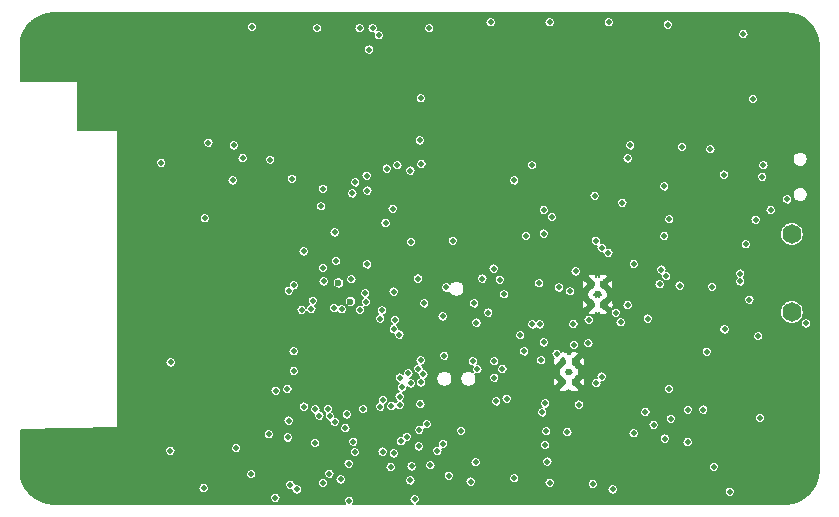
<source format=gbr>
G04 #@! TF.GenerationSoftware,KiCad,Pcbnew,5.1.3-ffb9f22~84~ubuntu19.04.1*
G04 #@! TF.CreationDate,2019-08-01T13:20:31-05:00*
G04 #@! TF.ProjectId,LeashPCB,4c656173-6850-4434-922e-6b696361645f,rev?*
G04 #@! TF.SameCoordinates,Original*
G04 #@! TF.FileFunction,Copper,L2,Inr*
G04 #@! TF.FilePolarity,Positive*
%FSLAX46Y46*%
G04 Gerber Fmt 4.6, Leading zero omitted, Abs format (unit mm)*
G04 Created by KiCad (PCBNEW 5.1.3-ffb9f22~84~ubuntu19.04.1) date 2019-08-01 13:20:31*
%MOMM*%
%LPD*%
G04 APERTURE LIST*
%ADD10C,0.600000*%
%ADD11O,1.600000X1.651000*%
%ADD12C,0.500000*%
%ADD13C,0.127000*%
G04 APERTURE END LIST*
D10*
X142530000Y-62910000D03*
X142530000Y-61190000D03*
X141570000Y-62910000D03*
X141570000Y-61190000D03*
X142050000Y-62050000D03*
X139625000Y-68600000D03*
X140105000Y-69460000D03*
X140105000Y-67740000D03*
X139145000Y-69460000D03*
X139145000Y-67740000D03*
D11*
X158500000Y-63550000D03*
X158500000Y-56950000D03*
D12*
X118300000Y-66200000D03*
X118300000Y-65400000D03*
X148400000Y-62200000D03*
X149500000Y-63600000D03*
X154815000Y-64185000D03*
X152252418Y-60700000D03*
X142300000Y-73878610D03*
X118300000Y-67000000D03*
X118300000Y-67800000D03*
X129100000Y-57350000D03*
X131900000Y-73600000D03*
X130100000Y-71400000D03*
X132959490Y-69676217D03*
X138722990Y-72137094D03*
X135399186Y-67319044D03*
X133939667Y-66968699D03*
X150231912Y-64322990D03*
X147928610Y-64322990D03*
X123061153Y-76659490D03*
X115640000Y-66900000D03*
X112880000Y-63370000D03*
X112450000Y-62950000D03*
X112060000Y-62530000D03*
X111640000Y-62110000D03*
X111840000Y-61560000D03*
X111450000Y-61100000D03*
X111020000Y-60710000D03*
X109540000Y-60720000D03*
X108970000Y-60700000D03*
X108410000Y-60730000D03*
X108100000Y-61170000D03*
X108080000Y-61700000D03*
X108090000Y-62260000D03*
X107570000Y-62600000D03*
X107160000Y-62990000D03*
X107040000Y-63510000D03*
X107000000Y-64080000D03*
X106340000Y-64170000D03*
X105200000Y-63830000D03*
X105180000Y-63230000D03*
X105200000Y-62670000D03*
X106120000Y-62380000D03*
X106590000Y-62090000D03*
X106660000Y-61560000D03*
X106210000Y-60740000D03*
X105680000Y-60740000D03*
X105140000Y-60720000D03*
X104640000Y-60710000D03*
X104100000Y-60690000D03*
X103560000Y-60710000D03*
X103030000Y-60700000D03*
X102480000Y-60710000D03*
X101830000Y-59410000D03*
X104210000Y-59270000D03*
X105850000Y-59250000D03*
X108160000Y-59230000D03*
X106450000Y-59250000D03*
X108680000Y-59230000D03*
X109230000Y-59230000D03*
X109750000Y-59240000D03*
X110280000Y-59260000D03*
X110790000Y-59410000D03*
X111290000Y-59370000D03*
X111850000Y-59440000D03*
X112220000Y-59800000D03*
X112610000Y-60170000D03*
X113070000Y-60490000D03*
X114610000Y-60120000D03*
X115070000Y-60590000D03*
X115440000Y-65170000D03*
X114600000Y-66900000D03*
X115573568Y-61098455D03*
X115100000Y-66900000D03*
X101560000Y-75630000D03*
X99290000Y-75860000D03*
X101590000Y-75100000D03*
X101350000Y-73830000D03*
X99670000Y-76250000D03*
X101250000Y-76110000D03*
X100050000Y-76590000D03*
X99780000Y-74940000D03*
X100280000Y-74480000D03*
X100940000Y-74250000D03*
X101690000Y-73230000D03*
X101980000Y-74740000D03*
X103340000Y-73690000D03*
X102940000Y-74100000D03*
X102490000Y-74510000D03*
X104410000Y-70580000D03*
X104720000Y-68980000D03*
X102530000Y-72400000D03*
X102100000Y-72810000D03*
X108070000Y-70890000D03*
X105990000Y-72970000D03*
X103980000Y-70930000D03*
X103770000Y-73320000D03*
X104800000Y-70240000D03*
X107230000Y-71630000D03*
X104220000Y-72950000D03*
X103610000Y-71340000D03*
X104690000Y-72620000D03*
X105540000Y-72550000D03*
X107630000Y-71320000D03*
X105110000Y-72140000D03*
X107350000Y-72210000D03*
X112600000Y-66900000D03*
X108900000Y-66200000D03*
X113200000Y-65300000D03*
X107290000Y-68030000D03*
X112000000Y-66910000D03*
X109840000Y-68900000D03*
X114100000Y-66900000D03*
X109010000Y-69740000D03*
X110600000Y-68010000D03*
X107740000Y-67570000D03*
X110990000Y-67590000D03*
X109300000Y-65700000D03*
X108450000Y-66680000D03*
X109410000Y-69320000D03*
X110220000Y-68470000D03*
X109700000Y-65400000D03*
X113100000Y-66900000D03*
X110700000Y-65300000D03*
X108090000Y-67140000D03*
X112200000Y-65300000D03*
X113600000Y-66900000D03*
X113700000Y-65300000D03*
X113980000Y-64389490D03*
X105502448Y-68284868D03*
X115810000Y-62520000D03*
X116000000Y-63080000D03*
X114980000Y-64730000D03*
X111440000Y-67110000D03*
X110200000Y-65400000D03*
X111200000Y-65300000D03*
X111700000Y-65300000D03*
X112700000Y-65300000D03*
X114200000Y-65300000D03*
X103560000Y-59270000D03*
X106640000Y-61040000D03*
X117257895Y-64347956D03*
X144019359Y-59609359D03*
X118300000Y-68700000D03*
X118300000Y-69600000D03*
X122500000Y-67000000D03*
X122500000Y-67800000D03*
X122500000Y-68700000D03*
X122500000Y-69600000D03*
X120500000Y-67000000D03*
X120500000Y-69600000D03*
X120500000Y-68700000D03*
X120500000Y-67800000D03*
X101750000Y-62000000D03*
X101750000Y-64750000D03*
X101750000Y-66000000D03*
X101750000Y-67250000D03*
X101750000Y-68500000D03*
X101750000Y-69750000D03*
X101750000Y-71000000D03*
X101750000Y-72250000D03*
X103000000Y-66000000D03*
X103000000Y-68500000D03*
X103000000Y-67250000D03*
X103000000Y-71000000D03*
X103000000Y-69750000D03*
X104250000Y-68500000D03*
X104250000Y-66000000D03*
X104250000Y-67250000D03*
X105500000Y-67250000D03*
X105500000Y-66000000D03*
X106750000Y-66000000D03*
X101750000Y-77250000D03*
X103000000Y-77250000D03*
X104250000Y-77250000D03*
X105500000Y-77250000D03*
X106750000Y-77250000D03*
X105500000Y-78500000D03*
X103000000Y-78500000D03*
X106750000Y-78500000D03*
X101750000Y-78500000D03*
X104250000Y-78500000D03*
X94000000Y-78500000D03*
X95250000Y-78500000D03*
X95250000Y-77250000D03*
X96500000Y-78500000D03*
X94000000Y-77250000D03*
X96500000Y-77250000D03*
X94000000Y-75750000D03*
X94000000Y-74500000D03*
X95250000Y-75750000D03*
X96500000Y-75750000D03*
X96500000Y-74500000D03*
X95250000Y-74500000D03*
X97750000Y-74500000D03*
X102000000Y-53500000D03*
X102000000Y-56000000D03*
X102000000Y-54750000D03*
X102000000Y-57250000D03*
X103250000Y-57250000D03*
X103250000Y-56000000D03*
X103250000Y-53500000D03*
X103250000Y-54750000D03*
X105750000Y-54750000D03*
X104500000Y-56000000D03*
X104500000Y-57250000D03*
X104500000Y-54750000D03*
X105750000Y-57250000D03*
X105750000Y-56000000D03*
X102000000Y-50750000D03*
X103250000Y-52000000D03*
X102000000Y-52000000D03*
X103250000Y-50750000D03*
X120550000Y-66200000D03*
X120550000Y-65400000D03*
X122550000Y-65400000D03*
X122550000Y-66200000D03*
X109500000Y-57250000D03*
X110750000Y-57250000D03*
X107000000Y-57250000D03*
X108250000Y-57250000D03*
X114500000Y-57250000D03*
X115750000Y-57250000D03*
X113250000Y-57250000D03*
X112000000Y-57250000D03*
X115750000Y-58250000D03*
X113250000Y-58250000D03*
X114500000Y-58250000D03*
X112000000Y-58250000D03*
X108250000Y-58250000D03*
X110750000Y-58250000D03*
X107000000Y-58250000D03*
X109500000Y-58250000D03*
X113250000Y-59250000D03*
X114500000Y-59250000D03*
X109500000Y-62250000D03*
X110750000Y-62250000D03*
X110750000Y-63250000D03*
X109500000Y-63250000D03*
X109500000Y-64250000D03*
X110750000Y-64250000D03*
X108250000Y-64250000D03*
X108250000Y-63250000D03*
X107750000Y-65000000D03*
X106750000Y-65250000D03*
X103000000Y-76000000D03*
X104000000Y-76000000D03*
X103000000Y-75000000D03*
X104000000Y-75000000D03*
X104000000Y-74000000D03*
X105000000Y-73500000D03*
X106250000Y-74000000D03*
X106750000Y-75000000D03*
X108000000Y-75000000D03*
X108000000Y-77250000D03*
X109250000Y-75000000D03*
X109250000Y-77250000D03*
X109250000Y-73750000D03*
X108000000Y-73750000D03*
X108000000Y-72500000D03*
X109250000Y-72250000D03*
X110500000Y-71250000D03*
X110500000Y-72500000D03*
X110500000Y-73750000D03*
X110500000Y-70000000D03*
X111750000Y-70000000D03*
X111750000Y-71250000D03*
X111750000Y-68750000D03*
X110750000Y-69000000D03*
X109500000Y-71000000D03*
X112500000Y-67750000D03*
X113500000Y-67750000D03*
X113000000Y-69000000D03*
X114250000Y-68250000D03*
X115000000Y-67500000D03*
X107000000Y-67100000D03*
X107800000Y-66400000D03*
X112000000Y-64250000D03*
X93800000Y-40600000D03*
X95050000Y-40600000D03*
X95050000Y-39350000D03*
X93800000Y-42100000D03*
X95050000Y-43350000D03*
X93800000Y-43350000D03*
X95050000Y-42100000D03*
X97650000Y-40600000D03*
X97650000Y-39350000D03*
X96400000Y-40600000D03*
X96400000Y-42100000D03*
X97650000Y-43350000D03*
X96400000Y-43350000D03*
X97650000Y-42100000D03*
X96400000Y-39350000D03*
X99000000Y-39350000D03*
X99000000Y-42100000D03*
X100250000Y-39350000D03*
X100250000Y-40600000D03*
X100250000Y-42100000D03*
X99000000Y-40600000D03*
X102850000Y-43350000D03*
X102850000Y-40600000D03*
X101600000Y-40600000D03*
X102850000Y-42100000D03*
X101600000Y-39350000D03*
X101600000Y-42100000D03*
X102850000Y-39350000D03*
X104200000Y-39350000D03*
X105450000Y-40600000D03*
X104200000Y-42100000D03*
X105450000Y-39350000D03*
X105450000Y-42100000D03*
X104200000Y-40600000D03*
X106800000Y-40600000D03*
X108050000Y-42100000D03*
X108050000Y-40600000D03*
X106800000Y-42100000D03*
X106800000Y-39350000D03*
X108050000Y-39350000D03*
X102850000Y-46000000D03*
X102850000Y-48750000D03*
X102850000Y-44750000D03*
X102850000Y-47500000D03*
X104200000Y-48750000D03*
X104200000Y-50000000D03*
X105450000Y-50000000D03*
X105450000Y-48750000D03*
X107850000Y-50000000D03*
X107850000Y-48750000D03*
X106600000Y-48750000D03*
X106600000Y-50000000D03*
X106600000Y-52800000D03*
X107850000Y-52800000D03*
X107850000Y-51650000D03*
X106600000Y-51650000D03*
X106600000Y-53950000D03*
X107850000Y-53950000D03*
X111000000Y-39000000D03*
X117000000Y-39000000D03*
X121950000Y-38800000D03*
X127000000Y-39000000D03*
X132000000Y-39000000D03*
X137000000Y-39000000D03*
X142000000Y-39000000D03*
X147000000Y-39000000D03*
X152000000Y-39000000D03*
X154000000Y-39000000D03*
X156000000Y-39000000D03*
X159000000Y-39000000D03*
X160500000Y-41000000D03*
X160500000Y-43500000D03*
X160500000Y-46000000D03*
X160500000Y-50000000D03*
X160500000Y-53000000D03*
X160500000Y-57000000D03*
X160500000Y-60000000D03*
X160500000Y-63000000D03*
X160500000Y-67000000D03*
X160500000Y-70000000D03*
X160500000Y-74000000D03*
X160500000Y-77500000D03*
X158000000Y-79500000D03*
X155500000Y-79500000D03*
X132000000Y-79440510D03*
X152000000Y-79500000D03*
X146500000Y-79500000D03*
X141500000Y-79500000D03*
X137000000Y-79500000D03*
X127500000Y-79500000D03*
X120000000Y-79500000D03*
X116000000Y-79500000D03*
X111000000Y-79500000D03*
X109350000Y-43350000D03*
X109350000Y-40600000D03*
X109350000Y-42100000D03*
X109350000Y-39350000D03*
X109350000Y-46000000D03*
X109350000Y-44750000D03*
X109350000Y-47500000D03*
X155200000Y-45500000D03*
X124700000Y-54800000D03*
X126848532Y-60704513D03*
X126200000Y-51559490D03*
X127090000Y-45440000D03*
X126250000Y-57600000D03*
X133255912Y-59868180D03*
X144000000Y-64400000D03*
X152800000Y-65000000D03*
X151000000Y-71800000D03*
X159700000Y-64500000D03*
X158100000Y-54000000D03*
X121900000Y-39500000D03*
D10*
X121134035Y-62651650D03*
D12*
X133000000Y-39000000D03*
X121947985Y-63364985D03*
X112800000Y-39400000D03*
X122710000Y-41310000D03*
X123000000Y-39500000D03*
X122438980Y-62681822D03*
X123528610Y-40100000D03*
X127800000Y-39500000D03*
X122382017Y-61940959D03*
X154900000Y-62500000D03*
X154600000Y-57800000D03*
X148000000Y-39200000D03*
X147699994Y-57100000D03*
X154400000Y-40000000D03*
X149200000Y-49550000D03*
X138000000Y-39000000D03*
X151600000Y-49750000D03*
X143000000Y-39000000D03*
X144150000Y-54300000D03*
X115820000Y-74160000D03*
X118130000Y-74630000D03*
X118159490Y-71770697D03*
X118800000Y-59801434D03*
X118635247Y-54579338D03*
X111450000Y-75050000D03*
X121504442Y-75398374D03*
X120700002Y-73359488D03*
X112720000Y-77260000D03*
X119350962Y-77240000D03*
X122540510Y-59500027D03*
X118800000Y-53100000D03*
X119227232Y-71743383D03*
X122559490Y-53259490D03*
X147700000Y-52900000D03*
X105880000Y-75300000D03*
X123645989Y-64107043D03*
X124532101Y-76659490D03*
X108800000Y-55600000D03*
X124100000Y-56000000D03*
X125312697Y-69089720D03*
X145100000Y-73800000D03*
X144600000Y-50522990D03*
X112000000Y-50500000D03*
X105110000Y-50910000D03*
X114222590Y-73884576D03*
X125100000Y-51100000D03*
X126920755Y-74911501D03*
X114775000Y-79275000D03*
X116180000Y-52250000D03*
X121024999Y-79522600D03*
X121536281Y-52559257D03*
X114800000Y-70200000D03*
X143325000Y-78559490D03*
X148125000Y-55675000D03*
X121374362Y-74517362D03*
X149675000Y-74550000D03*
X155425000Y-55725000D03*
X124900000Y-64200010D03*
X155650000Y-65577010D03*
X151900000Y-76650000D03*
X126300000Y-76600000D03*
X126218989Y-69581004D03*
X146800000Y-73100000D03*
X119780947Y-72835811D03*
X141650000Y-78100000D03*
X115796658Y-70053980D03*
X116600000Y-78559490D03*
X153250000Y-78750000D03*
X126566348Y-79377410D03*
X115897590Y-72729732D03*
X126955064Y-73522467D03*
X120814965Y-72200000D03*
X148259490Y-72577010D03*
X139718411Y-61774358D03*
X142400000Y-58100000D03*
X140477010Y-71373442D03*
X142390510Y-69000000D03*
X143600000Y-63600000D03*
X141900000Y-57500000D03*
D10*
X120116298Y-61070098D03*
D12*
X133300000Y-69100000D03*
X138590877Y-67086316D03*
X132800000Y-63580000D03*
X154122990Y-60951200D03*
X147868313Y-60502692D03*
X154122990Y-60278838D03*
X147450000Y-59950000D03*
X125267051Y-65453029D03*
X117000000Y-63362518D03*
X117190000Y-71550000D03*
X122200000Y-71759490D03*
X124600000Y-71500000D03*
X123803081Y-63381519D03*
X124800000Y-75505478D03*
X123892365Y-70969750D03*
X127370000Y-62800000D03*
X119734636Y-63193210D03*
X119908896Y-59220719D03*
X119383940Y-72350497D03*
X116320000Y-66860000D03*
X105900000Y-67800000D03*
X115910000Y-61740000D03*
X141800000Y-53700000D03*
X118800000Y-78000000D03*
X118856817Y-60944705D03*
X118502929Y-72300000D03*
X121300000Y-53500000D03*
X121209869Y-60759490D03*
X131300000Y-77900000D03*
X135000000Y-77600000D03*
X133468171Y-71095020D03*
X134349122Y-70876188D03*
X134133412Y-62033412D03*
X131600002Y-62800000D03*
X124786489Y-61813513D03*
X124800000Y-64982990D03*
X148100000Y-70050000D03*
X146300000Y-64100000D03*
X144600000Y-62950000D03*
X127050000Y-71330000D03*
X145120000Y-59470000D03*
X130505579Y-73605487D03*
X127598391Y-73029034D03*
X137618084Y-71276916D03*
X134000000Y-68359490D03*
X137270357Y-67621578D03*
X131880000Y-68380000D03*
X149000000Y-61300000D03*
X151752412Y-61414541D03*
X120979472Y-76385807D03*
X147300000Y-61180000D03*
X138790000Y-61460000D03*
X138180000Y-55500000D03*
X127900000Y-76500000D03*
X131729371Y-76249177D03*
X127100000Y-69500000D03*
X132300000Y-60700000D03*
X129230003Y-61460000D03*
X135000000Y-52400000D03*
X138000000Y-77999998D03*
X137500000Y-66099994D03*
X135829325Y-66862838D03*
X122500000Y-52000000D03*
X137800000Y-76200000D03*
X128500000Y-75300000D03*
X123847029Y-75351441D03*
X128930000Y-63900000D03*
X123658922Y-71551685D03*
X125300000Y-71400000D03*
X137600000Y-74800000D03*
X125405616Y-74478473D03*
X129069275Y-67248651D03*
X128977414Y-74690519D03*
X125300000Y-70700000D03*
X137700000Y-73630219D03*
X125903486Y-74097331D03*
X133300000Y-67700000D03*
X131500000Y-67700000D03*
X108700000Y-78440000D03*
X116039644Y-78172880D03*
X116331488Y-68531488D03*
X111150000Y-52400000D03*
X144820000Y-49430000D03*
X111250000Y-49430000D03*
X147737254Y-74246237D03*
X152750000Y-51900000D03*
X126036500Y-68719325D03*
X124200000Y-51400000D03*
X127131019Y-51004577D03*
X114330000Y-50640510D03*
X126879264Y-68335107D03*
X109094999Y-49205001D03*
X127000000Y-49000000D03*
X127068403Y-67623045D03*
X116327831Y-61272496D03*
X117825243Y-63272340D03*
X117948043Y-62587276D03*
X117170006Y-58410000D03*
X125500000Y-69900000D03*
X137368979Y-72027083D03*
X131800000Y-64440000D03*
X136522989Y-64577014D03*
X140200000Y-60100000D03*
X137100000Y-61100000D03*
X141300000Y-64200000D03*
X133774138Y-60802433D03*
X137150000Y-64577012D03*
X149694440Y-71822990D03*
X140000000Y-64550000D03*
X141950000Y-69550000D03*
X151300000Y-66900000D03*
X142962702Y-58537298D03*
X141278677Y-66174938D03*
X136000000Y-57100000D03*
X139500000Y-73700000D03*
X135500000Y-65500000D03*
X156100000Y-51100000D03*
X136500000Y-51100000D03*
X140051827Y-66324803D03*
X118300000Y-39500000D03*
X119794521Y-56800000D03*
X129800000Y-57500000D03*
X127300000Y-68800000D03*
X126200000Y-77800000D03*
X129452974Y-77400000D03*
X120400000Y-63300000D03*
X120300000Y-77700000D03*
X146100000Y-72000000D03*
X155800000Y-72500000D03*
X156000000Y-52100000D03*
X137500000Y-56900000D03*
X137500000Y-54900000D03*
X156700000Y-54900000D03*
D13*
G36*
X158540645Y-38269544D02*
G01*
X159060696Y-38426556D01*
X159540349Y-38681592D01*
X159961325Y-39024933D01*
X160307600Y-39443508D01*
X160565976Y-39921364D01*
X160726616Y-40440307D01*
X160784466Y-40990725D01*
X160784500Y-41000464D01*
X160784501Y-76989445D01*
X160730456Y-77540645D01*
X160573444Y-78060696D01*
X160318409Y-78540346D01*
X159975070Y-78961323D01*
X159556492Y-79307600D01*
X159078640Y-79565973D01*
X158559694Y-79726616D01*
X158009283Y-79784466D01*
X157999536Y-79784500D01*
X126734627Y-79784500D01*
X126775003Y-79767776D01*
X126847150Y-79719568D01*
X126908506Y-79658212D01*
X126956714Y-79586065D01*
X126989919Y-79505899D01*
X127006848Y-79420795D01*
X127006848Y-79334025D01*
X126989919Y-79248921D01*
X126956714Y-79168755D01*
X126908506Y-79096608D01*
X126847150Y-79035252D01*
X126775003Y-78987044D01*
X126694837Y-78953839D01*
X126609733Y-78936910D01*
X126522963Y-78936910D01*
X126437859Y-78953839D01*
X126357693Y-78987044D01*
X126285546Y-79035252D01*
X126224190Y-79096608D01*
X126175982Y-79168755D01*
X126142777Y-79248921D01*
X126125848Y-79334025D01*
X126125848Y-79420795D01*
X126142777Y-79505899D01*
X126175982Y-79586065D01*
X126224190Y-79658212D01*
X126285546Y-79719568D01*
X126357693Y-79767776D01*
X126398069Y-79784500D01*
X121379787Y-79784500D01*
X121415365Y-79731255D01*
X121448570Y-79651089D01*
X121465499Y-79565985D01*
X121465499Y-79479215D01*
X121448570Y-79394111D01*
X121415365Y-79313945D01*
X121367157Y-79241798D01*
X121305801Y-79180442D01*
X121233654Y-79132234D01*
X121153488Y-79099029D01*
X121068384Y-79082100D01*
X120981614Y-79082100D01*
X120896510Y-79099029D01*
X120816344Y-79132234D01*
X120744197Y-79180442D01*
X120682841Y-79241798D01*
X120634633Y-79313945D01*
X120601428Y-79394111D01*
X120584499Y-79479215D01*
X120584499Y-79565985D01*
X120601428Y-79651089D01*
X120634633Y-79731255D01*
X120670211Y-79784500D01*
X96010545Y-79784500D01*
X95459355Y-79730456D01*
X94939304Y-79573444D01*
X94459654Y-79318409D01*
X94353234Y-79231615D01*
X114334500Y-79231615D01*
X114334500Y-79318385D01*
X114351429Y-79403489D01*
X114384634Y-79483655D01*
X114432842Y-79555802D01*
X114494198Y-79617158D01*
X114566345Y-79665366D01*
X114646511Y-79698571D01*
X114731615Y-79715500D01*
X114818385Y-79715500D01*
X114903489Y-79698571D01*
X114983655Y-79665366D01*
X115055802Y-79617158D01*
X115117158Y-79555802D01*
X115165366Y-79483655D01*
X115198571Y-79403489D01*
X115215500Y-79318385D01*
X115215500Y-79231615D01*
X115198571Y-79146511D01*
X115165366Y-79066345D01*
X115117158Y-78994198D01*
X115055802Y-78932842D01*
X114983655Y-78884634D01*
X114903489Y-78851429D01*
X114818385Y-78834500D01*
X114731615Y-78834500D01*
X114646511Y-78851429D01*
X114566345Y-78884634D01*
X114494198Y-78932842D01*
X114432842Y-78994198D01*
X114384634Y-79066345D01*
X114351429Y-79146511D01*
X114334500Y-79231615D01*
X94353234Y-79231615D01*
X94038677Y-78975070D01*
X93692400Y-78556492D01*
X93605956Y-78396615D01*
X108259500Y-78396615D01*
X108259500Y-78483385D01*
X108276429Y-78568489D01*
X108309634Y-78648655D01*
X108357842Y-78720802D01*
X108419198Y-78782158D01*
X108491345Y-78830366D01*
X108571511Y-78863571D01*
X108656615Y-78880500D01*
X108743385Y-78880500D01*
X108828489Y-78863571D01*
X108908655Y-78830366D01*
X108980802Y-78782158D01*
X109042158Y-78720802D01*
X109090366Y-78648655D01*
X109123571Y-78568489D01*
X109140500Y-78483385D01*
X109140500Y-78396615D01*
X109123571Y-78311511D01*
X109090366Y-78231345D01*
X109042158Y-78159198D01*
X109012455Y-78129495D01*
X115599144Y-78129495D01*
X115599144Y-78216265D01*
X115616073Y-78301369D01*
X115649278Y-78381535D01*
X115697486Y-78453682D01*
X115758842Y-78515038D01*
X115830989Y-78563246D01*
X115911155Y-78596451D01*
X115996259Y-78613380D01*
X116083029Y-78613380D01*
X116159500Y-78598168D01*
X116159500Y-78602875D01*
X116176429Y-78687979D01*
X116209634Y-78768145D01*
X116257842Y-78840292D01*
X116319198Y-78901648D01*
X116391345Y-78949856D01*
X116471511Y-78983061D01*
X116556615Y-78999990D01*
X116643385Y-78999990D01*
X116728489Y-78983061D01*
X116808655Y-78949856D01*
X116880802Y-78901648D01*
X116942158Y-78840292D01*
X116990366Y-78768145D01*
X117023571Y-78687979D01*
X117040500Y-78602875D01*
X117040500Y-78516105D01*
X117023571Y-78431001D01*
X116990366Y-78350835D01*
X116942158Y-78278688D01*
X116880802Y-78217332D01*
X116808655Y-78169124D01*
X116728489Y-78135919D01*
X116643385Y-78118990D01*
X116556615Y-78118990D01*
X116480144Y-78134202D01*
X116480144Y-78129495D01*
X116463215Y-78044391D01*
X116430010Y-77964225D01*
X116424926Y-77956615D01*
X118359500Y-77956615D01*
X118359500Y-78043385D01*
X118376429Y-78128489D01*
X118409634Y-78208655D01*
X118457842Y-78280802D01*
X118519198Y-78342158D01*
X118591345Y-78390366D01*
X118671511Y-78423571D01*
X118756615Y-78440500D01*
X118843385Y-78440500D01*
X118928489Y-78423571D01*
X119008655Y-78390366D01*
X119080802Y-78342158D01*
X119142158Y-78280802D01*
X119190366Y-78208655D01*
X119223571Y-78128489D01*
X119240500Y-78043385D01*
X119240500Y-77956615D01*
X119223571Y-77871511D01*
X119190366Y-77791345D01*
X119142158Y-77719198D01*
X119080802Y-77657842D01*
X119008655Y-77609634D01*
X118928489Y-77576429D01*
X118843385Y-77559500D01*
X118756615Y-77559500D01*
X118671511Y-77576429D01*
X118591345Y-77609634D01*
X118519198Y-77657842D01*
X118457842Y-77719198D01*
X118409634Y-77791345D01*
X118376429Y-77871511D01*
X118359500Y-77956615D01*
X116424926Y-77956615D01*
X116381802Y-77892078D01*
X116320446Y-77830722D01*
X116248299Y-77782514D01*
X116168133Y-77749309D01*
X116083029Y-77732380D01*
X115996259Y-77732380D01*
X115911155Y-77749309D01*
X115830989Y-77782514D01*
X115758842Y-77830722D01*
X115697486Y-77892078D01*
X115649278Y-77964225D01*
X115616073Y-78044391D01*
X115599144Y-78129495D01*
X109012455Y-78129495D01*
X108980802Y-78097842D01*
X108908655Y-78049634D01*
X108828489Y-78016429D01*
X108743385Y-77999500D01*
X108656615Y-77999500D01*
X108571511Y-78016429D01*
X108491345Y-78049634D01*
X108419198Y-78097842D01*
X108357842Y-78159198D01*
X108309634Y-78231345D01*
X108276429Y-78311511D01*
X108259500Y-78396615D01*
X93605956Y-78396615D01*
X93434027Y-78078640D01*
X93273384Y-77559694D01*
X93237326Y-77216615D01*
X112279500Y-77216615D01*
X112279500Y-77303385D01*
X112296429Y-77388489D01*
X112329634Y-77468655D01*
X112377842Y-77540802D01*
X112439198Y-77602158D01*
X112511345Y-77650366D01*
X112591511Y-77683571D01*
X112676615Y-77700500D01*
X112763385Y-77700500D01*
X112848489Y-77683571D01*
X112928655Y-77650366D01*
X113000802Y-77602158D01*
X113062158Y-77540802D01*
X113110366Y-77468655D01*
X113143571Y-77388489D01*
X113160500Y-77303385D01*
X113160500Y-77216615D01*
X113156522Y-77196615D01*
X118910462Y-77196615D01*
X118910462Y-77283385D01*
X118927391Y-77368489D01*
X118960596Y-77448655D01*
X119008804Y-77520802D01*
X119070160Y-77582158D01*
X119142307Y-77630366D01*
X119222473Y-77663571D01*
X119307577Y-77680500D01*
X119394347Y-77680500D01*
X119479451Y-77663571D01*
X119496244Y-77656615D01*
X119859500Y-77656615D01*
X119859500Y-77743385D01*
X119876429Y-77828489D01*
X119909634Y-77908655D01*
X119957842Y-77980802D01*
X120019198Y-78042158D01*
X120091345Y-78090366D01*
X120171511Y-78123571D01*
X120256615Y-78140500D01*
X120343385Y-78140500D01*
X120428489Y-78123571D01*
X120508655Y-78090366D01*
X120580802Y-78042158D01*
X120642158Y-77980802D01*
X120690366Y-77908655D01*
X120723571Y-77828489D01*
X120737868Y-77756615D01*
X125759500Y-77756615D01*
X125759500Y-77843385D01*
X125776429Y-77928489D01*
X125809634Y-78008655D01*
X125857842Y-78080802D01*
X125919198Y-78142158D01*
X125991345Y-78190366D01*
X126071511Y-78223571D01*
X126156615Y-78240500D01*
X126243385Y-78240500D01*
X126328489Y-78223571D01*
X126408655Y-78190366D01*
X126480802Y-78142158D01*
X126542158Y-78080802D01*
X126590366Y-78008655D01*
X126623571Y-77928489D01*
X126637868Y-77856615D01*
X130859500Y-77856615D01*
X130859500Y-77943385D01*
X130876429Y-78028489D01*
X130909634Y-78108655D01*
X130957842Y-78180802D01*
X131019198Y-78242158D01*
X131091345Y-78290366D01*
X131171511Y-78323571D01*
X131256615Y-78340500D01*
X131343385Y-78340500D01*
X131428489Y-78323571D01*
X131508655Y-78290366D01*
X131580802Y-78242158D01*
X131642158Y-78180802D01*
X131690366Y-78108655D01*
X131723571Y-78028489D01*
X131740500Y-77943385D01*
X131740500Y-77856615D01*
X131723571Y-77771511D01*
X131690366Y-77691345D01*
X131642158Y-77619198D01*
X131580802Y-77557842D01*
X131578966Y-77556615D01*
X134559500Y-77556615D01*
X134559500Y-77643385D01*
X134576429Y-77728489D01*
X134609634Y-77808655D01*
X134657842Y-77880802D01*
X134719198Y-77942158D01*
X134791345Y-77990366D01*
X134871511Y-78023571D01*
X134956615Y-78040500D01*
X135043385Y-78040500D01*
X135128489Y-78023571D01*
X135208655Y-77990366D01*
X135259168Y-77956613D01*
X137559500Y-77956613D01*
X137559500Y-78043383D01*
X137576429Y-78128487D01*
X137609634Y-78208653D01*
X137657842Y-78280800D01*
X137719198Y-78342156D01*
X137791345Y-78390364D01*
X137871511Y-78423569D01*
X137956615Y-78440498D01*
X138043385Y-78440498D01*
X138128489Y-78423569D01*
X138208655Y-78390364D01*
X138280802Y-78342156D01*
X138342158Y-78280800D01*
X138390366Y-78208653D01*
X138423571Y-78128487D01*
X138437867Y-78056615D01*
X141209500Y-78056615D01*
X141209500Y-78143385D01*
X141226429Y-78228489D01*
X141259634Y-78308655D01*
X141307842Y-78380802D01*
X141369198Y-78442158D01*
X141441345Y-78490366D01*
X141521511Y-78523571D01*
X141606615Y-78540500D01*
X141693385Y-78540500D01*
X141778489Y-78523571D01*
X141796513Y-78516105D01*
X142884500Y-78516105D01*
X142884500Y-78602875D01*
X142901429Y-78687979D01*
X142934634Y-78768145D01*
X142982842Y-78840292D01*
X143044198Y-78901648D01*
X143116345Y-78949856D01*
X143196511Y-78983061D01*
X143281615Y-78999990D01*
X143368385Y-78999990D01*
X143453489Y-78983061D01*
X143533655Y-78949856D01*
X143605802Y-78901648D01*
X143667158Y-78840292D01*
X143715366Y-78768145D01*
X143740851Y-78706615D01*
X152809500Y-78706615D01*
X152809500Y-78793385D01*
X152826429Y-78878489D01*
X152859634Y-78958655D01*
X152907842Y-79030802D01*
X152969198Y-79092158D01*
X153041345Y-79140366D01*
X153121511Y-79173571D01*
X153206615Y-79190500D01*
X153293385Y-79190500D01*
X153378489Y-79173571D01*
X153458655Y-79140366D01*
X153530802Y-79092158D01*
X153592158Y-79030802D01*
X153640366Y-78958655D01*
X153673571Y-78878489D01*
X153690500Y-78793385D01*
X153690500Y-78706615D01*
X153673571Y-78621511D01*
X153640366Y-78541345D01*
X153592158Y-78469198D01*
X153530802Y-78407842D01*
X153458655Y-78359634D01*
X153378489Y-78326429D01*
X153293385Y-78309500D01*
X153206615Y-78309500D01*
X153121511Y-78326429D01*
X153041345Y-78359634D01*
X152969198Y-78407842D01*
X152907842Y-78469198D01*
X152859634Y-78541345D01*
X152826429Y-78621511D01*
X152809500Y-78706615D01*
X143740851Y-78706615D01*
X143748571Y-78687979D01*
X143765500Y-78602875D01*
X143765500Y-78516105D01*
X143748571Y-78431001D01*
X143715366Y-78350835D01*
X143667158Y-78278688D01*
X143605802Y-78217332D01*
X143533655Y-78169124D01*
X143453489Y-78135919D01*
X143368385Y-78118990D01*
X143281615Y-78118990D01*
X143196511Y-78135919D01*
X143116345Y-78169124D01*
X143044198Y-78217332D01*
X142982842Y-78278688D01*
X142934634Y-78350835D01*
X142901429Y-78431001D01*
X142884500Y-78516105D01*
X141796513Y-78516105D01*
X141858655Y-78490366D01*
X141930802Y-78442158D01*
X141992158Y-78380802D01*
X142040366Y-78308655D01*
X142073571Y-78228489D01*
X142090500Y-78143385D01*
X142090500Y-78056615D01*
X142073571Y-77971511D01*
X142040366Y-77891345D01*
X141992158Y-77819198D01*
X141930802Y-77757842D01*
X141858655Y-77709634D01*
X141778489Y-77676429D01*
X141693385Y-77659500D01*
X141606615Y-77659500D01*
X141521511Y-77676429D01*
X141441345Y-77709634D01*
X141369198Y-77757842D01*
X141307842Y-77819198D01*
X141259634Y-77891345D01*
X141226429Y-77971511D01*
X141209500Y-78056615D01*
X138437867Y-78056615D01*
X138440500Y-78043383D01*
X138440500Y-77956613D01*
X138423571Y-77871509D01*
X138390366Y-77791343D01*
X138342158Y-77719196D01*
X138280802Y-77657840D01*
X138208655Y-77609632D01*
X138128489Y-77576427D01*
X138043385Y-77559498D01*
X137956615Y-77559498D01*
X137871511Y-77576427D01*
X137791345Y-77609632D01*
X137719198Y-77657840D01*
X137657842Y-77719196D01*
X137609634Y-77791343D01*
X137576429Y-77871509D01*
X137559500Y-77956613D01*
X135259168Y-77956613D01*
X135280802Y-77942158D01*
X135342158Y-77880802D01*
X135390366Y-77808655D01*
X135423571Y-77728489D01*
X135440500Y-77643385D01*
X135440500Y-77556615D01*
X135423571Y-77471511D01*
X135390366Y-77391345D01*
X135342158Y-77319198D01*
X135280802Y-77257842D01*
X135208655Y-77209634D01*
X135128489Y-77176429D01*
X135043385Y-77159500D01*
X134956615Y-77159500D01*
X134871511Y-77176429D01*
X134791345Y-77209634D01*
X134719198Y-77257842D01*
X134657842Y-77319198D01*
X134609634Y-77391345D01*
X134576429Y-77471511D01*
X134559500Y-77556615D01*
X131578966Y-77556615D01*
X131508655Y-77509634D01*
X131428489Y-77476429D01*
X131343385Y-77459500D01*
X131256615Y-77459500D01*
X131171511Y-77476429D01*
X131091345Y-77509634D01*
X131019198Y-77557842D01*
X130957842Y-77619198D01*
X130909634Y-77691345D01*
X130876429Y-77771511D01*
X130859500Y-77856615D01*
X126637868Y-77856615D01*
X126640500Y-77843385D01*
X126640500Y-77756615D01*
X126623571Y-77671511D01*
X126590366Y-77591345D01*
X126542158Y-77519198D01*
X126480802Y-77457842D01*
X126408655Y-77409634D01*
X126328489Y-77376429D01*
X126243385Y-77359500D01*
X126156615Y-77359500D01*
X126071511Y-77376429D01*
X125991345Y-77409634D01*
X125919198Y-77457842D01*
X125857842Y-77519198D01*
X125809634Y-77591345D01*
X125776429Y-77671511D01*
X125759500Y-77756615D01*
X120737868Y-77756615D01*
X120740500Y-77743385D01*
X120740500Y-77656615D01*
X120723571Y-77571511D01*
X120690366Y-77491345D01*
X120642158Y-77419198D01*
X120580802Y-77357842D01*
X120578966Y-77356615D01*
X129012474Y-77356615D01*
X129012474Y-77443385D01*
X129029403Y-77528489D01*
X129062608Y-77608655D01*
X129110816Y-77680802D01*
X129172172Y-77742158D01*
X129244319Y-77790366D01*
X129324485Y-77823571D01*
X129409589Y-77840500D01*
X129496359Y-77840500D01*
X129581463Y-77823571D01*
X129661629Y-77790366D01*
X129733776Y-77742158D01*
X129795132Y-77680802D01*
X129843340Y-77608655D01*
X129876545Y-77528489D01*
X129893474Y-77443385D01*
X129893474Y-77356615D01*
X129876545Y-77271511D01*
X129843340Y-77191345D01*
X129795132Y-77119198D01*
X129733776Y-77057842D01*
X129661629Y-77009634D01*
X129581463Y-76976429D01*
X129496359Y-76959500D01*
X129409589Y-76959500D01*
X129324485Y-76976429D01*
X129244319Y-77009634D01*
X129172172Y-77057842D01*
X129110816Y-77119198D01*
X129062608Y-77191345D01*
X129029403Y-77271511D01*
X129012474Y-77356615D01*
X120578966Y-77356615D01*
X120508655Y-77309634D01*
X120428489Y-77276429D01*
X120343385Y-77259500D01*
X120256615Y-77259500D01*
X120171511Y-77276429D01*
X120091345Y-77309634D01*
X120019198Y-77357842D01*
X119957842Y-77419198D01*
X119909634Y-77491345D01*
X119876429Y-77571511D01*
X119859500Y-77656615D01*
X119496244Y-77656615D01*
X119559617Y-77630366D01*
X119631764Y-77582158D01*
X119693120Y-77520802D01*
X119741328Y-77448655D01*
X119774533Y-77368489D01*
X119791462Y-77283385D01*
X119791462Y-77196615D01*
X119774533Y-77111511D01*
X119741328Y-77031345D01*
X119693120Y-76959198D01*
X119631764Y-76897842D01*
X119559617Y-76849634D01*
X119479451Y-76816429D01*
X119394347Y-76799500D01*
X119307577Y-76799500D01*
X119222473Y-76816429D01*
X119142307Y-76849634D01*
X119070160Y-76897842D01*
X119008804Y-76959198D01*
X118960596Y-77031345D01*
X118927391Y-77111511D01*
X118910462Y-77196615D01*
X113156522Y-77196615D01*
X113143571Y-77131511D01*
X113110366Y-77051345D01*
X113062158Y-76979198D01*
X113000802Y-76917842D01*
X112928655Y-76869634D01*
X112848489Y-76836429D01*
X112763385Y-76819500D01*
X112676615Y-76819500D01*
X112591511Y-76836429D01*
X112511345Y-76869634D01*
X112439198Y-76917842D01*
X112377842Y-76979198D01*
X112329634Y-77051345D01*
X112296429Y-77131511D01*
X112279500Y-77216615D01*
X93237326Y-77216615D01*
X93215534Y-77009283D01*
X93215500Y-76999536D01*
X93215500Y-76342422D01*
X120538972Y-76342422D01*
X120538972Y-76429192D01*
X120555901Y-76514296D01*
X120589106Y-76594462D01*
X120637314Y-76666609D01*
X120698670Y-76727965D01*
X120770817Y-76776173D01*
X120850983Y-76809378D01*
X120936087Y-76826307D01*
X121022857Y-76826307D01*
X121107961Y-76809378D01*
X121188127Y-76776173D01*
X121260274Y-76727965D01*
X121321630Y-76666609D01*
X121355376Y-76616105D01*
X124091601Y-76616105D01*
X124091601Y-76702875D01*
X124108530Y-76787979D01*
X124141735Y-76868145D01*
X124189943Y-76940292D01*
X124251299Y-77001648D01*
X124323446Y-77049856D01*
X124403612Y-77083061D01*
X124488716Y-77099990D01*
X124575486Y-77099990D01*
X124660590Y-77083061D01*
X124740756Y-77049856D01*
X124812903Y-77001648D01*
X124874259Y-76940292D01*
X124922467Y-76868145D01*
X124955672Y-76787979D01*
X124972601Y-76702875D01*
X124972601Y-76616105D01*
X124960768Y-76556615D01*
X125859500Y-76556615D01*
X125859500Y-76643385D01*
X125876429Y-76728489D01*
X125909634Y-76808655D01*
X125957842Y-76880802D01*
X126019198Y-76942158D01*
X126091345Y-76990366D01*
X126171511Y-77023571D01*
X126256615Y-77040500D01*
X126343385Y-77040500D01*
X126428489Y-77023571D01*
X126508655Y-76990366D01*
X126580802Y-76942158D01*
X126642158Y-76880802D01*
X126690366Y-76808655D01*
X126723571Y-76728489D01*
X126740500Y-76643385D01*
X126740500Y-76556615D01*
X126723571Y-76471511D01*
X126717402Y-76456615D01*
X127459500Y-76456615D01*
X127459500Y-76543385D01*
X127476429Y-76628489D01*
X127509634Y-76708655D01*
X127557842Y-76780802D01*
X127619198Y-76842158D01*
X127691345Y-76890366D01*
X127771511Y-76923571D01*
X127856615Y-76940500D01*
X127943385Y-76940500D01*
X128028489Y-76923571D01*
X128108655Y-76890366D01*
X128180802Y-76842158D01*
X128242158Y-76780802D01*
X128290366Y-76708655D01*
X128323571Y-76628489D01*
X128340500Y-76543385D01*
X128340500Y-76456615D01*
X128323571Y-76371511D01*
X128290366Y-76291345D01*
X128242158Y-76219198D01*
X128228752Y-76205792D01*
X131288871Y-76205792D01*
X131288871Y-76292562D01*
X131305800Y-76377666D01*
X131339005Y-76457832D01*
X131387213Y-76529979D01*
X131448569Y-76591335D01*
X131520716Y-76639543D01*
X131600882Y-76672748D01*
X131685986Y-76689677D01*
X131772756Y-76689677D01*
X131857860Y-76672748D01*
X131938026Y-76639543D01*
X132010173Y-76591335D01*
X132071529Y-76529979D01*
X132119737Y-76457832D01*
X132152942Y-76377666D01*
X132169871Y-76292562D01*
X132169871Y-76205792D01*
X132160089Y-76156615D01*
X137359500Y-76156615D01*
X137359500Y-76243385D01*
X137376429Y-76328489D01*
X137409634Y-76408655D01*
X137457842Y-76480802D01*
X137519198Y-76542158D01*
X137591345Y-76590366D01*
X137671511Y-76623571D01*
X137756615Y-76640500D01*
X137843385Y-76640500D01*
X137928489Y-76623571D01*
X137969425Y-76606615D01*
X151459500Y-76606615D01*
X151459500Y-76693385D01*
X151476429Y-76778489D01*
X151509634Y-76858655D01*
X151557842Y-76930802D01*
X151619198Y-76992158D01*
X151691345Y-77040366D01*
X151771511Y-77073571D01*
X151856615Y-77090500D01*
X151943385Y-77090500D01*
X152028489Y-77073571D01*
X152108655Y-77040366D01*
X152180802Y-76992158D01*
X152242158Y-76930802D01*
X152290366Y-76858655D01*
X152323571Y-76778489D01*
X152340500Y-76693385D01*
X152340500Y-76606615D01*
X152323571Y-76521511D01*
X152290366Y-76441345D01*
X152242158Y-76369198D01*
X152180802Y-76307842D01*
X152108655Y-76259634D01*
X152028489Y-76226429D01*
X151943385Y-76209500D01*
X151856615Y-76209500D01*
X151771511Y-76226429D01*
X151691345Y-76259634D01*
X151619198Y-76307842D01*
X151557842Y-76369198D01*
X151509634Y-76441345D01*
X151476429Y-76521511D01*
X151459500Y-76606615D01*
X137969425Y-76606615D01*
X138008655Y-76590366D01*
X138080802Y-76542158D01*
X138142158Y-76480802D01*
X138190366Y-76408655D01*
X138223571Y-76328489D01*
X138240500Y-76243385D01*
X138240500Y-76156615D01*
X138223571Y-76071511D01*
X138190366Y-75991345D01*
X138142158Y-75919198D01*
X138080802Y-75857842D01*
X138008655Y-75809634D01*
X137928489Y-75776429D01*
X137843385Y-75759500D01*
X137756615Y-75759500D01*
X137671511Y-75776429D01*
X137591345Y-75809634D01*
X137519198Y-75857842D01*
X137457842Y-75919198D01*
X137409634Y-75991345D01*
X137376429Y-76071511D01*
X137359500Y-76156615D01*
X132160089Y-76156615D01*
X132152942Y-76120688D01*
X132119737Y-76040522D01*
X132071529Y-75968375D01*
X132010173Y-75907019D01*
X131938026Y-75858811D01*
X131857860Y-75825606D01*
X131772756Y-75808677D01*
X131685986Y-75808677D01*
X131600882Y-75825606D01*
X131520716Y-75858811D01*
X131448569Y-75907019D01*
X131387213Y-75968375D01*
X131339005Y-76040522D01*
X131305800Y-76120688D01*
X131288871Y-76205792D01*
X128228752Y-76205792D01*
X128180802Y-76157842D01*
X128108655Y-76109634D01*
X128028489Y-76076429D01*
X127943385Y-76059500D01*
X127856615Y-76059500D01*
X127771511Y-76076429D01*
X127691345Y-76109634D01*
X127619198Y-76157842D01*
X127557842Y-76219198D01*
X127509634Y-76291345D01*
X127476429Y-76371511D01*
X127459500Y-76456615D01*
X126717402Y-76456615D01*
X126690366Y-76391345D01*
X126642158Y-76319198D01*
X126580802Y-76257842D01*
X126508655Y-76209634D01*
X126428489Y-76176429D01*
X126343385Y-76159500D01*
X126256615Y-76159500D01*
X126171511Y-76176429D01*
X126091345Y-76209634D01*
X126019198Y-76257842D01*
X125957842Y-76319198D01*
X125909634Y-76391345D01*
X125876429Y-76471511D01*
X125859500Y-76556615D01*
X124960768Y-76556615D01*
X124955672Y-76531001D01*
X124922467Y-76450835D01*
X124874259Y-76378688D01*
X124812903Y-76317332D01*
X124740756Y-76269124D01*
X124660590Y-76235919D01*
X124575486Y-76218990D01*
X124488716Y-76218990D01*
X124403612Y-76235919D01*
X124323446Y-76269124D01*
X124251299Y-76317332D01*
X124189943Y-76378688D01*
X124141735Y-76450835D01*
X124108530Y-76531001D01*
X124091601Y-76616105D01*
X121355376Y-76616105D01*
X121369838Y-76594462D01*
X121403043Y-76514296D01*
X121419972Y-76429192D01*
X121419972Y-76342422D01*
X121403043Y-76257318D01*
X121369838Y-76177152D01*
X121321630Y-76105005D01*
X121260274Y-76043649D01*
X121188127Y-75995441D01*
X121107961Y-75962236D01*
X121022857Y-75945307D01*
X120936087Y-75945307D01*
X120850983Y-75962236D01*
X120770817Y-75995441D01*
X120698670Y-76043649D01*
X120637314Y-76105005D01*
X120589106Y-76177152D01*
X120555901Y-76257318D01*
X120538972Y-76342422D01*
X93215500Y-76342422D01*
X93215500Y-75256615D01*
X105439500Y-75256615D01*
X105439500Y-75343385D01*
X105456429Y-75428489D01*
X105489634Y-75508655D01*
X105537842Y-75580802D01*
X105599198Y-75642158D01*
X105671345Y-75690366D01*
X105751511Y-75723571D01*
X105836615Y-75740500D01*
X105923385Y-75740500D01*
X106008489Y-75723571D01*
X106088655Y-75690366D01*
X106160802Y-75642158D01*
X106222158Y-75580802D01*
X106270366Y-75508655D01*
X106303571Y-75428489D01*
X106320500Y-75343385D01*
X106320500Y-75256615D01*
X106303571Y-75171511D01*
X106270366Y-75091345D01*
X106222158Y-75019198D01*
X106209575Y-75006615D01*
X111009500Y-75006615D01*
X111009500Y-75093385D01*
X111026429Y-75178489D01*
X111059634Y-75258655D01*
X111107842Y-75330802D01*
X111169198Y-75392158D01*
X111241345Y-75440366D01*
X111321511Y-75473571D01*
X111406615Y-75490500D01*
X111493385Y-75490500D01*
X111578489Y-75473571D01*
X111658655Y-75440366D01*
X111730802Y-75392158D01*
X111767971Y-75354989D01*
X121063942Y-75354989D01*
X121063942Y-75441759D01*
X121080871Y-75526863D01*
X121114076Y-75607029D01*
X121162284Y-75679176D01*
X121223640Y-75740532D01*
X121295787Y-75788740D01*
X121375953Y-75821945D01*
X121461057Y-75838874D01*
X121547827Y-75838874D01*
X121632931Y-75821945D01*
X121713097Y-75788740D01*
X121785244Y-75740532D01*
X121846600Y-75679176D01*
X121894808Y-75607029D01*
X121928013Y-75526863D01*
X121944942Y-75441759D01*
X121944942Y-75354989D01*
X121935607Y-75308056D01*
X123406529Y-75308056D01*
X123406529Y-75394826D01*
X123423458Y-75479930D01*
X123456663Y-75560096D01*
X123504871Y-75632243D01*
X123566227Y-75693599D01*
X123638374Y-75741807D01*
X123718540Y-75775012D01*
X123803644Y-75791941D01*
X123890414Y-75791941D01*
X123975518Y-75775012D01*
X124055684Y-75741807D01*
X124127831Y-75693599D01*
X124189187Y-75632243D01*
X124237395Y-75560096D01*
X124270600Y-75479930D01*
X124274148Y-75462093D01*
X124359500Y-75462093D01*
X124359500Y-75548863D01*
X124376429Y-75633967D01*
X124409634Y-75714133D01*
X124457842Y-75786280D01*
X124519198Y-75847636D01*
X124591345Y-75895844D01*
X124671511Y-75929049D01*
X124756615Y-75945978D01*
X124843385Y-75945978D01*
X124928489Y-75929049D01*
X125008655Y-75895844D01*
X125080802Y-75847636D01*
X125142158Y-75786280D01*
X125190366Y-75714133D01*
X125223571Y-75633967D01*
X125240500Y-75548863D01*
X125240500Y-75462093D01*
X125223571Y-75376989D01*
X125190366Y-75296823D01*
X125142158Y-75224676D01*
X125080802Y-75163320D01*
X125008655Y-75115112D01*
X124928489Y-75081907D01*
X124843385Y-75064978D01*
X124756615Y-75064978D01*
X124671511Y-75081907D01*
X124591345Y-75115112D01*
X124519198Y-75163320D01*
X124457842Y-75224676D01*
X124409634Y-75296823D01*
X124376429Y-75376989D01*
X124359500Y-75462093D01*
X124274148Y-75462093D01*
X124287529Y-75394826D01*
X124287529Y-75308056D01*
X124270600Y-75222952D01*
X124237395Y-75142786D01*
X124189187Y-75070639D01*
X124127831Y-75009283D01*
X124055684Y-74961075D01*
X123975518Y-74927870D01*
X123890414Y-74910941D01*
X123803644Y-74910941D01*
X123718540Y-74927870D01*
X123638374Y-74961075D01*
X123566227Y-75009283D01*
X123504871Y-75070639D01*
X123456663Y-75142786D01*
X123423458Y-75222952D01*
X123406529Y-75308056D01*
X121935607Y-75308056D01*
X121928013Y-75269885D01*
X121894808Y-75189719D01*
X121846600Y-75117572D01*
X121785244Y-75056216D01*
X121713097Y-75008008D01*
X121632931Y-74974803D01*
X121547827Y-74957874D01*
X121461057Y-74957874D01*
X121375953Y-74974803D01*
X121295787Y-75008008D01*
X121223640Y-75056216D01*
X121162284Y-75117572D01*
X121114076Y-75189719D01*
X121080871Y-75269885D01*
X121063942Y-75354989D01*
X111767971Y-75354989D01*
X111792158Y-75330802D01*
X111840366Y-75258655D01*
X111873571Y-75178489D01*
X111890500Y-75093385D01*
X111890500Y-75006615D01*
X111873571Y-74921511D01*
X111840366Y-74841345D01*
X111792158Y-74769198D01*
X111730802Y-74707842D01*
X111658655Y-74659634D01*
X111578489Y-74626429D01*
X111493385Y-74609500D01*
X111406615Y-74609500D01*
X111321511Y-74626429D01*
X111241345Y-74659634D01*
X111169198Y-74707842D01*
X111107842Y-74769198D01*
X111059634Y-74841345D01*
X111026429Y-74921511D01*
X111009500Y-75006615D01*
X106209575Y-75006615D01*
X106160802Y-74957842D01*
X106088655Y-74909634D01*
X106008489Y-74876429D01*
X105923385Y-74859500D01*
X105836615Y-74859500D01*
X105751511Y-74876429D01*
X105671345Y-74909634D01*
X105599198Y-74957842D01*
X105537842Y-75019198D01*
X105489634Y-75091345D01*
X105456429Y-75171511D01*
X105439500Y-75256615D01*
X93215500Y-75256615D01*
X93215500Y-73841191D01*
X113782090Y-73841191D01*
X113782090Y-73927961D01*
X113799019Y-74013065D01*
X113832224Y-74093231D01*
X113880432Y-74165378D01*
X113941788Y-74226734D01*
X114013935Y-74274942D01*
X114094101Y-74308147D01*
X114179205Y-74325076D01*
X114265975Y-74325076D01*
X114351079Y-74308147D01*
X114431245Y-74274942D01*
X114503392Y-74226734D01*
X114564748Y-74165378D01*
X114597331Y-74116615D01*
X115379500Y-74116615D01*
X115379500Y-74203385D01*
X115396429Y-74288489D01*
X115429634Y-74368655D01*
X115477842Y-74440802D01*
X115539198Y-74502158D01*
X115611345Y-74550366D01*
X115691511Y-74583571D01*
X115776615Y-74600500D01*
X115863385Y-74600500D01*
X115933186Y-74586615D01*
X117689500Y-74586615D01*
X117689500Y-74673385D01*
X117706429Y-74758489D01*
X117739634Y-74838655D01*
X117787842Y-74910802D01*
X117849198Y-74972158D01*
X117921345Y-75020366D01*
X118001511Y-75053571D01*
X118086615Y-75070500D01*
X118173385Y-75070500D01*
X118258489Y-75053571D01*
X118338655Y-75020366D01*
X118410802Y-74972158D01*
X118472158Y-74910802D01*
X118520366Y-74838655D01*
X118553571Y-74758489D01*
X118570500Y-74673385D01*
X118570500Y-74586615D01*
X118553571Y-74501511D01*
X118542167Y-74473977D01*
X120933862Y-74473977D01*
X120933862Y-74560747D01*
X120950791Y-74645851D01*
X120983996Y-74726017D01*
X121032204Y-74798164D01*
X121093560Y-74859520D01*
X121165707Y-74907728D01*
X121245873Y-74940933D01*
X121330977Y-74957862D01*
X121417747Y-74957862D01*
X121502851Y-74940933D01*
X121583017Y-74907728D01*
X121655164Y-74859520D01*
X121716520Y-74798164D01*
X121764728Y-74726017D01*
X121797933Y-74645851D01*
X121814862Y-74560747D01*
X121814862Y-74473977D01*
X121807127Y-74435088D01*
X124965116Y-74435088D01*
X124965116Y-74521858D01*
X124982045Y-74606962D01*
X125015250Y-74687128D01*
X125063458Y-74759275D01*
X125124814Y-74820631D01*
X125196961Y-74868839D01*
X125277127Y-74902044D01*
X125362231Y-74918973D01*
X125449001Y-74918973D01*
X125534105Y-74902044D01*
X125614271Y-74868839D01*
X125615353Y-74868116D01*
X126480255Y-74868116D01*
X126480255Y-74954886D01*
X126497184Y-75039990D01*
X126530389Y-75120156D01*
X126578597Y-75192303D01*
X126639953Y-75253659D01*
X126712100Y-75301867D01*
X126792266Y-75335072D01*
X126877370Y-75352001D01*
X126964140Y-75352001D01*
X127049244Y-75335072D01*
X127129410Y-75301867D01*
X127197133Y-75256615D01*
X128059500Y-75256615D01*
X128059500Y-75343385D01*
X128076429Y-75428489D01*
X128109634Y-75508655D01*
X128157842Y-75580802D01*
X128219198Y-75642158D01*
X128291345Y-75690366D01*
X128371511Y-75723571D01*
X128456615Y-75740500D01*
X128543385Y-75740500D01*
X128628489Y-75723571D01*
X128708655Y-75690366D01*
X128780802Y-75642158D01*
X128842158Y-75580802D01*
X128890366Y-75508655D01*
X128923571Y-75428489D01*
X128940500Y-75343385D01*
X128940500Y-75256615D01*
X128923571Y-75171511D01*
X128904354Y-75125116D01*
X128934029Y-75131019D01*
X129020799Y-75131019D01*
X129105903Y-75114090D01*
X129186069Y-75080885D01*
X129258216Y-75032677D01*
X129319572Y-74971321D01*
X129367780Y-74899174D01*
X129400985Y-74819008D01*
X129413396Y-74756615D01*
X137159500Y-74756615D01*
X137159500Y-74843385D01*
X137176429Y-74928489D01*
X137209634Y-75008655D01*
X137257842Y-75080802D01*
X137319198Y-75142158D01*
X137391345Y-75190366D01*
X137471511Y-75223571D01*
X137556615Y-75240500D01*
X137643385Y-75240500D01*
X137728489Y-75223571D01*
X137808655Y-75190366D01*
X137880802Y-75142158D01*
X137942158Y-75080802D01*
X137990366Y-75008655D01*
X138023571Y-74928489D01*
X138040500Y-74843385D01*
X138040500Y-74756615D01*
X138023571Y-74671511D01*
X137990366Y-74591345D01*
X137942158Y-74519198D01*
X137880802Y-74457842D01*
X137808655Y-74409634D01*
X137728489Y-74376429D01*
X137643385Y-74359500D01*
X137556615Y-74359500D01*
X137471511Y-74376429D01*
X137391345Y-74409634D01*
X137319198Y-74457842D01*
X137257842Y-74519198D01*
X137209634Y-74591345D01*
X137176429Y-74671511D01*
X137159500Y-74756615D01*
X129413396Y-74756615D01*
X129417914Y-74733904D01*
X129417914Y-74647134D01*
X129400985Y-74562030D01*
X129367780Y-74481864D01*
X129319572Y-74409717D01*
X129258216Y-74348361D01*
X129186069Y-74300153D01*
X129105903Y-74266948D01*
X129020799Y-74250019D01*
X128934029Y-74250019D01*
X128848925Y-74266948D01*
X128768759Y-74300153D01*
X128696612Y-74348361D01*
X128635256Y-74409717D01*
X128587048Y-74481864D01*
X128553843Y-74562030D01*
X128536914Y-74647134D01*
X128536914Y-74733904D01*
X128553843Y-74819008D01*
X128573060Y-74865403D01*
X128543385Y-74859500D01*
X128456615Y-74859500D01*
X128371511Y-74876429D01*
X128291345Y-74909634D01*
X128219198Y-74957842D01*
X128157842Y-75019198D01*
X128109634Y-75091345D01*
X128076429Y-75171511D01*
X128059500Y-75256615D01*
X127197133Y-75256615D01*
X127201557Y-75253659D01*
X127262913Y-75192303D01*
X127311121Y-75120156D01*
X127344326Y-75039990D01*
X127361255Y-74954886D01*
X127361255Y-74868116D01*
X127344326Y-74783012D01*
X127311121Y-74702846D01*
X127262913Y-74630699D01*
X127201557Y-74569343D01*
X127129410Y-74521135D01*
X127049244Y-74487930D01*
X126964140Y-74471001D01*
X126877370Y-74471001D01*
X126792266Y-74487930D01*
X126712100Y-74521135D01*
X126639953Y-74569343D01*
X126578597Y-74630699D01*
X126530389Y-74702846D01*
X126497184Y-74783012D01*
X126480255Y-74868116D01*
X125615353Y-74868116D01*
X125686418Y-74820631D01*
X125747774Y-74759275D01*
X125795982Y-74687128D01*
X125829187Y-74606962D01*
X125843592Y-74534547D01*
X125860101Y-74537831D01*
X125946871Y-74537831D01*
X126031975Y-74520902D01*
X126112141Y-74487697D01*
X126184288Y-74439489D01*
X126245644Y-74378133D01*
X126293852Y-74305986D01*
X126327057Y-74225820D01*
X126343986Y-74140716D01*
X126343986Y-74053946D01*
X126327057Y-73968842D01*
X126293852Y-73888676D01*
X126245644Y-73816529D01*
X126184288Y-73755173D01*
X126112141Y-73706965D01*
X126031975Y-73673760D01*
X125946871Y-73656831D01*
X125860101Y-73656831D01*
X125774997Y-73673760D01*
X125694831Y-73706965D01*
X125622684Y-73755173D01*
X125561328Y-73816529D01*
X125513120Y-73888676D01*
X125479915Y-73968842D01*
X125465510Y-74041257D01*
X125449001Y-74037973D01*
X125362231Y-74037973D01*
X125277127Y-74054902D01*
X125196961Y-74088107D01*
X125124814Y-74136315D01*
X125063458Y-74197671D01*
X125015250Y-74269818D01*
X124982045Y-74349984D01*
X124965116Y-74435088D01*
X121807127Y-74435088D01*
X121797933Y-74388873D01*
X121764728Y-74308707D01*
X121716520Y-74236560D01*
X121655164Y-74175204D01*
X121583017Y-74126996D01*
X121502851Y-74093791D01*
X121417747Y-74076862D01*
X121330977Y-74076862D01*
X121245873Y-74093791D01*
X121165707Y-74126996D01*
X121093560Y-74175204D01*
X121032204Y-74236560D01*
X120983996Y-74308707D01*
X120950791Y-74388873D01*
X120933862Y-74473977D01*
X118542167Y-74473977D01*
X118520366Y-74421345D01*
X118472158Y-74349198D01*
X118410802Y-74287842D01*
X118338655Y-74239634D01*
X118258489Y-74206429D01*
X118173385Y-74189500D01*
X118086615Y-74189500D01*
X118001511Y-74206429D01*
X117921345Y-74239634D01*
X117849198Y-74287842D01*
X117787842Y-74349198D01*
X117739634Y-74421345D01*
X117706429Y-74501511D01*
X117689500Y-74586615D01*
X115933186Y-74586615D01*
X115948489Y-74583571D01*
X116028655Y-74550366D01*
X116100802Y-74502158D01*
X116162158Y-74440802D01*
X116210366Y-74368655D01*
X116243571Y-74288489D01*
X116260500Y-74203385D01*
X116260500Y-74116615D01*
X116243571Y-74031511D01*
X116210366Y-73951345D01*
X116162158Y-73879198D01*
X116100802Y-73817842D01*
X116028655Y-73769634D01*
X115948489Y-73736429D01*
X115863385Y-73719500D01*
X115776615Y-73719500D01*
X115691511Y-73736429D01*
X115611345Y-73769634D01*
X115539198Y-73817842D01*
X115477842Y-73879198D01*
X115429634Y-73951345D01*
X115396429Y-74031511D01*
X115379500Y-74116615D01*
X114597331Y-74116615D01*
X114612956Y-74093231D01*
X114646161Y-74013065D01*
X114663090Y-73927961D01*
X114663090Y-73841191D01*
X114646161Y-73756087D01*
X114612956Y-73675921D01*
X114564748Y-73603774D01*
X114503392Y-73542418D01*
X114431245Y-73494210D01*
X114351079Y-73461005D01*
X114265975Y-73444076D01*
X114179205Y-73444076D01*
X114094101Y-73461005D01*
X114013935Y-73494210D01*
X113941788Y-73542418D01*
X113880432Y-73603774D01*
X113832224Y-73675921D01*
X113799019Y-73756087D01*
X113782090Y-73841191D01*
X93215500Y-73841191D01*
X93215500Y-73491275D01*
X101350488Y-73363500D01*
X101400000Y-73363500D01*
X101412388Y-73362280D01*
X101424300Y-73358666D01*
X101435279Y-73352798D01*
X101444901Y-73344901D01*
X101452798Y-73335279D01*
X101458666Y-73324300D01*
X101461152Y-73316103D01*
X120259502Y-73316103D01*
X120259502Y-73402873D01*
X120276431Y-73487977D01*
X120309636Y-73568143D01*
X120357844Y-73640290D01*
X120419200Y-73701646D01*
X120491347Y-73749854D01*
X120571513Y-73783059D01*
X120656617Y-73799988D01*
X120743387Y-73799988D01*
X120828491Y-73783059D01*
X120908657Y-73749854D01*
X120980804Y-73701646D01*
X121042160Y-73640290D01*
X121090368Y-73568143D01*
X121123573Y-73487977D01*
X121125342Y-73479082D01*
X126514564Y-73479082D01*
X126514564Y-73565852D01*
X126531493Y-73650956D01*
X126564698Y-73731122D01*
X126612906Y-73803269D01*
X126674262Y-73864625D01*
X126746409Y-73912833D01*
X126826575Y-73946038D01*
X126911679Y-73962967D01*
X126998449Y-73962967D01*
X127083553Y-73946038D01*
X127163719Y-73912833D01*
X127235866Y-73864625D01*
X127297222Y-73803269D01*
X127345430Y-73731122D01*
X127378635Y-73650956D01*
X127395564Y-73565852D01*
X127395564Y-73562102D01*
X130065079Y-73562102D01*
X130065079Y-73648872D01*
X130082008Y-73733976D01*
X130115213Y-73814142D01*
X130163421Y-73886289D01*
X130224777Y-73947645D01*
X130296924Y-73995853D01*
X130377090Y-74029058D01*
X130462194Y-74045987D01*
X130548964Y-74045987D01*
X130634068Y-74029058D01*
X130714234Y-73995853D01*
X130786381Y-73947645D01*
X130847737Y-73886289D01*
X130895945Y-73814142D01*
X130929150Y-73733976D01*
X130946079Y-73648872D01*
X130946079Y-73586834D01*
X137259500Y-73586834D01*
X137259500Y-73673604D01*
X137276429Y-73758708D01*
X137309634Y-73838874D01*
X137357842Y-73911021D01*
X137419198Y-73972377D01*
X137491345Y-74020585D01*
X137571511Y-74053790D01*
X137656615Y-74070719D01*
X137743385Y-74070719D01*
X137828489Y-74053790D01*
X137908655Y-74020585D01*
X137980802Y-73972377D01*
X138042158Y-73911021D01*
X138090366Y-73838874D01*
X138123571Y-73758708D01*
X138140500Y-73673604D01*
X138140500Y-73656615D01*
X139059500Y-73656615D01*
X139059500Y-73743385D01*
X139076429Y-73828489D01*
X139109634Y-73908655D01*
X139157842Y-73980802D01*
X139219198Y-74042158D01*
X139291345Y-74090366D01*
X139371511Y-74123571D01*
X139456615Y-74140500D01*
X139543385Y-74140500D01*
X139628489Y-74123571D01*
X139708655Y-74090366D01*
X139780802Y-74042158D01*
X139842158Y-73980802D01*
X139890366Y-73908655D01*
X139923571Y-73828489D01*
X139937868Y-73756615D01*
X144659500Y-73756615D01*
X144659500Y-73843385D01*
X144676429Y-73928489D01*
X144709634Y-74008655D01*
X144757842Y-74080802D01*
X144819198Y-74142158D01*
X144891345Y-74190366D01*
X144971511Y-74223571D01*
X145056615Y-74240500D01*
X145143385Y-74240500D01*
X145228489Y-74223571D01*
X145278510Y-74202852D01*
X147296754Y-74202852D01*
X147296754Y-74289622D01*
X147313683Y-74374726D01*
X147346888Y-74454892D01*
X147395096Y-74527039D01*
X147456452Y-74588395D01*
X147528599Y-74636603D01*
X147608765Y-74669808D01*
X147693869Y-74686737D01*
X147780639Y-74686737D01*
X147865743Y-74669808D01*
X147945909Y-74636603D01*
X148018056Y-74588395D01*
X148079412Y-74527039D01*
X148093059Y-74506615D01*
X149234500Y-74506615D01*
X149234500Y-74593385D01*
X149251429Y-74678489D01*
X149284634Y-74758655D01*
X149332842Y-74830802D01*
X149394198Y-74892158D01*
X149466345Y-74940366D01*
X149546511Y-74973571D01*
X149631615Y-74990500D01*
X149718385Y-74990500D01*
X149803489Y-74973571D01*
X149883655Y-74940366D01*
X149955802Y-74892158D01*
X150017158Y-74830802D01*
X150065366Y-74758655D01*
X150098571Y-74678489D01*
X150115500Y-74593385D01*
X150115500Y-74506615D01*
X150098571Y-74421511D01*
X150065366Y-74341345D01*
X150017158Y-74269198D01*
X149955802Y-74207842D01*
X149883655Y-74159634D01*
X149803489Y-74126429D01*
X149718385Y-74109500D01*
X149631615Y-74109500D01*
X149546511Y-74126429D01*
X149466345Y-74159634D01*
X149394198Y-74207842D01*
X149332842Y-74269198D01*
X149284634Y-74341345D01*
X149251429Y-74421511D01*
X149234500Y-74506615D01*
X148093059Y-74506615D01*
X148127620Y-74454892D01*
X148160825Y-74374726D01*
X148177754Y-74289622D01*
X148177754Y-74202852D01*
X148160825Y-74117748D01*
X148127620Y-74037582D01*
X148079412Y-73965435D01*
X148018056Y-73904079D01*
X147945909Y-73855871D01*
X147865743Y-73822666D01*
X147780639Y-73805737D01*
X147693869Y-73805737D01*
X147608765Y-73822666D01*
X147528599Y-73855871D01*
X147456452Y-73904079D01*
X147395096Y-73965435D01*
X147346888Y-74037582D01*
X147313683Y-74117748D01*
X147296754Y-74202852D01*
X145278510Y-74202852D01*
X145308655Y-74190366D01*
X145380802Y-74142158D01*
X145442158Y-74080802D01*
X145490366Y-74008655D01*
X145523571Y-73928489D01*
X145540500Y-73843385D01*
X145540500Y-73756615D01*
X145523571Y-73671511D01*
X145490366Y-73591345D01*
X145442158Y-73519198D01*
X145380802Y-73457842D01*
X145308655Y-73409634D01*
X145228489Y-73376429D01*
X145143385Y-73359500D01*
X145056615Y-73359500D01*
X144971511Y-73376429D01*
X144891345Y-73409634D01*
X144819198Y-73457842D01*
X144757842Y-73519198D01*
X144709634Y-73591345D01*
X144676429Y-73671511D01*
X144659500Y-73756615D01*
X139937868Y-73756615D01*
X139940500Y-73743385D01*
X139940500Y-73656615D01*
X139923571Y-73571511D01*
X139890366Y-73491345D01*
X139842158Y-73419198D01*
X139780802Y-73357842D01*
X139708655Y-73309634D01*
X139628489Y-73276429D01*
X139543385Y-73259500D01*
X139456615Y-73259500D01*
X139371511Y-73276429D01*
X139291345Y-73309634D01*
X139219198Y-73357842D01*
X139157842Y-73419198D01*
X139109634Y-73491345D01*
X139076429Y-73571511D01*
X139059500Y-73656615D01*
X138140500Y-73656615D01*
X138140500Y-73586834D01*
X138123571Y-73501730D01*
X138090366Y-73421564D01*
X138042158Y-73349417D01*
X137980802Y-73288061D01*
X137908655Y-73239853D01*
X137828489Y-73206648D01*
X137743385Y-73189719D01*
X137656615Y-73189719D01*
X137571511Y-73206648D01*
X137491345Y-73239853D01*
X137419198Y-73288061D01*
X137357842Y-73349417D01*
X137309634Y-73421564D01*
X137276429Y-73501730D01*
X137259500Y-73586834D01*
X130946079Y-73586834D01*
X130946079Y-73562102D01*
X130929150Y-73476998D01*
X130895945Y-73396832D01*
X130847737Y-73324685D01*
X130786381Y-73263329D01*
X130714234Y-73215121D01*
X130634068Y-73181916D01*
X130548964Y-73164987D01*
X130462194Y-73164987D01*
X130377090Y-73181916D01*
X130296924Y-73215121D01*
X130224777Y-73263329D01*
X130163421Y-73324685D01*
X130115213Y-73396832D01*
X130082008Y-73476998D01*
X130065079Y-73562102D01*
X127395564Y-73562102D01*
X127395564Y-73479082D01*
X127382765Y-73414742D01*
X127389736Y-73419400D01*
X127469902Y-73452605D01*
X127555006Y-73469534D01*
X127641776Y-73469534D01*
X127726880Y-73452605D01*
X127807046Y-73419400D01*
X127879193Y-73371192D01*
X127940549Y-73309836D01*
X127988757Y-73237689D01*
X128021962Y-73157523D01*
X128038891Y-73072419D01*
X128038891Y-73056615D01*
X146359500Y-73056615D01*
X146359500Y-73143385D01*
X146376429Y-73228489D01*
X146409634Y-73308655D01*
X146457842Y-73380802D01*
X146519198Y-73442158D01*
X146591345Y-73490366D01*
X146671511Y-73523571D01*
X146756615Y-73540500D01*
X146843385Y-73540500D01*
X146928489Y-73523571D01*
X147008655Y-73490366D01*
X147080802Y-73442158D01*
X147142158Y-73380802D01*
X147190366Y-73308655D01*
X147223571Y-73228489D01*
X147240500Y-73143385D01*
X147240500Y-73056615D01*
X147223571Y-72971511D01*
X147190366Y-72891345D01*
X147142158Y-72819198D01*
X147080802Y-72757842D01*
X147008655Y-72709634D01*
X146928489Y-72676429D01*
X146843385Y-72659500D01*
X146756615Y-72659500D01*
X146671511Y-72676429D01*
X146591345Y-72709634D01*
X146519198Y-72757842D01*
X146457842Y-72819198D01*
X146409634Y-72891345D01*
X146376429Y-72971511D01*
X146359500Y-73056615D01*
X128038891Y-73056615D01*
X128038891Y-72985649D01*
X128021962Y-72900545D01*
X127988757Y-72820379D01*
X127940549Y-72748232D01*
X127879193Y-72686876D01*
X127807046Y-72638668D01*
X127726880Y-72605463D01*
X127641776Y-72588534D01*
X127555006Y-72588534D01*
X127469902Y-72605463D01*
X127389736Y-72638668D01*
X127317589Y-72686876D01*
X127256233Y-72748232D01*
X127208025Y-72820379D01*
X127174820Y-72900545D01*
X127157891Y-72985649D01*
X127157891Y-73072419D01*
X127170690Y-73136759D01*
X127163719Y-73132101D01*
X127083553Y-73098896D01*
X126998449Y-73081967D01*
X126911679Y-73081967D01*
X126826575Y-73098896D01*
X126746409Y-73132101D01*
X126674262Y-73180309D01*
X126612906Y-73241665D01*
X126564698Y-73313812D01*
X126531493Y-73393978D01*
X126514564Y-73479082D01*
X121125342Y-73479082D01*
X121140502Y-73402873D01*
X121140502Y-73316103D01*
X121123573Y-73230999D01*
X121090368Y-73150833D01*
X121042160Y-73078686D01*
X120980804Y-73017330D01*
X120908657Y-72969122D01*
X120828491Y-72935917D01*
X120743387Y-72918988D01*
X120656617Y-72918988D01*
X120571513Y-72935917D01*
X120491347Y-72969122D01*
X120419200Y-73017330D01*
X120357844Y-73078686D01*
X120309636Y-73150833D01*
X120276431Y-73230999D01*
X120259502Y-73316103D01*
X101461152Y-73316103D01*
X101462280Y-73312388D01*
X101463500Y-73300000D01*
X101463500Y-72686347D01*
X115457090Y-72686347D01*
X115457090Y-72773117D01*
X115474019Y-72858221D01*
X115507224Y-72938387D01*
X115555432Y-73010534D01*
X115616788Y-73071890D01*
X115688935Y-73120098D01*
X115769101Y-73153303D01*
X115854205Y-73170232D01*
X115940975Y-73170232D01*
X116026079Y-73153303D01*
X116106245Y-73120098D01*
X116178392Y-73071890D01*
X116239748Y-73010534D01*
X116287956Y-72938387D01*
X116321161Y-72858221D01*
X116338090Y-72773117D01*
X116338090Y-72686347D01*
X116321161Y-72601243D01*
X116287956Y-72521077D01*
X116239748Y-72448930D01*
X116178392Y-72387574D01*
X116106245Y-72339366D01*
X116026079Y-72306161D01*
X115940975Y-72289232D01*
X115854205Y-72289232D01*
X115769101Y-72306161D01*
X115688935Y-72339366D01*
X115616788Y-72387574D01*
X115555432Y-72448930D01*
X115507224Y-72521077D01*
X115474019Y-72601243D01*
X115457090Y-72686347D01*
X101463500Y-72686347D01*
X101463500Y-71506615D01*
X116749500Y-71506615D01*
X116749500Y-71593385D01*
X116766429Y-71678489D01*
X116799634Y-71758655D01*
X116847842Y-71830802D01*
X116909198Y-71892158D01*
X116981345Y-71940366D01*
X117061511Y-71973571D01*
X117146615Y-71990500D01*
X117233385Y-71990500D01*
X117318489Y-71973571D01*
X117398655Y-71940366D01*
X117470802Y-71892158D01*
X117532158Y-71830802D01*
X117580366Y-71758655D01*
X117593348Y-71727312D01*
X117718990Y-71727312D01*
X117718990Y-71814082D01*
X117735919Y-71899186D01*
X117769124Y-71979352D01*
X117817332Y-72051499D01*
X117878688Y-72112855D01*
X117950835Y-72161063D01*
X118031001Y-72194268D01*
X118073163Y-72202655D01*
X118062429Y-72256615D01*
X118062429Y-72343385D01*
X118079358Y-72428489D01*
X118112563Y-72508655D01*
X118160771Y-72580802D01*
X118222127Y-72642158D01*
X118294274Y-72690366D01*
X118374440Y-72723571D01*
X118459544Y-72740500D01*
X118546314Y-72740500D01*
X118631418Y-72723571D01*
X118711584Y-72690366D01*
X118783731Y-72642158D01*
X118845087Y-72580802D01*
X118893295Y-72508655D01*
X118926500Y-72428489D01*
X118943429Y-72343385D01*
X118943429Y-72256615D01*
X118926500Y-72171511D01*
X118893295Y-72091345D01*
X118845087Y-72019198D01*
X118783731Y-71957842D01*
X118711584Y-71909634D01*
X118631418Y-71876429D01*
X118589256Y-71868042D01*
X118599990Y-71814082D01*
X118599990Y-71727312D01*
X118594557Y-71699998D01*
X118786732Y-71699998D01*
X118786732Y-71786768D01*
X118803661Y-71871872D01*
X118836866Y-71952038D01*
X118885074Y-72024185D01*
X118946430Y-72085541D01*
X119005030Y-72124697D01*
X118993574Y-72141842D01*
X118960369Y-72222008D01*
X118943440Y-72307112D01*
X118943440Y-72393882D01*
X118960369Y-72478986D01*
X118993574Y-72559152D01*
X119041782Y-72631299D01*
X119103138Y-72692655D01*
X119175285Y-72740863D01*
X119255451Y-72774068D01*
X119340555Y-72790997D01*
X119340731Y-72790997D01*
X119340447Y-72792426D01*
X119340447Y-72879196D01*
X119357376Y-72964300D01*
X119390581Y-73044466D01*
X119438789Y-73116613D01*
X119500145Y-73177969D01*
X119572292Y-73226177D01*
X119652458Y-73259382D01*
X119737562Y-73276311D01*
X119824332Y-73276311D01*
X119909436Y-73259382D01*
X119989602Y-73226177D01*
X120061749Y-73177969D01*
X120123105Y-73116613D01*
X120171313Y-73044466D01*
X120204518Y-72964300D01*
X120221447Y-72879196D01*
X120221447Y-72792426D01*
X120204518Y-72707322D01*
X120171313Y-72627156D01*
X120123105Y-72555009D01*
X120061749Y-72493653D01*
X119989602Y-72445445D01*
X119909436Y-72412240D01*
X119824332Y-72395311D01*
X119824156Y-72395311D01*
X119824440Y-72393882D01*
X119824440Y-72307112D01*
X119807511Y-72222008D01*
X119780426Y-72156615D01*
X120374465Y-72156615D01*
X120374465Y-72243385D01*
X120391394Y-72328489D01*
X120424599Y-72408655D01*
X120472807Y-72480802D01*
X120534163Y-72542158D01*
X120606310Y-72590366D01*
X120686476Y-72623571D01*
X120771580Y-72640500D01*
X120858350Y-72640500D01*
X120943454Y-72623571D01*
X121023620Y-72590366D01*
X121095767Y-72542158D01*
X121104300Y-72533625D01*
X147818990Y-72533625D01*
X147818990Y-72620395D01*
X147835919Y-72705499D01*
X147869124Y-72785665D01*
X147917332Y-72857812D01*
X147978688Y-72919168D01*
X148050835Y-72967376D01*
X148131001Y-73000581D01*
X148216105Y-73017510D01*
X148302875Y-73017510D01*
X148387979Y-73000581D01*
X148468145Y-72967376D01*
X148540292Y-72919168D01*
X148601648Y-72857812D01*
X148649856Y-72785665D01*
X148683061Y-72705499D01*
X148699990Y-72620395D01*
X148699990Y-72533625D01*
X148684672Y-72456615D01*
X155359500Y-72456615D01*
X155359500Y-72543385D01*
X155376429Y-72628489D01*
X155409634Y-72708655D01*
X155457842Y-72780802D01*
X155519198Y-72842158D01*
X155591345Y-72890366D01*
X155671511Y-72923571D01*
X155756615Y-72940500D01*
X155843385Y-72940500D01*
X155928489Y-72923571D01*
X156008655Y-72890366D01*
X156080802Y-72842158D01*
X156142158Y-72780802D01*
X156190366Y-72708655D01*
X156223571Y-72628489D01*
X156240500Y-72543385D01*
X156240500Y-72456615D01*
X156223571Y-72371511D01*
X156190366Y-72291345D01*
X156142158Y-72219198D01*
X156080802Y-72157842D01*
X156008655Y-72109634D01*
X155928489Y-72076429D01*
X155843385Y-72059500D01*
X155756615Y-72059500D01*
X155671511Y-72076429D01*
X155591345Y-72109634D01*
X155519198Y-72157842D01*
X155457842Y-72219198D01*
X155409634Y-72291345D01*
X155376429Y-72371511D01*
X155359500Y-72456615D01*
X148684672Y-72456615D01*
X148683061Y-72448521D01*
X148649856Y-72368355D01*
X148601648Y-72296208D01*
X148540292Y-72234852D01*
X148468145Y-72186644D01*
X148387979Y-72153439D01*
X148302875Y-72136510D01*
X148216105Y-72136510D01*
X148131001Y-72153439D01*
X148050835Y-72186644D01*
X147978688Y-72234852D01*
X147917332Y-72296208D01*
X147869124Y-72368355D01*
X147835919Y-72448521D01*
X147818990Y-72533625D01*
X121104300Y-72533625D01*
X121157123Y-72480802D01*
X121205331Y-72408655D01*
X121238536Y-72328489D01*
X121255465Y-72243385D01*
X121255465Y-72156615D01*
X121238536Y-72071511D01*
X121205331Y-71991345D01*
X121157123Y-71919198D01*
X121095767Y-71857842D01*
X121023620Y-71809634D01*
X120943454Y-71776429D01*
X120858350Y-71759500D01*
X120771580Y-71759500D01*
X120686476Y-71776429D01*
X120606310Y-71809634D01*
X120534163Y-71857842D01*
X120472807Y-71919198D01*
X120424599Y-71991345D01*
X120391394Y-72071511D01*
X120374465Y-72156615D01*
X119780426Y-72156615D01*
X119774306Y-72141842D01*
X119726098Y-72069695D01*
X119664742Y-72008339D01*
X119606142Y-71969183D01*
X119617598Y-71952038D01*
X119650803Y-71871872D01*
X119667732Y-71786768D01*
X119667732Y-71716105D01*
X121759500Y-71716105D01*
X121759500Y-71802875D01*
X121776429Y-71887979D01*
X121809634Y-71968145D01*
X121857842Y-72040292D01*
X121919198Y-72101648D01*
X121991345Y-72149856D01*
X122071511Y-72183061D01*
X122156615Y-72199990D01*
X122243385Y-72199990D01*
X122328489Y-72183061D01*
X122408655Y-72149856D01*
X122480802Y-72101648D01*
X122542158Y-72040292D01*
X122590366Y-71968145D01*
X122623571Y-71887979D01*
X122640500Y-71802875D01*
X122640500Y-71716105D01*
X122623571Y-71631001D01*
X122590366Y-71550835D01*
X122561945Y-71508300D01*
X123218422Y-71508300D01*
X123218422Y-71595070D01*
X123235351Y-71680174D01*
X123268556Y-71760340D01*
X123316764Y-71832487D01*
X123378120Y-71893843D01*
X123450267Y-71942051D01*
X123530433Y-71975256D01*
X123615537Y-71992185D01*
X123702307Y-71992185D01*
X123744972Y-71983698D01*
X136928479Y-71983698D01*
X136928479Y-72070468D01*
X136945408Y-72155572D01*
X136978613Y-72235738D01*
X137026821Y-72307885D01*
X137088177Y-72369241D01*
X137160324Y-72417449D01*
X137240490Y-72450654D01*
X137325594Y-72467583D01*
X137412364Y-72467583D01*
X137497468Y-72450654D01*
X137577634Y-72417449D01*
X137649781Y-72369241D01*
X137711137Y-72307885D01*
X137759345Y-72235738D01*
X137792550Y-72155572D01*
X137809479Y-72070468D01*
X137809479Y-71983698D01*
X137804092Y-71956615D01*
X145659500Y-71956615D01*
X145659500Y-72043385D01*
X145676429Y-72128489D01*
X145709634Y-72208655D01*
X145757842Y-72280802D01*
X145819198Y-72342158D01*
X145891345Y-72390366D01*
X145971511Y-72423571D01*
X146056615Y-72440500D01*
X146143385Y-72440500D01*
X146228489Y-72423571D01*
X146308655Y-72390366D01*
X146380802Y-72342158D01*
X146442158Y-72280802D01*
X146490366Y-72208655D01*
X146523571Y-72128489D01*
X146540500Y-72043385D01*
X146540500Y-71956615D01*
X146523571Y-71871511D01*
X146490366Y-71791345D01*
X146482522Y-71779605D01*
X149253940Y-71779605D01*
X149253940Y-71866375D01*
X149270869Y-71951479D01*
X149304074Y-72031645D01*
X149352282Y-72103792D01*
X149413638Y-72165148D01*
X149485785Y-72213356D01*
X149565951Y-72246561D01*
X149651055Y-72263490D01*
X149737825Y-72263490D01*
X149822929Y-72246561D01*
X149903095Y-72213356D01*
X149975242Y-72165148D01*
X150036598Y-72103792D01*
X150084806Y-72031645D01*
X150118011Y-71951479D01*
X150134940Y-71866375D01*
X150134940Y-71779605D01*
X150130367Y-71756615D01*
X150559500Y-71756615D01*
X150559500Y-71843385D01*
X150576429Y-71928489D01*
X150609634Y-72008655D01*
X150657842Y-72080802D01*
X150719198Y-72142158D01*
X150791345Y-72190366D01*
X150871511Y-72223571D01*
X150956615Y-72240500D01*
X151043385Y-72240500D01*
X151128489Y-72223571D01*
X151208655Y-72190366D01*
X151280802Y-72142158D01*
X151342158Y-72080802D01*
X151390366Y-72008655D01*
X151423571Y-71928489D01*
X151440500Y-71843385D01*
X151440500Y-71756615D01*
X151423571Y-71671511D01*
X151390366Y-71591345D01*
X151342158Y-71519198D01*
X151280802Y-71457842D01*
X151208655Y-71409634D01*
X151128489Y-71376429D01*
X151043385Y-71359500D01*
X150956615Y-71359500D01*
X150871511Y-71376429D01*
X150791345Y-71409634D01*
X150719198Y-71457842D01*
X150657842Y-71519198D01*
X150609634Y-71591345D01*
X150576429Y-71671511D01*
X150559500Y-71756615D01*
X150130367Y-71756615D01*
X150118011Y-71694501D01*
X150084806Y-71614335D01*
X150036598Y-71542188D01*
X149975242Y-71480832D01*
X149903095Y-71432624D01*
X149822929Y-71399419D01*
X149737825Y-71382490D01*
X149651055Y-71382490D01*
X149565951Y-71399419D01*
X149485785Y-71432624D01*
X149413638Y-71480832D01*
X149352282Y-71542188D01*
X149304074Y-71614335D01*
X149270869Y-71694501D01*
X149253940Y-71779605D01*
X146482522Y-71779605D01*
X146442158Y-71719198D01*
X146380802Y-71657842D01*
X146308655Y-71609634D01*
X146228489Y-71576429D01*
X146143385Y-71559500D01*
X146056615Y-71559500D01*
X145971511Y-71576429D01*
X145891345Y-71609634D01*
X145819198Y-71657842D01*
X145757842Y-71719198D01*
X145709634Y-71791345D01*
X145676429Y-71871511D01*
X145659500Y-71956615D01*
X137804092Y-71956615D01*
X137792550Y-71898594D01*
X137759345Y-71818428D01*
X137711137Y-71746281D01*
X137678820Y-71713964D01*
X137746573Y-71700487D01*
X137826739Y-71667282D01*
X137898886Y-71619074D01*
X137960242Y-71557718D01*
X138008450Y-71485571D01*
X138041655Y-71405405D01*
X138056643Y-71330057D01*
X140036510Y-71330057D01*
X140036510Y-71416827D01*
X140053439Y-71501931D01*
X140086644Y-71582097D01*
X140134852Y-71654244D01*
X140196208Y-71715600D01*
X140268355Y-71763808D01*
X140348521Y-71797013D01*
X140433625Y-71813942D01*
X140520395Y-71813942D01*
X140605499Y-71797013D01*
X140685665Y-71763808D01*
X140757812Y-71715600D01*
X140819168Y-71654244D01*
X140867376Y-71582097D01*
X140900581Y-71501931D01*
X140917510Y-71416827D01*
X140917510Y-71330057D01*
X140900581Y-71244953D01*
X140867376Y-71164787D01*
X140819168Y-71092640D01*
X140757812Y-71031284D01*
X140685665Y-70983076D01*
X140605499Y-70949871D01*
X140520395Y-70932942D01*
X140433625Y-70932942D01*
X140348521Y-70949871D01*
X140268355Y-70983076D01*
X140196208Y-71031284D01*
X140134852Y-71092640D01*
X140086644Y-71164787D01*
X140053439Y-71244953D01*
X140036510Y-71330057D01*
X138056643Y-71330057D01*
X138058584Y-71320301D01*
X138058584Y-71233531D01*
X138041655Y-71148427D01*
X138008450Y-71068261D01*
X137960242Y-70996114D01*
X137898886Y-70934758D01*
X137826739Y-70886550D01*
X137746573Y-70853345D01*
X137661469Y-70836416D01*
X137574699Y-70836416D01*
X137489595Y-70853345D01*
X137409429Y-70886550D01*
X137337282Y-70934758D01*
X137275926Y-70996114D01*
X137227718Y-71068261D01*
X137194513Y-71148427D01*
X137177584Y-71233531D01*
X137177584Y-71320301D01*
X137194513Y-71405405D01*
X137227718Y-71485571D01*
X137275926Y-71557718D01*
X137308243Y-71590035D01*
X137240490Y-71603512D01*
X137160324Y-71636717D01*
X137088177Y-71684925D01*
X137026821Y-71746281D01*
X136978613Y-71818428D01*
X136945408Y-71898594D01*
X136928479Y-71983698D01*
X123744972Y-71983698D01*
X123787411Y-71975256D01*
X123867577Y-71942051D01*
X123939724Y-71893843D01*
X124001080Y-71832487D01*
X124049288Y-71760340D01*
X124082493Y-71680174D01*
X124099422Y-71595070D01*
X124099422Y-71508300D01*
X124089141Y-71456615D01*
X124159500Y-71456615D01*
X124159500Y-71543385D01*
X124176429Y-71628489D01*
X124209634Y-71708655D01*
X124257842Y-71780802D01*
X124319198Y-71842158D01*
X124391345Y-71890366D01*
X124471511Y-71923571D01*
X124556615Y-71940500D01*
X124643385Y-71940500D01*
X124728489Y-71923571D01*
X124808655Y-71890366D01*
X124880802Y-71842158D01*
X124942158Y-71780802D01*
X124988495Y-71711455D01*
X125019198Y-71742158D01*
X125091345Y-71790366D01*
X125171511Y-71823571D01*
X125256615Y-71840500D01*
X125343385Y-71840500D01*
X125428489Y-71823571D01*
X125508655Y-71790366D01*
X125580802Y-71742158D01*
X125642158Y-71680802D01*
X125690366Y-71608655D01*
X125723571Y-71528489D01*
X125740500Y-71443385D01*
X125740500Y-71356615D01*
X125726576Y-71286615D01*
X126609500Y-71286615D01*
X126609500Y-71373385D01*
X126626429Y-71458489D01*
X126659634Y-71538655D01*
X126707842Y-71610802D01*
X126769198Y-71672158D01*
X126841345Y-71720366D01*
X126921511Y-71753571D01*
X127006615Y-71770500D01*
X127093385Y-71770500D01*
X127178489Y-71753571D01*
X127258655Y-71720366D01*
X127330802Y-71672158D01*
X127392158Y-71610802D01*
X127440366Y-71538655D01*
X127473571Y-71458489D01*
X127490500Y-71373385D01*
X127490500Y-71286615D01*
X127473571Y-71201511D01*
X127440366Y-71121345D01*
X127393787Y-71051635D01*
X133027671Y-71051635D01*
X133027671Y-71138405D01*
X133044600Y-71223509D01*
X133077805Y-71303675D01*
X133126013Y-71375822D01*
X133187369Y-71437178D01*
X133259516Y-71485386D01*
X133339682Y-71518591D01*
X133424786Y-71535520D01*
X133511556Y-71535520D01*
X133596660Y-71518591D01*
X133676826Y-71485386D01*
X133748973Y-71437178D01*
X133810329Y-71375822D01*
X133858537Y-71303675D01*
X133891742Y-71223509D01*
X133908671Y-71138405D01*
X133908671Y-71051635D01*
X133891742Y-70966531D01*
X133858537Y-70886365D01*
X133822748Y-70832803D01*
X133908622Y-70832803D01*
X133908622Y-70919573D01*
X133925551Y-71004677D01*
X133958756Y-71084843D01*
X134006964Y-71156990D01*
X134068320Y-71218346D01*
X134140467Y-71266554D01*
X134220633Y-71299759D01*
X134305737Y-71316688D01*
X134392507Y-71316688D01*
X134477611Y-71299759D01*
X134557777Y-71266554D01*
X134629924Y-71218346D01*
X134691280Y-71156990D01*
X134739488Y-71084843D01*
X134772693Y-71004677D01*
X134789622Y-70919573D01*
X134789622Y-70832803D01*
X134772693Y-70747699D01*
X134739488Y-70667533D01*
X134691280Y-70595386D01*
X134629924Y-70534030D01*
X134557777Y-70485822D01*
X134477611Y-70452617D01*
X134392507Y-70435688D01*
X134305737Y-70435688D01*
X134220633Y-70452617D01*
X134140467Y-70485822D01*
X134068320Y-70534030D01*
X134006964Y-70595386D01*
X133958756Y-70667533D01*
X133925551Y-70747699D01*
X133908622Y-70832803D01*
X133822748Y-70832803D01*
X133810329Y-70814218D01*
X133748973Y-70752862D01*
X133676826Y-70704654D01*
X133596660Y-70671449D01*
X133511556Y-70654520D01*
X133424786Y-70654520D01*
X133339682Y-70671449D01*
X133259516Y-70704654D01*
X133187369Y-70752862D01*
X133126013Y-70814218D01*
X133077805Y-70886365D01*
X133044600Y-70966531D01*
X133027671Y-71051635D01*
X127393787Y-71051635D01*
X127392158Y-71049198D01*
X127330802Y-70987842D01*
X127258655Y-70939634D01*
X127178489Y-70906429D01*
X127093385Y-70889500D01*
X127006615Y-70889500D01*
X126921511Y-70906429D01*
X126841345Y-70939634D01*
X126769198Y-70987842D01*
X126707842Y-71049198D01*
X126659634Y-71121345D01*
X126626429Y-71201511D01*
X126609500Y-71286615D01*
X125726576Y-71286615D01*
X125723571Y-71271511D01*
X125690366Y-71191345D01*
X125642158Y-71119198D01*
X125580802Y-71057842D01*
X125569066Y-71050000D01*
X125580802Y-71042158D01*
X125642158Y-70980802D01*
X125690366Y-70908655D01*
X125723571Y-70828489D01*
X125740500Y-70743385D01*
X125740500Y-70656615D01*
X125723571Y-70571511D01*
X125690366Y-70491345D01*
X125642158Y-70419198D01*
X125580802Y-70357842D01*
X125552219Y-70338743D01*
X125628489Y-70323571D01*
X125708655Y-70290366D01*
X125780802Y-70242158D01*
X125842158Y-70180802D01*
X125890366Y-70108655D01*
X125923571Y-70028489D01*
X125940500Y-69943385D01*
X125940500Y-69924708D01*
X126010334Y-69971370D01*
X126090500Y-70004575D01*
X126175604Y-70021504D01*
X126262374Y-70021504D01*
X126347478Y-70004575D01*
X126427644Y-69971370D01*
X126499791Y-69923162D01*
X126561147Y-69861806D01*
X126609355Y-69789659D01*
X126642560Y-69709493D01*
X126659489Y-69624389D01*
X126659489Y-69537619D01*
X126642560Y-69452515D01*
X126609355Y-69372349D01*
X126561147Y-69300202D01*
X126499791Y-69238846D01*
X126427644Y-69190638D01*
X126347478Y-69157433D01*
X126262374Y-69140504D01*
X126175604Y-69140504D01*
X126166292Y-69142356D01*
X126245155Y-69109691D01*
X126317302Y-69061483D01*
X126378658Y-69000127D01*
X126426866Y-68927980D01*
X126460071Y-68847814D01*
X126477000Y-68762710D01*
X126477000Y-68675940D01*
X126460071Y-68590836D01*
X126426866Y-68510670D01*
X126378658Y-68438523D01*
X126317302Y-68377167D01*
X126245155Y-68328959D01*
X126164989Y-68295754D01*
X126144720Y-68291722D01*
X126438764Y-68291722D01*
X126438764Y-68378492D01*
X126455693Y-68463596D01*
X126488898Y-68543762D01*
X126537106Y-68615909D01*
X126598462Y-68677265D01*
X126670609Y-68725473D01*
X126750775Y-68758678D01*
X126835879Y-68775607D01*
X126859500Y-68775607D01*
X126859500Y-68843385D01*
X126876429Y-68928489D01*
X126909634Y-69008655D01*
X126957842Y-69080802D01*
X126958753Y-69081713D01*
X126891345Y-69109634D01*
X126819198Y-69157842D01*
X126757842Y-69219198D01*
X126709634Y-69291345D01*
X126676429Y-69371511D01*
X126659500Y-69456615D01*
X126659500Y-69543385D01*
X126676429Y-69628489D01*
X126709634Y-69708655D01*
X126757842Y-69780802D01*
X126819198Y-69842158D01*
X126891345Y-69890366D01*
X126971511Y-69923571D01*
X127056615Y-69940500D01*
X127143385Y-69940500D01*
X127228489Y-69923571D01*
X127308655Y-69890366D01*
X127380802Y-69842158D01*
X127442158Y-69780802D01*
X127490366Y-69708655D01*
X127523571Y-69628489D01*
X127540500Y-69543385D01*
X127540500Y-69456615D01*
X127523571Y-69371511D01*
X127490366Y-69291345D01*
X127442158Y-69219198D01*
X127441247Y-69218287D01*
X127508655Y-69190366D01*
X127580802Y-69142158D01*
X127610505Y-69112455D01*
X128398200Y-69112455D01*
X128398200Y-69247545D01*
X128424555Y-69380040D01*
X128476252Y-69504848D01*
X128551305Y-69617172D01*
X128646828Y-69712695D01*
X128759152Y-69787748D01*
X128883960Y-69839445D01*
X129016455Y-69865800D01*
X129151545Y-69865800D01*
X129284040Y-69839445D01*
X129408848Y-69787748D01*
X129521172Y-69712695D01*
X129616695Y-69617172D01*
X129691748Y-69504848D01*
X129743445Y-69380040D01*
X129769800Y-69247545D01*
X129769800Y-69112455D01*
X130430200Y-69112455D01*
X130430200Y-69247545D01*
X130456555Y-69380040D01*
X130508252Y-69504848D01*
X130583305Y-69617172D01*
X130678828Y-69712695D01*
X130791152Y-69787748D01*
X130915960Y-69839445D01*
X131048455Y-69865800D01*
X131183545Y-69865800D01*
X131316040Y-69839445D01*
X131440848Y-69787748D01*
X131553172Y-69712695D01*
X131648695Y-69617172D01*
X131723748Y-69504848D01*
X131775445Y-69380040D01*
X131801800Y-69247545D01*
X131801800Y-69112455D01*
X131790693Y-69056615D01*
X132859500Y-69056615D01*
X132859500Y-69143385D01*
X132876429Y-69228489D01*
X132909634Y-69308655D01*
X132957842Y-69380802D01*
X133019198Y-69442158D01*
X133091345Y-69490366D01*
X133171511Y-69523571D01*
X133256615Y-69540500D01*
X133343385Y-69540500D01*
X133428489Y-69523571D01*
X133508655Y-69490366D01*
X133575502Y-69445699D01*
X138269400Y-69445699D01*
X138283434Y-69616795D01*
X138330578Y-69781866D01*
X138341523Y-69808290D01*
X138509913Y-69825680D01*
X138875592Y-69460000D01*
X138509913Y-69094320D01*
X138341523Y-69111710D01*
X138289014Y-69275153D01*
X138269400Y-69445699D01*
X133575502Y-69445699D01*
X133580802Y-69442158D01*
X133642158Y-69380802D01*
X133690366Y-69308655D01*
X133723571Y-69228489D01*
X133740500Y-69143385D01*
X133740500Y-69056615D01*
X133723571Y-68971511D01*
X133690366Y-68891345D01*
X133642158Y-68819198D01*
X133580802Y-68757842D01*
X133508655Y-68709634D01*
X133428489Y-68676429D01*
X133343385Y-68659500D01*
X133256615Y-68659500D01*
X133171511Y-68676429D01*
X133091345Y-68709634D01*
X133019198Y-68757842D01*
X132957842Y-68819198D01*
X132909634Y-68891345D01*
X132876429Y-68971511D01*
X132859500Y-69056615D01*
X131790693Y-69056615D01*
X131775445Y-68979960D01*
X131723748Y-68855152D01*
X131663668Y-68765236D01*
X131671345Y-68770366D01*
X131751511Y-68803571D01*
X131836615Y-68820500D01*
X131923385Y-68820500D01*
X132008489Y-68803571D01*
X132088655Y-68770366D01*
X132160802Y-68722158D01*
X132222158Y-68660802D01*
X132270366Y-68588655D01*
X132303571Y-68508489D01*
X132320500Y-68423385D01*
X132320500Y-68336615D01*
X132316421Y-68316105D01*
X133559500Y-68316105D01*
X133559500Y-68402875D01*
X133576429Y-68487979D01*
X133609634Y-68568145D01*
X133657842Y-68640292D01*
X133719198Y-68701648D01*
X133791345Y-68749856D01*
X133871511Y-68783061D01*
X133956615Y-68799990D01*
X134043385Y-68799990D01*
X134128489Y-68783061D01*
X134208655Y-68749856D01*
X134280802Y-68701648D01*
X134342158Y-68640292D01*
X134390366Y-68568145D01*
X134423571Y-68487979D01*
X134440500Y-68402875D01*
X134440500Y-68316105D01*
X134423571Y-68231001D01*
X134390366Y-68150835D01*
X134342158Y-68078688D01*
X134280802Y-68017332D01*
X134208655Y-67969124D01*
X134128489Y-67935919D01*
X134043385Y-67918990D01*
X133956615Y-67918990D01*
X133871511Y-67935919D01*
X133791345Y-67969124D01*
X133719198Y-68017332D01*
X133657842Y-68078688D01*
X133609634Y-68150835D01*
X133576429Y-68231001D01*
X133559500Y-68316105D01*
X132316421Y-68316105D01*
X132303571Y-68251511D01*
X132270366Y-68171345D01*
X132222158Y-68099198D01*
X132160802Y-68037842D01*
X132088655Y-67989634D01*
X132008489Y-67956429D01*
X131923385Y-67939500D01*
X131869756Y-67939500D01*
X131890366Y-67908655D01*
X131923571Y-67828489D01*
X131940500Y-67743385D01*
X131940500Y-67656615D01*
X132859500Y-67656615D01*
X132859500Y-67743385D01*
X132876429Y-67828489D01*
X132909634Y-67908655D01*
X132957842Y-67980802D01*
X133019198Y-68042158D01*
X133091345Y-68090366D01*
X133171511Y-68123571D01*
X133256615Y-68140500D01*
X133343385Y-68140500D01*
X133428489Y-68123571D01*
X133508655Y-68090366D01*
X133580802Y-68042158D01*
X133642158Y-67980802D01*
X133690366Y-67908655D01*
X133723571Y-67828489D01*
X133740500Y-67743385D01*
X133740500Y-67656615D01*
X133724901Y-67578193D01*
X136829857Y-67578193D01*
X136829857Y-67664963D01*
X136846786Y-67750067D01*
X136879991Y-67830233D01*
X136928199Y-67902380D01*
X136989555Y-67963736D01*
X137061702Y-68011944D01*
X137141868Y-68045149D01*
X137226972Y-68062078D01*
X137313742Y-68062078D01*
X137398846Y-68045149D01*
X137479012Y-68011944D01*
X137551159Y-67963736D01*
X137612515Y-67902380D01*
X137660723Y-67830233D01*
X137693928Y-67750067D01*
X137710857Y-67664963D01*
X137710857Y-67578193D01*
X137693928Y-67493089D01*
X137660723Y-67412923D01*
X137612515Y-67340776D01*
X137551159Y-67279420D01*
X137479012Y-67231212D01*
X137398846Y-67198007D01*
X137313742Y-67181078D01*
X137226972Y-67181078D01*
X137141868Y-67198007D01*
X137061702Y-67231212D01*
X136989555Y-67279420D01*
X136928199Y-67340776D01*
X136879991Y-67412923D01*
X136846786Y-67493089D01*
X136829857Y-67578193D01*
X133724901Y-67578193D01*
X133723571Y-67571511D01*
X133690366Y-67491345D01*
X133642158Y-67419198D01*
X133580802Y-67357842D01*
X133508655Y-67309634D01*
X133428489Y-67276429D01*
X133343385Y-67259500D01*
X133256615Y-67259500D01*
X133171511Y-67276429D01*
X133091345Y-67309634D01*
X133019198Y-67357842D01*
X132957842Y-67419198D01*
X132909634Y-67491345D01*
X132876429Y-67571511D01*
X132859500Y-67656615D01*
X131940500Y-67656615D01*
X131923571Y-67571511D01*
X131890366Y-67491345D01*
X131842158Y-67419198D01*
X131780802Y-67357842D01*
X131708655Y-67309634D01*
X131628489Y-67276429D01*
X131543385Y-67259500D01*
X131456615Y-67259500D01*
X131371511Y-67276429D01*
X131291345Y-67309634D01*
X131219198Y-67357842D01*
X131157842Y-67419198D01*
X131109634Y-67491345D01*
X131076429Y-67571511D01*
X131059500Y-67656615D01*
X131059500Y-67743385D01*
X131076429Y-67828489D01*
X131109634Y-67908655D01*
X131157842Y-67980802D01*
X131219198Y-68042158D01*
X131291345Y-68090366D01*
X131371511Y-68123571D01*
X131456615Y-68140500D01*
X131510244Y-68140500D01*
X131489634Y-68171345D01*
X131456429Y-68251511D01*
X131439500Y-68336615D01*
X131439500Y-68423385D01*
X131456429Y-68508489D01*
X131489634Y-68588655D01*
X131509184Y-68617913D01*
X131440848Y-68572252D01*
X131316040Y-68520555D01*
X131183545Y-68494200D01*
X131048455Y-68494200D01*
X130915960Y-68520555D01*
X130791152Y-68572252D01*
X130678828Y-68647305D01*
X130583305Y-68742828D01*
X130508252Y-68855152D01*
X130456555Y-68979960D01*
X130430200Y-69112455D01*
X129769800Y-69112455D01*
X129743445Y-68979960D01*
X129691748Y-68855152D01*
X129616695Y-68742828D01*
X129521172Y-68647305D01*
X129408848Y-68572252D01*
X129284040Y-68520555D01*
X129151545Y-68494200D01*
X129016455Y-68494200D01*
X128883960Y-68520555D01*
X128759152Y-68572252D01*
X128646828Y-68647305D01*
X128551305Y-68742828D01*
X128476252Y-68855152D01*
X128424555Y-68979960D01*
X128398200Y-69112455D01*
X127610505Y-69112455D01*
X127642158Y-69080802D01*
X127690366Y-69008655D01*
X127723571Y-68928489D01*
X127740500Y-68843385D01*
X127740500Y-68756615D01*
X127723571Y-68671511D01*
X127690366Y-68591345D01*
X127642158Y-68519198D01*
X127580802Y-68457842D01*
X127508655Y-68409634D01*
X127428489Y-68376429D01*
X127343385Y-68359500D01*
X127319764Y-68359500D01*
X127319764Y-68291722D01*
X127302835Y-68206618D01*
X127269630Y-68126452D01*
X127221422Y-68054305D01*
X127208800Y-68041683D01*
X127277058Y-68013411D01*
X127349205Y-67965203D01*
X127410561Y-67903847D01*
X127458769Y-67831700D01*
X127491974Y-67751534D01*
X127508903Y-67666430D01*
X127508903Y-67579660D01*
X127491974Y-67494556D01*
X127458769Y-67414390D01*
X127410561Y-67342243D01*
X127349205Y-67280887D01*
X127277058Y-67232679D01*
X127210876Y-67205266D01*
X128628775Y-67205266D01*
X128628775Y-67292036D01*
X128645704Y-67377140D01*
X128678909Y-67457306D01*
X128727117Y-67529453D01*
X128788473Y-67590809D01*
X128860620Y-67639017D01*
X128940786Y-67672222D01*
X129025890Y-67689151D01*
X129112660Y-67689151D01*
X129197764Y-67672222D01*
X129277930Y-67639017D01*
X129350077Y-67590809D01*
X129411433Y-67529453D01*
X129459641Y-67457306D01*
X129492846Y-67377140D01*
X129509775Y-67292036D01*
X129509775Y-67205266D01*
X129492846Y-67120162D01*
X129459641Y-67039996D01*
X129411433Y-66967849D01*
X129350077Y-66906493D01*
X129277930Y-66858285D01*
X129197764Y-66825080D01*
X129169477Y-66819453D01*
X135388825Y-66819453D01*
X135388825Y-66906223D01*
X135405754Y-66991327D01*
X135438959Y-67071493D01*
X135487167Y-67143640D01*
X135548523Y-67204996D01*
X135620670Y-67253204D01*
X135700836Y-67286409D01*
X135785940Y-67303338D01*
X135872710Y-67303338D01*
X135957814Y-67286409D01*
X136037980Y-67253204D01*
X136110127Y-67204996D01*
X136171483Y-67143640D01*
X136219691Y-67071493D01*
X136231521Y-67042931D01*
X138150377Y-67042931D01*
X138150377Y-67129701D01*
X138167306Y-67214805D01*
X138200511Y-67294971D01*
X138248719Y-67367118D01*
X138310075Y-67428474D01*
X138326241Y-67439276D01*
X138289014Y-67555153D01*
X138269400Y-67725699D01*
X138283434Y-67896795D01*
X138330578Y-68061866D01*
X138341523Y-68088290D01*
X138509913Y-68105680D01*
X138875592Y-67740000D01*
X138861450Y-67725858D01*
X139130858Y-67456450D01*
X139145000Y-67470592D01*
X139159142Y-67456450D01*
X139251161Y-67548469D01*
X139249014Y-67555153D01*
X139229400Y-67725699D01*
X139243434Y-67896795D01*
X139252867Y-67929825D01*
X139159142Y-68023550D01*
X139145000Y-68009408D01*
X138912046Y-68242362D01*
X138821523Y-68251710D01*
X138783100Y-68371307D01*
X138779320Y-68375087D01*
X138779944Y-68381131D01*
X138769014Y-68415153D01*
X138749400Y-68585699D01*
X138763434Y-68756795D01*
X138780268Y-68815737D01*
X138779320Y-68824913D01*
X138784315Y-68829908D01*
X138810578Y-68921866D01*
X138821523Y-68948290D01*
X138912046Y-68957638D01*
X139145000Y-69190592D01*
X139159142Y-69176450D01*
X139251161Y-69268469D01*
X139249014Y-69275153D01*
X139229400Y-69445699D01*
X139243434Y-69616795D01*
X139252867Y-69649825D01*
X139159142Y-69743550D01*
X139145000Y-69729408D01*
X138779320Y-70095087D01*
X138796710Y-70263477D01*
X138960153Y-70315986D01*
X139130699Y-70335600D01*
X139301795Y-70321566D01*
X139466866Y-70274422D01*
X139493290Y-70263477D01*
X139509874Y-70102891D01*
X139620697Y-70213714D01*
X139625000Y-70209411D01*
X139629303Y-70213714D01*
X139740126Y-70102891D01*
X139756710Y-70263477D01*
X139920153Y-70315986D01*
X140090699Y-70335600D01*
X140261795Y-70321566D01*
X140426866Y-70274422D01*
X140453290Y-70263477D01*
X140470680Y-70095087D01*
X140382208Y-70006615D01*
X147659500Y-70006615D01*
X147659500Y-70093385D01*
X147676429Y-70178489D01*
X147709634Y-70258655D01*
X147757842Y-70330802D01*
X147819198Y-70392158D01*
X147891345Y-70440366D01*
X147971511Y-70473571D01*
X148056615Y-70490500D01*
X148143385Y-70490500D01*
X148228489Y-70473571D01*
X148308655Y-70440366D01*
X148380802Y-70392158D01*
X148442158Y-70330802D01*
X148490366Y-70258655D01*
X148523571Y-70178489D01*
X148540500Y-70093385D01*
X148540500Y-70006615D01*
X148523571Y-69921511D01*
X148490366Y-69841345D01*
X148442158Y-69769198D01*
X148380802Y-69707842D01*
X148308655Y-69659634D01*
X148228489Y-69626429D01*
X148143385Y-69609500D01*
X148056615Y-69609500D01*
X147971511Y-69626429D01*
X147891345Y-69659634D01*
X147819198Y-69707842D01*
X147757842Y-69769198D01*
X147709634Y-69841345D01*
X147676429Y-69921511D01*
X147659500Y-70006615D01*
X140382208Y-70006615D01*
X140105000Y-69729408D01*
X140090858Y-69743550D01*
X139998839Y-69651531D01*
X140000986Y-69644847D01*
X140020600Y-69474301D01*
X140019427Y-69460000D01*
X140374408Y-69460000D01*
X140740087Y-69825680D01*
X140908477Y-69808290D01*
X140960986Y-69644847D01*
X140976883Y-69506615D01*
X141509500Y-69506615D01*
X141509500Y-69593385D01*
X141526429Y-69678489D01*
X141559634Y-69758655D01*
X141607842Y-69830802D01*
X141669198Y-69892158D01*
X141741345Y-69940366D01*
X141821511Y-69973571D01*
X141906615Y-69990500D01*
X141993385Y-69990500D01*
X142078489Y-69973571D01*
X142158655Y-69940366D01*
X142230802Y-69892158D01*
X142292158Y-69830802D01*
X142340366Y-69758655D01*
X142373571Y-69678489D01*
X142390500Y-69593385D01*
X142390500Y-69506615D01*
X142377348Y-69440500D01*
X142433895Y-69440500D01*
X142518999Y-69423571D01*
X142599165Y-69390366D01*
X142671312Y-69342158D01*
X142732668Y-69280802D01*
X142780876Y-69208655D01*
X142814081Y-69128489D01*
X142831010Y-69043385D01*
X142831010Y-68956615D01*
X142814081Y-68871511D01*
X142780876Y-68791345D01*
X142732668Y-68719198D01*
X142671312Y-68657842D01*
X142599165Y-68609634D01*
X142518999Y-68576429D01*
X142433895Y-68559500D01*
X142347125Y-68559500D01*
X142262021Y-68576429D01*
X142181855Y-68609634D01*
X142109708Y-68657842D01*
X142048352Y-68719198D01*
X142000144Y-68791345D01*
X141966939Y-68871511D01*
X141950010Y-68956615D01*
X141950010Y-69043385D01*
X141963162Y-69109500D01*
X141906615Y-69109500D01*
X141821511Y-69126429D01*
X141741345Y-69159634D01*
X141669198Y-69207842D01*
X141607842Y-69269198D01*
X141559634Y-69341345D01*
X141526429Y-69421511D01*
X141509500Y-69506615D01*
X140976883Y-69506615D01*
X140980600Y-69474301D01*
X140966566Y-69303205D01*
X140919422Y-69138134D01*
X140908477Y-69111710D01*
X140740087Y-69094320D01*
X140374408Y-69460000D01*
X140019427Y-69460000D01*
X140006566Y-69303205D01*
X139997133Y-69270175D01*
X140090858Y-69176450D01*
X140105000Y-69190592D01*
X140337954Y-68957638D01*
X140428477Y-68948290D01*
X140466900Y-68828693D01*
X140470680Y-68824913D01*
X140470056Y-68818869D01*
X140480986Y-68784847D01*
X140500600Y-68614301D01*
X140486566Y-68443205D01*
X140469732Y-68384263D01*
X140470680Y-68375087D01*
X140465685Y-68370092D01*
X140439422Y-68278134D01*
X140428477Y-68251710D01*
X140337954Y-68242362D01*
X140105000Y-68009408D01*
X140090858Y-68023550D01*
X139998839Y-67931531D01*
X140000986Y-67924847D01*
X140020600Y-67754301D01*
X140019427Y-67740000D01*
X140374408Y-67740000D01*
X140740087Y-68105680D01*
X140908477Y-68088290D01*
X140960986Y-67924847D01*
X140980600Y-67754301D01*
X140966566Y-67583205D01*
X140919422Y-67418134D01*
X140908477Y-67391710D01*
X140740087Y-67374320D01*
X140374408Y-67740000D01*
X140019427Y-67740000D01*
X140006566Y-67583205D01*
X139997133Y-67550175D01*
X140090858Y-67456450D01*
X140105000Y-67470592D01*
X140470680Y-67104913D01*
X140453290Y-66936523D01*
X140289847Y-66884014D01*
X140119301Y-66864400D01*
X139948205Y-66878434D01*
X139783134Y-66925578D01*
X139756710Y-66936523D01*
X139740126Y-67097109D01*
X139629303Y-66986286D01*
X139625000Y-66990589D01*
X139620697Y-66986286D01*
X139509874Y-67097109D01*
X139493290Y-66936523D01*
X139329847Y-66884014D01*
X139159301Y-66864400D01*
X138988205Y-66878434D01*
X138982266Y-66880130D01*
X138981243Y-66877661D01*
X138967181Y-66856615D01*
X150859500Y-66856615D01*
X150859500Y-66943385D01*
X150876429Y-67028489D01*
X150909634Y-67108655D01*
X150957842Y-67180802D01*
X151019198Y-67242158D01*
X151091345Y-67290366D01*
X151171511Y-67323571D01*
X151256615Y-67340500D01*
X151343385Y-67340500D01*
X151428489Y-67323571D01*
X151508655Y-67290366D01*
X151580802Y-67242158D01*
X151642158Y-67180802D01*
X151690366Y-67108655D01*
X151723571Y-67028489D01*
X151740500Y-66943385D01*
X151740500Y-66856615D01*
X151723571Y-66771511D01*
X151690366Y-66691345D01*
X151642158Y-66619198D01*
X151580802Y-66557842D01*
X151508655Y-66509634D01*
X151428489Y-66476429D01*
X151343385Y-66459500D01*
X151256615Y-66459500D01*
X151171511Y-66476429D01*
X151091345Y-66509634D01*
X151019198Y-66557842D01*
X150957842Y-66619198D01*
X150909634Y-66691345D01*
X150876429Y-66771511D01*
X150859500Y-66856615D01*
X138967181Y-66856615D01*
X138933035Y-66805514D01*
X138871679Y-66744158D01*
X138799532Y-66695950D01*
X138719366Y-66662745D01*
X138634262Y-66645816D01*
X138547492Y-66645816D01*
X138462388Y-66662745D01*
X138382222Y-66695950D01*
X138310075Y-66744158D01*
X138248719Y-66805514D01*
X138200511Y-66877661D01*
X138167306Y-66957827D01*
X138150377Y-67042931D01*
X136231521Y-67042931D01*
X136252896Y-66991327D01*
X136269825Y-66906223D01*
X136269825Y-66819453D01*
X136252896Y-66734349D01*
X136219691Y-66654183D01*
X136171483Y-66582036D01*
X136110127Y-66520680D01*
X136037980Y-66472472D01*
X135957814Y-66439267D01*
X135872710Y-66422338D01*
X135785940Y-66422338D01*
X135700836Y-66439267D01*
X135620670Y-66472472D01*
X135548523Y-66520680D01*
X135487167Y-66582036D01*
X135438959Y-66654183D01*
X135405754Y-66734349D01*
X135388825Y-66819453D01*
X129169477Y-66819453D01*
X129112660Y-66808151D01*
X129025890Y-66808151D01*
X128940786Y-66825080D01*
X128860620Y-66858285D01*
X128788473Y-66906493D01*
X128727117Y-66967849D01*
X128678909Y-67039996D01*
X128645704Y-67120162D01*
X128628775Y-67205266D01*
X127210876Y-67205266D01*
X127196892Y-67199474D01*
X127111788Y-67182545D01*
X127025018Y-67182545D01*
X126939914Y-67199474D01*
X126859748Y-67232679D01*
X126787601Y-67280887D01*
X126726245Y-67342243D01*
X126678037Y-67414390D01*
X126644832Y-67494556D01*
X126627903Y-67579660D01*
X126627903Y-67666430D01*
X126644832Y-67751534D01*
X126678037Y-67831700D01*
X126726245Y-67903847D01*
X126738867Y-67916469D01*
X126670609Y-67944741D01*
X126598462Y-67992949D01*
X126537106Y-68054305D01*
X126488898Y-68126452D01*
X126455693Y-68206618D01*
X126438764Y-68291722D01*
X126144720Y-68291722D01*
X126079885Y-68278825D01*
X125993115Y-68278825D01*
X125908011Y-68295754D01*
X125827845Y-68328959D01*
X125755698Y-68377167D01*
X125694342Y-68438523D01*
X125646134Y-68510670D01*
X125612929Y-68590836D01*
X125596000Y-68675940D01*
X125596000Y-68750063D01*
X125593499Y-68747562D01*
X125521352Y-68699354D01*
X125441186Y-68666149D01*
X125356082Y-68649220D01*
X125269312Y-68649220D01*
X125184208Y-68666149D01*
X125104042Y-68699354D01*
X125031895Y-68747562D01*
X124970539Y-68808918D01*
X124922331Y-68881065D01*
X124889126Y-68961231D01*
X124872197Y-69046335D01*
X124872197Y-69133105D01*
X124889126Y-69218209D01*
X124922331Y-69298375D01*
X124970539Y-69370522D01*
X125031895Y-69431878D01*
X125104042Y-69480086D01*
X125184208Y-69513291D01*
X125262550Y-69528875D01*
X125219198Y-69557842D01*
X125157842Y-69619198D01*
X125109634Y-69691345D01*
X125076429Y-69771511D01*
X125059500Y-69856615D01*
X125059500Y-69943385D01*
X125076429Y-70028489D01*
X125109634Y-70108655D01*
X125157842Y-70180802D01*
X125219198Y-70242158D01*
X125247781Y-70261257D01*
X125171511Y-70276429D01*
X125091345Y-70309634D01*
X125019198Y-70357842D01*
X124957842Y-70419198D01*
X124909634Y-70491345D01*
X124876429Y-70571511D01*
X124859500Y-70656615D01*
X124859500Y-70743385D01*
X124876429Y-70828489D01*
X124909634Y-70908655D01*
X124957842Y-70980802D01*
X125019198Y-71042158D01*
X125030934Y-71050000D01*
X125019198Y-71057842D01*
X124957842Y-71119198D01*
X124911505Y-71188545D01*
X124880802Y-71157842D01*
X124808655Y-71109634D01*
X124728489Y-71076429D01*
X124643385Y-71059500D01*
X124556615Y-71059500D01*
X124471511Y-71076429D01*
X124391345Y-71109634D01*
X124319198Y-71157842D01*
X124257842Y-71219198D01*
X124209634Y-71291345D01*
X124176429Y-71371511D01*
X124159500Y-71456615D01*
X124089141Y-71456615D01*
X124082493Y-71423196D01*
X124062904Y-71375904D01*
X124101020Y-71360116D01*
X124173167Y-71311908D01*
X124234523Y-71250552D01*
X124282731Y-71178405D01*
X124315936Y-71098239D01*
X124332865Y-71013135D01*
X124332865Y-70926365D01*
X124315936Y-70841261D01*
X124282731Y-70761095D01*
X124234523Y-70688948D01*
X124173167Y-70627592D01*
X124101020Y-70579384D01*
X124020854Y-70546179D01*
X123935750Y-70529250D01*
X123848980Y-70529250D01*
X123763876Y-70546179D01*
X123683710Y-70579384D01*
X123611563Y-70627592D01*
X123550207Y-70688948D01*
X123501999Y-70761095D01*
X123468794Y-70841261D01*
X123451865Y-70926365D01*
X123451865Y-71013135D01*
X123468794Y-71098239D01*
X123488383Y-71145531D01*
X123450267Y-71161319D01*
X123378120Y-71209527D01*
X123316764Y-71270883D01*
X123268556Y-71343030D01*
X123235351Y-71423196D01*
X123218422Y-71508300D01*
X122561945Y-71508300D01*
X122542158Y-71478688D01*
X122480802Y-71417332D01*
X122408655Y-71369124D01*
X122328489Y-71335919D01*
X122243385Y-71318990D01*
X122156615Y-71318990D01*
X122071511Y-71335919D01*
X121991345Y-71369124D01*
X121919198Y-71417332D01*
X121857842Y-71478688D01*
X121809634Y-71550835D01*
X121776429Y-71631001D01*
X121759500Y-71716105D01*
X119667732Y-71716105D01*
X119667732Y-71699998D01*
X119650803Y-71614894D01*
X119617598Y-71534728D01*
X119569390Y-71462581D01*
X119508034Y-71401225D01*
X119435887Y-71353017D01*
X119355721Y-71319812D01*
X119270617Y-71302883D01*
X119183847Y-71302883D01*
X119098743Y-71319812D01*
X119018577Y-71353017D01*
X118946430Y-71401225D01*
X118885074Y-71462581D01*
X118836866Y-71534728D01*
X118803661Y-71614894D01*
X118786732Y-71699998D01*
X118594557Y-71699998D01*
X118583061Y-71642208D01*
X118549856Y-71562042D01*
X118501648Y-71489895D01*
X118440292Y-71428539D01*
X118368145Y-71380331D01*
X118287979Y-71347126D01*
X118202875Y-71330197D01*
X118116105Y-71330197D01*
X118031001Y-71347126D01*
X117950835Y-71380331D01*
X117878688Y-71428539D01*
X117817332Y-71489895D01*
X117769124Y-71562042D01*
X117735919Y-71642208D01*
X117718990Y-71727312D01*
X117593348Y-71727312D01*
X117613571Y-71678489D01*
X117630500Y-71593385D01*
X117630500Y-71506615D01*
X117613571Y-71421511D01*
X117580366Y-71341345D01*
X117532158Y-71269198D01*
X117470802Y-71207842D01*
X117398655Y-71159634D01*
X117318489Y-71126429D01*
X117233385Y-71109500D01*
X117146615Y-71109500D01*
X117061511Y-71126429D01*
X116981345Y-71159634D01*
X116909198Y-71207842D01*
X116847842Y-71269198D01*
X116799634Y-71341345D01*
X116766429Y-71421511D01*
X116749500Y-71506615D01*
X101463500Y-71506615D01*
X101463500Y-70156615D01*
X114359500Y-70156615D01*
X114359500Y-70243385D01*
X114376429Y-70328489D01*
X114409634Y-70408655D01*
X114457842Y-70480802D01*
X114519198Y-70542158D01*
X114591345Y-70590366D01*
X114671511Y-70623571D01*
X114756615Y-70640500D01*
X114843385Y-70640500D01*
X114928489Y-70623571D01*
X115008655Y-70590366D01*
X115080802Y-70542158D01*
X115142158Y-70480802D01*
X115190366Y-70408655D01*
X115223571Y-70328489D01*
X115240500Y-70243385D01*
X115240500Y-70156615D01*
X115223571Y-70071511D01*
X115198340Y-70010595D01*
X115356158Y-70010595D01*
X115356158Y-70097365D01*
X115373087Y-70182469D01*
X115406292Y-70262635D01*
X115454500Y-70334782D01*
X115515856Y-70396138D01*
X115588003Y-70444346D01*
X115668169Y-70477551D01*
X115753273Y-70494480D01*
X115840043Y-70494480D01*
X115925147Y-70477551D01*
X116005313Y-70444346D01*
X116077460Y-70396138D01*
X116138816Y-70334782D01*
X116187024Y-70262635D01*
X116220229Y-70182469D01*
X116237158Y-70097365D01*
X116237158Y-70010595D01*
X116220229Y-69925491D01*
X116187024Y-69845325D01*
X116138816Y-69773178D01*
X116077460Y-69711822D01*
X116005313Y-69663614D01*
X115925147Y-69630409D01*
X115840043Y-69613480D01*
X115753273Y-69613480D01*
X115668169Y-69630409D01*
X115588003Y-69663614D01*
X115515856Y-69711822D01*
X115454500Y-69773178D01*
X115406292Y-69845325D01*
X115373087Y-69925491D01*
X115356158Y-70010595D01*
X115198340Y-70010595D01*
X115190366Y-69991345D01*
X115142158Y-69919198D01*
X115080802Y-69857842D01*
X115008655Y-69809634D01*
X114928489Y-69776429D01*
X114843385Y-69759500D01*
X114756615Y-69759500D01*
X114671511Y-69776429D01*
X114591345Y-69809634D01*
X114519198Y-69857842D01*
X114457842Y-69919198D01*
X114409634Y-69991345D01*
X114376429Y-70071511D01*
X114359500Y-70156615D01*
X101463500Y-70156615D01*
X101463500Y-68488103D01*
X115890988Y-68488103D01*
X115890988Y-68574873D01*
X115907917Y-68659977D01*
X115941122Y-68740143D01*
X115989330Y-68812290D01*
X116050686Y-68873646D01*
X116122833Y-68921854D01*
X116202999Y-68955059D01*
X116288103Y-68971988D01*
X116374873Y-68971988D01*
X116459977Y-68955059D01*
X116540143Y-68921854D01*
X116612290Y-68873646D01*
X116673646Y-68812290D01*
X116721854Y-68740143D01*
X116755059Y-68659977D01*
X116771988Y-68574873D01*
X116771988Y-68488103D01*
X116755059Y-68402999D01*
X116721854Y-68322833D01*
X116673646Y-68250686D01*
X116612290Y-68189330D01*
X116540143Y-68141122D01*
X116459977Y-68107917D01*
X116374873Y-68090988D01*
X116288103Y-68090988D01*
X116202999Y-68107917D01*
X116122833Y-68141122D01*
X116050686Y-68189330D01*
X115989330Y-68250686D01*
X115941122Y-68322833D01*
X115907917Y-68402999D01*
X115890988Y-68488103D01*
X101463500Y-68488103D01*
X101463500Y-67756615D01*
X105459500Y-67756615D01*
X105459500Y-67843385D01*
X105476429Y-67928489D01*
X105509634Y-68008655D01*
X105557842Y-68080802D01*
X105619198Y-68142158D01*
X105691345Y-68190366D01*
X105771511Y-68223571D01*
X105856615Y-68240500D01*
X105943385Y-68240500D01*
X106028489Y-68223571D01*
X106108655Y-68190366D01*
X106180802Y-68142158D01*
X106242158Y-68080802D01*
X106290366Y-68008655D01*
X106323571Y-67928489D01*
X106340500Y-67843385D01*
X106340500Y-67756615D01*
X106323571Y-67671511D01*
X106290366Y-67591345D01*
X106242158Y-67519198D01*
X106180802Y-67457842D01*
X106108655Y-67409634D01*
X106028489Y-67376429D01*
X105943385Y-67359500D01*
X105856615Y-67359500D01*
X105771511Y-67376429D01*
X105691345Y-67409634D01*
X105619198Y-67457842D01*
X105557842Y-67519198D01*
X105509634Y-67591345D01*
X105476429Y-67671511D01*
X105459500Y-67756615D01*
X101463500Y-67756615D01*
X101463500Y-66816615D01*
X115879500Y-66816615D01*
X115879500Y-66903385D01*
X115896429Y-66988489D01*
X115929634Y-67068655D01*
X115977842Y-67140802D01*
X116039198Y-67202158D01*
X116111345Y-67250366D01*
X116191511Y-67283571D01*
X116276615Y-67300500D01*
X116363385Y-67300500D01*
X116448489Y-67283571D01*
X116528655Y-67250366D01*
X116600802Y-67202158D01*
X116662158Y-67140802D01*
X116710366Y-67068655D01*
X116743571Y-66988489D01*
X116760500Y-66903385D01*
X116760500Y-66816615D01*
X116743571Y-66731511D01*
X116710366Y-66651345D01*
X116662158Y-66579198D01*
X116600802Y-66517842D01*
X116528655Y-66469634D01*
X116448489Y-66436429D01*
X116363385Y-66419500D01*
X116276615Y-66419500D01*
X116191511Y-66436429D01*
X116111345Y-66469634D01*
X116039198Y-66517842D01*
X115977842Y-66579198D01*
X115929634Y-66651345D01*
X115896429Y-66731511D01*
X115879500Y-66816615D01*
X101463500Y-66816615D01*
X101463500Y-66056609D01*
X137059500Y-66056609D01*
X137059500Y-66143379D01*
X137076429Y-66228483D01*
X137109634Y-66308649D01*
X137157842Y-66380796D01*
X137219198Y-66442152D01*
X137291345Y-66490360D01*
X137371511Y-66523565D01*
X137456615Y-66540494D01*
X137543385Y-66540494D01*
X137628489Y-66523565D01*
X137708655Y-66490360D01*
X137780802Y-66442152D01*
X137842158Y-66380796D01*
X137890366Y-66308649D01*
X137901645Y-66281418D01*
X139611327Y-66281418D01*
X139611327Y-66368188D01*
X139628256Y-66453292D01*
X139661461Y-66533458D01*
X139709669Y-66605605D01*
X139771025Y-66666961D01*
X139843172Y-66715169D01*
X139923338Y-66748374D01*
X140008442Y-66765303D01*
X140095212Y-66765303D01*
X140180316Y-66748374D01*
X140260482Y-66715169D01*
X140332629Y-66666961D01*
X140393985Y-66605605D01*
X140442193Y-66533458D01*
X140475398Y-66453292D01*
X140492327Y-66368188D01*
X140492327Y-66281418D01*
X140475398Y-66196314D01*
X140448574Y-66131553D01*
X140838177Y-66131553D01*
X140838177Y-66218323D01*
X140855106Y-66303427D01*
X140888311Y-66383593D01*
X140936519Y-66455740D01*
X140997875Y-66517096D01*
X141070022Y-66565304D01*
X141150188Y-66598509D01*
X141235292Y-66615438D01*
X141322062Y-66615438D01*
X141407166Y-66598509D01*
X141487332Y-66565304D01*
X141559479Y-66517096D01*
X141620835Y-66455740D01*
X141669043Y-66383593D01*
X141702248Y-66303427D01*
X141719177Y-66218323D01*
X141719177Y-66131553D01*
X141702248Y-66046449D01*
X141669043Y-65966283D01*
X141620835Y-65894136D01*
X141559479Y-65832780D01*
X141487332Y-65784572D01*
X141407166Y-65751367D01*
X141322062Y-65734438D01*
X141235292Y-65734438D01*
X141150188Y-65751367D01*
X141070022Y-65784572D01*
X140997875Y-65832780D01*
X140936519Y-65894136D01*
X140888311Y-65966283D01*
X140855106Y-66046449D01*
X140838177Y-66131553D01*
X140448574Y-66131553D01*
X140442193Y-66116148D01*
X140393985Y-66044001D01*
X140332629Y-65982645D01*
X140260482Y-65934437D01*
X140180316Y-65901232D01*
X140095212Y-65884303D01*
X140008442Y-65884303D01*
X139923338Y-65901232D01*
X139843172Y-65934437D01*
X139771025Y-65982645D01*
X139709669Y-66044001D01*
X139661461Y-66116148D01*
X139628256Y-66196314D01*
X139611327Y-66281418D01*
X137901645Y-66281418D01*
X137923571Y-66228483D01*
X137940500Y-66143379D01*
X137940500Y-66056609D01*
X137923571Y-65971505D01*
X137890366Y-65891339D01*
X137842158Y-65819192D01*
X137780802Y-65757836D01*
X137708655Y-65709628D01*
X137628489Y-65676423D01*
X137543385Y-65659494D01*
X137456615Y-65659494D01*
X137371511Y-65676423D01*
X137291345Y-65709628D01*
X137219198Y-65757836D01*
X137157842Y-65819192D01*
X137109634Y-65891339D01*
X137076429Y-65971505D01*
X137059500Y-66056609D01*
X101463500Y-66056609D01*
X101463500Y-64939605D01*
X124359500Y-64939605D01*
X124359500Y-65026375D01*
X124376429Y-65111479D01*
X124409634Y-65191645D01*
X124457842Y-65263792D01*
X124519198Y-65325148D01*
X124591345Y-65373356D01*
X124671511Y-65406561D01*
X124756615Y-65423490D01*
X124826551Y-65423490D01*
X124826551Y-65496414D01*
X124843480Y-65581518D01*
X124876685Y-65661684D01*
X124924893Y-65733831D01*
X124986249Y-65795187D01*
X125058396Y-65843395D01*
X125138562Y-65876600D01*
X125223666Y-65893529D01*
X125310436Y-65893529D01*
X125395540Y-65876600D01*
X125475706Y-65843395D01*
X125547853Y-65795187D01*
X125609209Y-65733831D01*
X125657417Y-65661684D01*
X125690622Y-65581518D01*
X125707551Y-65496414D01*
X125707551Y-65456615D01*
X135059500Y-65456615D01*
X135059500Y-65543385D01*
X135076429Y-65628489D01*
X135109634Y-65708655D01*
X135157842Y-65780802D01*
X135219198Y-65842158D01*
X135291345Y-65890366D01*
X135371511Y-65923571D01*
X135456615Y-65940500D01*
X135543385Y-65940500D01*
X135628489Y-65923571D01*
X135708655Y-65890366D01*
X135780802Y-65842158D01*
X135842158Y-65780802D01*
X135890366Y-65708655D01*
X135923571Y-65628489D01*
X135940500Y-65543385D01*
X135940500Y-65533625D01*
X155209500Y-65533625D01*
X155209500Y-65620395D01*
X155226429Y-65705499D01*
X155259634Y-65785665D01*
X155307842Y-65857812D01*
X155369198Y-65919168D01*
X155441345Y-65967376D01*
X155521511Y-66000581D01*
X155606615Y-66017510D01*
X155693385Y-66017510D01*
X155778489Y-66000581D01*
X155858655Y-65967376D01*
X155930802Y-65919168D01*
X155992158Y-65857812D01*
X156040366Y-65785665D01*
X156073571Y-65705499D01*
X156090500Y-65620395D01*
X156090500Y-65533625D01*
X156073571Y-65448521D01*
X156040366Y-65368355D01*
X155992158Y-65296208D01*
X155930802Y-65234852D01*
X155858655Y-65186644D01*
X155778489Y-65153439D01*
X155693385Y-65136510D01*
X155606615Y-65136510D01*
X155521511Y-65153439D01*
X155441345Y-65186644D01*
X155369198Y-65234852D01*
X155307842Y-65296208D01*
X155259634Y-65368355D01*
X155226429Y-65448521D01*
X155209500Y-65533625D01*
X135940500Y-65533625D01*
X135940500Y-65456615D01*
X135923571Y-65371511D01*
X135890366Y-65291345D01*
X135842158Y-65219198D01*
X135780802Y-65157842D01*
X135708655Y-65109634D01*
X135628489Y-65076429D01*
X135543385Y-65059500D01*
X135456615Y-65059500D01*
X135371511Y-65076429D01*
X135291345Y-65109634D01*
X135219198Y-65157842D01*
X135157842Y-65219198D01*
X135109634Y-65291345D01*
X135076429Y-65371511D01*
X135059500Y-65456615D01*
X125707551Y-65456615D01*
X125707551Y-65409644D01*
X125690622Y-65324540D01*
X125657417Y-65244374D01*
X125609209Y-65172227D01*
X125547853Y-65110871D01*
X125475706Y-65062663D01*
X125395540Y-65029458D01*
X125310436Y-65012529D01*
X125240500Y-65012529D01*
X125240500Y-64939605D01*
X125223571Y-64854501D01*
X125190366Y-64774335D01*
X125142158Y-64702188D01*
X125080802Y-64640832D01*
X125044845Y-64616806D01*
X125108655Y-64590376D01*
X125180802Y-64542168D01*
X125242158Y-64480812D01*
X125290366Y-64408665D01*
X125295357Y-64396615D01*
X131359500Y-64396615D01*
X131359500Y-64483385D01*
X131376429Y-64568489D01*
X131409634Y-64648655D01*
X131457842Y-64720802D01*
X131519198Y-64782158D01*
X131591345Y-64830366D01*
X131671511Y-64863571D01*
X131756615Y-64880500D01*
X131843385Y-64880500D01*
X131928489Y-64863571D01*
X132008655Y-64830366D01*
X132080802Y-64782158D01*
X132142158Y-64720802D01*
X132190366Y-64648655D01*
X132223571Y-64568489D01*
X132230505Y-64533629D01*
X136082489Y-64533629D01*
X136082489Y-64620399D01*
X136099418Y-64705503D01*
X136132623Y-64785669D01*
X136180831Y-64857816D01*
X136242187Y-64919172D01*
X136314334Y-64967380D01*
X136394500Y-65000585D01*
X136479604Y-65017514D01*
X136566374Y-65017514D01*
X136651478Y-65000585D01*
X136731644Y-64967380D01*
X136803791Y-64919172D01*
X136836496Y-64886468D01*
X136869198Y-64919170D01*
X136941345Y-64967378D01*
X137021511Y-65000583D01*
X137106615Y-65017512D01*
X137193385Y-65017512D01*
X137278489Y-65000583D01*
X137358655Y-64967378D01*
X137430802Y-64919170D01*
X137492158Y-64857814D01*
X137540366Y-64785667D01*
X137573571Y-64705501D01*
X137590500Y-64620397D01*
X137590500Y-64533627D01*
X137585127Y-64506615D01*
X139559500Y-64506615D01*
X139559500Y-64593385D01*
X139576429Y-64678489D01*
X139609634Y-64758655D01*
X139657842Y-64830802D01*
X139719198Y-64892158D01*
X139791345Y-64940366D01*
X139871511Y-64973571D01*
X139956615Y-64990500D01*
X140043385Y-64990500D01*
X140128489Y-64973571D01*
X140169425Y-64956615D01*
X152359500Y-64956615D01*
X152359500Y-65043385D01*
X152376429Y-65128489D01*
X152409634Y-65208655D01*
X152457842Y-65280802D01*
X152519198Y-65342158D01*
X152591345Y-65390366D01*
X152671511Y-65423571D01*
X152756615Y-65440500D01*
X152843385Y-65440500D01*
X152928489Y-65423571D01*
X153008655Y-65390366D01*
X153080802Y-65342158D01*
X153142158Y-65280802D01*
X153190366Y-65208655D01*
X153223571Y-65128489D01*
X153240500Y-65043385D01*
X153240500Y-64956615D01*
X153223571Y-64871511D01*
X153190366Y-64791345D01*
X153142158Y-64719198D01*
X153080802Y-64657842D01*
X153008655Y-64609634D01*
X152928489Y-64576429D01*
X152843385Y-64559500D01*
X152756615Y-64559500D01*
X152671511Y-64576429D01*
X152591345Y-64609634D01*
X152519198Y-64657842D01*
X152457842Y-64719198D01*
X152409634Y-64791345D01*
X152376429Y-64871511D01*
X152359500Y-64956615D01*
X140169425Y-64956615D01*
X140208655Y-64940366D01*
X140280802Y-64892158D01*
X140342158Y-64830802D01*
X140390366Y-64758655D01*
X140423571Y-64678489D01*
X140440500Y-64593385D01*
X140440500Y-64506615D01*
X140423571Y-64421511D01*
X140390366Y-64341345D01*
X140342158Y-64269198D01*
X140280802Y-64207842D01*
X140208655Y-64159634D01*
X140201367Y-64156615D01*
X140859500Y-64156615D01*
X140859500Y-64243385D01*
X140876429Y-64328489D01*
X140909634Y-64408655D01*
X140957842Y-64480802D01*
X141019198Y-64542158D01*
X141091345Y-64590366D01*
X141171511Y-64623571D01*
X141256615Y-64640500D01*
X141343385Y-64640500D01*
X141428489Y-64623571D01*
X141508655Y-64590366D01*
X141580802Y-64542158D01*
X141642158Y-64480802D01*
X141690366Y-64408655D01*
X141711921Y-64356615D01*
X143559500Y-64356615D01*
X143559500Y-64443385D01*
X143576429Y-64528489D01*
X143609634Y-64608655D01*
X143657842Y-64680802D01*
X143719198Y-64742158D01*
X143791345Y-64790366D01*
X143871511Y-64823571D01*
X143956615Y-64840500D01*
X144043385Y-64840500D01*
X144128489Y-64823571D01*
X144208655Y-64790366D01*
X144280802Y-64742158D01*
X144342158Y-64680802D01*
X144390366Y-64608655D01*
X144423571Y-64528489D01*
X144440500Y-64443385D01*
X144440500Y-64356615D01*
X144423571Y-64271511D01*
X144390366Y-64191345D01*
X144342158Y-64119198D01*
X144280802Y-64057842D01*
X144278966Y-64056615D01*
X145859500Y-64056615D01*
X145859500Y-64143385D01*
X145876429Y-64228489D01*
X145909634Y-64308655D01*
X145957842Y-64380802D01*
X146019198Y-64442158D01*
X146091345Y-64490366D01*
X146171511Y-64523571D01*
X146256615Y-64540500D01*
X146343385Y-64540500D01*
X146428489Y-64523571D01*
X146508655Y-64490366D01*
X146580802Y-64442158D01*
X146642158Y-64380802D01*
X146690366Y-64308655D01*
X146723571Y-64228489D01*
X146740500Y-64143385D01*
X146740500Y-64056615D01*
X146723571Y-63971511D01*
X146690366Y-63891345D01*
X146642158Y-63819198D01*
X146580802Y-63757842D01*
X146508655Y-63709634D01*
X146428489Y-63676429D01*
X146343385Y-63659500D01*
X146256615Y-63659500D01*
X146171511Y-63676429D01*
X146091345Y-63709634D01*
X146019198Y-63757842D01*
X145957842Y-63819198D01*
X145909634Y-63891345D01*
X145876429Y-63971511D01*
X145859500Y-64056615D01*
X144278966Y-64056615D01*
X144208655Y-64009634D01*
X144128489Y-63976429D01*
X144043385Y-63959500D01*
X143956615Y-63959500D01*
X143871511Y-63976429D01*
X143791345Y-64009634D01*
X143719198Y-64057842D01*
X143657842Y-64119198D01*
X143609634Y-64191345D01*
X143576429Y-64271511D01*
X143559500Y-64356615D01*
X141711921Y-64356615D01*
X141723571Y-64328489D01*
X141740500Y-64243385D01*
X141740500Y-64156615D01*
X141723571Y-64071511D01*
X141690366Y-63991345D01*
X141642158Y-63919198D01*
X141580802Y-63857842D01*
X141508655Y-63809634D01*
X141428489Y-63776429D01*
X141343385Y-63759500D01*
X141256615Y-63759500D01*
X141171511Y-63776429D01*
X141091345Y-63809634D01*
X141019198Y-63857842D01*
X140957842Y-63919198D01*
X140909634Y-63991345D01*
X140876429Y-64071511D01*
X140859500Y-64156615D01*
X140201367Y-64156615D01*
X140128489Y-64126429D01*
X140043385Y-64109500D01*
X139956615Y-64109500D01*
X139871511Y-64126429D01*
X139791345Y-64159634D01*
X139719198Y-64207842D01*
X139657842Y-64269198D01*
X139609634Y-64341345D01*
X139576429Y-64421511D01*
X139559500Y-64506615D01*
X137585127Y-64506615D01*
X137573571Y-64448523D01*
X137540366Y-64368357D01*
X137492158Y-64296210D01*
X137430802Y-64234854D01*
X137358655Y-64186646D01*
X137278489Y-64153441D01*
X137193385Y-64136512D01*
X137106615Y-64136512D01*
X137021511Y-64153441D01*
X136941345Y-64186646D01*
X136869198Y-64234854D01*
X136836494Y-64267559D01*
X136803791Y-64234856D01*
X136731644Y-64186648D01*
X136651478Y-64153443D01*
X136566374Y-64136514D01*
X136479604Y-64136514D01*
X136394500Y-64153443D01*
X136314334Y-64186648D01*
X136242187Y-64234856D01*
X136180831Y-64296212D01*
X136132623Y-64368359D01*
X136099418Y-64448525D01*
X136082489Y-64533629D01*
X132230505Y-64533629D01*
X132240500Y-64483385D01*
X132240500Y-64396615D01*
X132223571Y-64311511D01*
X132190366Y-64231345D01*
X132142158Y-64159198D01*
X132080802Y-64097842D01*
X132008655Y-64049634D01*
X131928489Y-64016429D01*
X131843385Y-63999500D01*
X131756615Y-63999500D01*
X131671511Y-64016429D01*
X131591345Y-64049634D01*
X131519198Y-64097842D01*
X131457842Y-64159198D01*
X131409634Y-64231345D01*
X131376429Y-64311511D01*
X131359500Y-64396615D01*
X125295357Y-64396615D01*
X125323571Y-64328499D01*
X125340500Y-64243395D01*
X125340500Y-64156625D01*
X125323571Y-64071521D01*
X125290366Y-63991355D01*
X125242158Y-63919208D01*
X125180802Y-63857852D01*
X125178951Y-63856615D01*
X128489500Y-63856615D01*
X128489500Y-63943385D01*
X128506429Y-64028489D01*
X128539634Y-64108655D01*
X128587842Y-64180802D01*
X128649198Y-64242158D01*
X128721345Y-64290366D01*
X128801511Y-64323571D01*
X128886615Y-64340500D01*
X128973385Y-64340500D01*
X129058489Y-64323571D01*
X129138655Y-64290366D01*
X129210802Y-64242158D01*
X129272158Y-64180802D01*
X129320366Y-64108655D01*
X129353571Y-64028489D01*
X129370500Y-63943385D01*
X129370500Y-63856615D01*
X129353571Y-63771511D01*
X129320366Y-63691345D01*
X129272158Y-63619198D01*
X129210802Y-63557842D01*
X129179035Y-63536615D01*
X132359500Y-63536615D01*
X132359500Y-63623385D01*
X132376429Y-63708489D01*
X132409634Y-63788655D01*
X132457842Y-63860802D01*
X132519198Y-63922158D01*
X132591345Y-63970366D01*
X132671511Y-64003571D01*
X132756615Y-64020500D01*
X132843385Y-64020500D01*
X132928489Y-64003571D01*
X133008655Y-63970366D01*
X133080802Y-63922158D01*
X133142158Y-63860802D01*
X133190366Y-63788655D01*
X133223571Y-63708489D01*
X133240500Y-63623385D01*
X133240500Y-63536615D01*
X133223571Y-63451511D01*
X133190366Y-63371345D01*
X133142158Y-63299198D01*
X133080802Y-63237842D01*
X133008655Y-63189634D01*
X132928489Y-63156429D01*
X132843385Y-63139500D01*
X132756615Y-63139500D01*
X132671511Y-63156429D01*
X132591345Y-63189634D01*
X132519198Y-63237842D01*
X132457842Y-63299198D01*
X132409634Y-63371345D01*
X132376429Y-63451511D01*
X132359500Y-63536615D01*
X129179035Y-63536615D01*
X129138655Y-63509634D01*
X129058489Y-63476429D01*
X128973385Y-63459500D01*
X128886615Y-63459500D01*
X128801511Y-63476429D01*
X128721345Y-63509634D01*
X128649198Y-63557842D01*
X128587842Y-63619198D01*
X128539634Y-63691345D01*
X128506429Y-63771511D01*
X128489500Y-63856615D01*
X125178951Y-63856615D01*
X125108655Y-63809644D01*
X125028489Y-63776439D01*
X124943385Y-63759510D01*
X124856615Y-63759510D01*
X124771511Y-63776439D01*
X124691345Y-63809644D01*
X124619198Y-63857852D01*
X124557842Y-63919208D01*
X124509634Y-63991355D01*
X124476429Y-64071521D01*
X124459500Y-64156625D01*
X124459500Y-64243395D01*
X124476429Y-64328499D01*
X124509634Y-64408665D01*
X124557842Y-64480812D01*
X124619198Y-64542168D01*
X124655155Y-64566194D01*
X124591345Y-64592624D01*
X124519198Y-64640832D01*
X124457842Y-64702188D01*
X124409634Y-64774335D01*
X124376429Y-64854501D01*
X124359500Y-64939605D01*
X101463500Y-64939605D01*
X101463500Y-64063658D01*
X123205489Y-64063658D01*
X123205489Y-64150428D01*
X123222418Y-64235532D01*
X123255623Y-64315698D01*
X123303831Y-64387845D01*
X123365187Y-64449201D01*
X123437334Y-64497409D01*
X123517500Y-64530614D01*
X123602604Y-64547543D01*
X123689374Y-64547543D01*
X123774478Y-64530614D01*
X123854644Y-64497409D01*
X123926791Y-64449201D01*
X123988147Y-64387845D01*
X124036355Y-64315698D01*
X124069560Y-64235532D01*
X124086489Y-64150428D01*
X124086489Y-64063658D01*
X124069560Y-63978554D01*
X124036355Y-63898388D01*
X123988147Y-63826241D01*
X123956620Y-63794714D01*
X124011736Y-63771885D01*
X124083883Y-63723677D01*
X124145239Y-63662321D01*
X124193447Y-63590174D01*
X124226652Y-63510008D01*
X124243581Y-63424904D01*
X124243581Y-63338134D01*
X124226652Y-63253030D01*
X124193447Y-63172864D01*
X124145239Y-63100717D01*
X124083883Y-63039361D01*
X124011736Y-62991153D01*
X123931570Y-62957948D01*
X123846466Y-62941019D01*
X123759696Y-62941019D01*
X123674592Y-62957948D01*
X123594426Y-62991153D01*
X123522279Y-63039361D01*
X123460923Y-63100717D01*
X123412715Y-63172864D01*
X123379510Y-63253030D01*
X123362581Y-63338134D01*
X123362581Y-63424904D01*
X123379510Y-63510008D01*
X123412715Y-63590174D01*
X123460923Y-63662321D01*
X123492450Y-63693848D01*
X123437334Y-63716677D01*
X123365187Y-63764885D01*
X123303831Y-63826241D01*
X123255623Y-63898388D01*
X123222418Y-63978554D01*
X123205489Y-64063658D01*
X101463500Y-64063658D01*
X101463500Y-63319133D01*
X116559500Y-63319133D01*
X116559500Y-63405903D01*
X116576429Y-63491007D01*
X116609634Y-63571173D01*
X116657842Y-63643320D01*
X116719198Y-63704676D01*
X116791345Y-63752884D01*
X116871511Y-63786089D01*
X116956615Y-63803018D01*
X117043385Y-63803018D01*
X117128489Y-63786089D01*
X117208655Y-63752884D01*
X117280802Y-63704676D01*
X117342158Y-63643320D01*
X117390366Y-63571173D01*
X117423571Y-63491007D01*
X117428585Y-63465803D01*
X117434877Y-63480995D01*
X117483085Y-63553142D01*
X117544441Y-63614498D01*
X117616588Y-63662706D01*
X117696754Y-63695911D01*
X117781858Y-63712840D01*
X117868628Y-63712840D01*
X117953732Y-63695911D01*
X118033898Y-63662706D01*
X118106045Y-63614498D01*
X118167401Y-63553142D01*
X118215609Y-63480995D01*
X118248814Y-63400829D01*
X118265743Y-63315725D01*
X118265743Y-63228955D01*
X118250003Y-63149825D01*
X119294136Y-63149825D01*
X119294136Y-63236595D01*
X119311065Y-63321699D01*
X119344270Y-63401865D01*
X119392478Y-63474012D01*
X119453834Y-63535368D01*
X119525981Y-63583576D01*
X119606147Y-63616781D01*
X119691251Y-63633710D01*
X119778021Y-63633710D01*
X119863125Y-63616781D01*
X119943291Y-63583576D01*
X120015438Y-63535368D01*
X120022659Y-63528147D01*
X120057842Y-63580802D01*
X120119198Y-63642158D01*
X120191345Y-63690366D01*
X120271511Y-63723571D01*
X120356615Y-63740500D01*
X120443385Y-63740500D01*
X120528489Y-63723571D01*
X120608655Y-63690366D01*
X120680802Y-63642158D01*
X120742158Y-63580802D01*
X120790366Y-63508655D01*
X120823571Y-63428489D01*
X120840500Y-63343385D01*
X120840500Y-63321600D01*
X121507485Y-63321600D01*
X121507485Y-63408370D01*
X121524414Y-63493474D01*
X121557619Y-63573640D01*
X121605827Y-63645787D01*
X121667183Y-63707143D01*
X121739330Y-63755351D01*
X121819496Y-63788556D01*
X121904600Y-63805485D01*
X121991370Y-63805485D01*
X122076474Y-63788556D01*
X122156640Y-63755351D01*
X122228787Y-63707143D01*
X122290143Y-63645787D01*
X122338351Y-63573640D01*
X122371556Y-63493474D01*
X122388485Y-63408370D01*
X122388485Y-63321600D01*
X122371556Y-63236496D01*
X122338351Y-63156330D01*
X122301952Y-63101856D01*
X122310491Y-63105393D01*
X122395595Y-63122322D01*
X122482365Y-63122322D01*
X122567469Y-63105393D01*
X122647635Y-63072188D01*
X122719782Y-63023980D01*
X122781138Y-62962624D01*
X122829346Y-62890477D01*
X122862551Y-62810311D01*
X122873232Y-62756615D01*
X126929500Y-62756615D01*
X126929500Y-62843385D01*
X126946429Y-62928489D01*
X126979634Y-63008655D01*
X127027842Y-63080802D01*
X127089198Y-63142158D01*
X127161345Y-63190366D01*
X127241511Y-63223571D01*
X127326615Y-63240500D01*
X127413385Y-63240500D01*
X127498489Y-63223571D01*
X127578655Y-63190366D01*
X127650802Y-63142158D01*
X127712158Y-63080802D01*
X127760366Y-63008655D01*
X127793571Y-62928489D01*
X127810500Y-62843385D01*
X127810500Y-62756615D01*
X131159502Y-62756615D01*
X131159502Y-62843385D01*
X131176431Y-62928489D01*
X131209636Y-63008655D01*
X131257844Y-63080802D01*
X131319200Y-63142158D01*
X131391347Y-63190366D01*
X131471513Y-63223571D01*
X131556617Y-63240500D01*
X131643387Y-63240500D01*
X131728491Y-63223571D01*
X131808657Y-63190366D01*
X131880804Y-63142158D01*
X131942160Y-63080802D01*
X131990368Y-63008655D01*
X132023573Y-62928489D01*
X132030095Y-62895699D01*
X140694400Y-62895699D01*
X140708434Y-63066795D01*
X140755578Y-63231866D01*
X140766523Y-63258290D01*
X140934913Y-63275680D01*
X141300592Y-62910000D01*
X140934913Y-62544320D01*
X140766523Y-62561710D01*
X140714014Y-62725153D01*
X140694400Y-62895699D01*
X132030095Y-62895699D01*
X132040502Y-62843385D01*
X132040502Y-62756615D01*
X132023573Y-62671511D01*
X131990368Y-62591345D01*
X131942160Y-62519198D01*
X131880804Y-62457842D01*
X131808657Y-62409634D01*
X131728491Y-62376429D01*
X131643387Y-62359500D01*
X131556617Y-62359500D01*
X131471513Y-62376429D01*
X131391347Y-62409634D01*
X131319200Y-62457842D01*
X131257844Y-62519198D01*
X131209636Y-62591345D01*
X131176431Y-62671511D01*
X131159502Y-62756615D01*
X127810500Y-62756615D01*
X127793571Y-62671511D01*
X127760366Y-62591345D01*
X127712158Y-62519198D01*
X127650802Y-62457842D01*
X127578655Y-62409634D01*
X127498489Y-62376429D01*
X127413385Y-62359500D01*
X127326615Y-62359500D01*
X127241511Y-62376429D01*
X127161345Y-62409634D01*
X127089198Y-62457842D01*
X127027842Y-62519198D01*
X126979634Y-62591345D01*
X126946429Y-62671511D01*
X126929500Y-62756615D01*
X122873232Y-62756615D01*
X122879480Y-62725207D01*
X122879480Y-62638437D01*
X122862551Y-62553333D01*
X122829346Y-62473167D01*
X122781138Y-62401020D01*
X122719782Y-62339664D01*
X122648987Y-62292359D01*
X122662819Y-62283117D01*
X122724175Y-62221761D01*
X122772383Y-62149614D01*
X122805588Y-62069448D01*
X122822517Y-61984344D01*
X122822517Y-61897574D01*
X122805588Y-61812470D01*
X122788050Y-61770128D01*
X124345989Y-61770128D01*
X124345989Y-61856898D01*
X124362918Y-61942002D01*
X124396123Y-62022168D01*
X124444331Y-62094315D01*
X124505687Y-62155671D01*
X124577834Y-62203879D01*
X124658000Y-62237084D01*
X124743104Y-62254013D01*
X124829874Y-62254013D01*
X124914978Y-62237084D01*
X124995144Y-62203879D01*
X125067291Y-62155671D01*
X125128647Y-62094315D01*
X125176855Y-62022168D01*
X125210060Y-61942002D01*
X125226989Y-61856898D01*
X125226989Y-61770128D01*
X125210060Y-61685024D01*
X125176855Y-61604858D01*
X125128647Y-61532711D01*
X125067291Y-61471355D01*
X124995144Y-61423147D01*
X124979374Y-61416615D01*
X128789503Y-61416615D01*
X128789503Y-61503385D01*
X128806432Y-61588489D01*
X128839637Y-61668655D01*
X128887845Y-61740802D01*
X128949201Y-61802158D01*
X129021348Y-61850366D01*
X129101514Y-61883571D01*
X129186618Y-61900500D01*
X129273388Y-61900500D01*
X129358492Y-61883571D01*
X129438658Y-61850366D01*
X129469447Y-61829793D01*
X129492252Y-61884848D01*
X129567305Y-61997172D01*
X129662828Y-62092695D01*
X129775152Y-62167748D01*
X129899960Y-62219445D01*
X130032455Y-62245800D01*
X130167545Y-62245800D01*
X130300040Y-62219445D01*
X130424848Y-62167748D01*
X130537172Y-62092695D01*
X130632695Y-61997172D01*
X130637469Y-61990027D01*
X133692912Y-61990027D01*
X133692912Y-62076797D01*
X133709841Y-62161901D01*
X133743046Y-62242067D01*
X133791254Y-62314214D01*
X133852610Y-62375570D01*
X133924757Y-62423778D01*
X134004923Y-62456983D01*
X134090027Y-62473912D01*
X134176797Y-62473912D01*
X134261901Y-62456983D01*
X134342067Y-62423778D01*
X134414214Y-62375570D01*
X134475570Y-62314214D01*
X134523778Y-62242067D01*
X134556983Y-62161901D01*
X134573912Y-62076797D01*
X134573912Y-61990027D01*
X134556983Y-61904923D01*
X134523778Y-61824757D01*
X134475570Y-61752610D01*
X134414214Y-61691254D01*
X134342067Y-61643046D01*
X134261901Y-61609841D01*
X134176797Y-61592912D01*
X134090027Y-61592912D01*
X134004923Y-61609841D01*
X133924757Y-61643046D01*
X133852610Y-61691254D01*
X133791254Y-61752610D01*
X133743046Y-61824757D01*
X133709841Y-61904923D01*
X133692912Y-61990027D01*
X130637469Y-61990027D01*
X130707748Y-61884848D01*
X130759445Y-61760040D01*
X130785800Y-61627545D01*
X130785800Y-61492455D01*
X130759445Y-61359960D01*
X130707748Y-61235152D01*
X130632695Y-61122828D01*
X130537172Y-61027305D01*
X130424848Y-60952252D01*
X130300040Y-60900555D01*
X130167545Y-60874200D01*
X130032455Y-60874200D01*
X129899960Y-60900555D01*
X129775152Y-60952252D01*
X129662828Y-61027305D01*
X129567305Y-61122828D01*
X129546671Y-61153708D01*
X129510805Y-61117842D01*
X129438658Y-61069634D01*
X129358492Y-61036429D01*
X129273388Y-61019500D01*
X129186618Y-61019500D01*
X129101514Y-61036429D01*
X129021348Y-61069634D01*
X128949201Y-61117842D01*
X128887845Y-61179198D01*
X128839637Y-61251345D01*
X128806432Y-61331511D01*
X128789503Y-61416615D01*
X124979374Y-61416615D01*
X124914978Y-61389942D01*
X124829874Y-61373013D01*
X124743104Y-61373013D01*
X124658000Y-61389942D01*
X124577834Y-61423147D01*
X124505687Y-61471355D01*
X124444331Y-61532711D01*
X124396123Y-61604858D01*
X124362918Y-61685024D01*
X124345989Y-61770128D01*
X122788050Y-61770128D01*
X122772383Y-61732304D01*
X122724175Y-61660157D01*
X122662819Y-61598801D01*
X122590672Y-61550593D01*
X122510506Y-61517388D01*
X122425402Y-61500459D01*
X122338632Y-61500459D01*
X122253528Y-61517388D01*
X122173362Y-61550593D01*
X122101215Y-61598801D01*
X122039859Y-61660157D01*
X121991651Y-61732304D01*
X121958446Y-61812470D01*
X121941517Y-61897574D01*
X121941517Y-61984344D01*
X121958446Y-62069448D01*
X121991651Y-62149614D01*
X122039859Y-62221761D01*
X122101215Y-62283117D01*
X122172010Y-62330422D01*
X122158178Y-62339664D01*
X122096822Y-62401020D01*
X122048614Y-62473167D01*
X122015409Y-62553333D01*
X121998480Y-62638437D01*
X121998480Y-62725207D01*
X122015409Y-62810311D01*
X122048614Y-62890477D01*
X122085013Y-62944951D01*
X122076474Y-62941414D01*
X121991370Y-62924485D01*
X121904600Y-62924485D01*
X121819496Y-62941414D01*
X121739330Y-62974619D01*
X121667183Y-63022827D01*
X121605827Y-63084183D01*
X121557619Y-63156330D01*
X121524414Y-63236496D01*
X121507485Y-63321600D01*
X120840500Y-63321600D01*
X120840500Y-63256615D01*
X120823571Y-63171511D01*
X120790366Y-63091345D01*
X120742158Y-63019198D01*
X120680802Y-62957842D01*
X120608655Y-62909634D01*
X120528489Y-62876429D01*
X120443385Y-62859500D01*
X120356615Y-62859500D01*
X120271511Y-62876429D01*
X120191345Y-62909634D01*
X120119198Y-62957842D01*
X120111977Y-62965063D01*
X120076794Y-62912408D01*
X120015438Y-62851052D01*
X119943291Y-62802844D01*
X119863125Y-62769639D01*
X119778021Y-62752710D01*
X119691251Y-62752710D01*
X119606147Y-62769639D01*
X119525981Y-62802844D01*
X119453834Y-62851052D01*
X119392478Y-62912408D01*
X119344270Y-62984555D01*
X119311065Y-63064721D01*
X119294136Y-63149825D01*
X118250003Y-63149825D01*
X118248814Y-63143851D01*
X118215609Y-63063685D01*
X118167401Y-62991538D01*
X118154440Y-62978577D01*
X118156698Y-62977642D01*
X118228845Y-62929434D01*
X118290201Y-62868078D01*
X118338409Y-62795931D01*
X118371614Y-62715765D01*
X118388543Y-62630661D01*
X118388543Y-62603340D01*
X120643535Y-62603340D01*
X120643535Y-62699960D01*
X120662385Y-62794723D01*
X120699360Y-62883989D01*
X120753039Y-62964325D01*
X120821360Y-63032646D01*
X120901696Y-63086325D01*
X120990962Y-63123300D01*
X121085725Y-63142150D01*
X121182345Y-63142150D01*
X121277108Y-63123300D01*
X121366374Y-63086325D01*
X121446710Y-63032646D01*
X121515031Y-62964325D01*
X121568710Y-62883989D01*
X121605685Y-62794723D01*
X121624535Y-62699960D01*
X121624535Y-62603340D01*
X121605685Y-62508577D01*
X121568710Y-62419311D01*
X121515031Y-62338975D01*
X121446710Y-62270654D01*
X121366374Y-62216975D01*
X121277108Y-62180000D01*
X121182345Y-62161150D01*
X121085725Y-62161150D01*
X120990962Y-62180000D01*
X120901696Y-62216975D01*
X120821360Y-62270654D01*
X120753039Y-62338975D01*
X120699360Y-62419311D01*
X120662385Y-62508577D01*
X120643535Y-62603340D01*
X118388543Y-62603340D01*
X118388543Y-62543891D01*
X118371614Y-62458787D01*
X118338409Y-62378621D01*
X118290201Y-62306474D01*
X118228845Y-62245118D01*
X118156698Y-62196910D01*
X118076532Y-62163705D01*
X117991428Y-62146776D01*
X117904658Y-62146776D01*
X117819554Y-62163705D01*
X117739388Y-62196910D01*
X117667241Y-62245118D01*
X117605885Y-62306474D01*
X117557677Y-62378621D01*
X117524472Y-62458787D01*
X117507543Y-62543891D01*
X117507543Y-62630661D01*
X117524472Y-62715765D01*
X117557677Y-62795931D01*
X117605885Y-62868078D01*
X117618846Y-62881039D01*
X117616588Y-62881974D01*
X117544441Y-62930182D01*
X117483085Y-62991538D01*
X117434877Y-63063685D01*
X117401672Y-63143851D01*
X117396658Y-63169055D01*
X117390366Y-63153863D01*
X117342158Y-63081716D01*
X117280802Y-63020360D01*
X117208655Y-62972152D01*
X117128489Y-62938947D01*
X117043385Y-62922018D01*
X116956615Y-62922018D01*
X116871511Y-62938947D01*
X116791345Y-62972152D01*
X116719198Y-63020360D01*
X116657842Y-63081716D01*
X116609634Y-63153863D01*
X116576429Y-63234029D01*
X116559500Y-63319133D01*
X101463500Y-63319133D01*
X101463500Y-61696615D01*
X115469500Y-61696615D01*
X115469500Y-61783385D01*
X115486429Y-61868489D01*
X115519634Y-61948655D01*
X115567842Y-62020802D01*
X115629198Y-62082158D01*
X115701345Y-62130366D01*
X115781511Y-62163571D01*
X115866615Y-62180500D01*
X115953385Y-62180500D01*
X116038489Y-62163571D01*
X116118655Y-62130366D01*
X116190802Y-62082158D01*
X116252158Y-62020802D01*
X116300366Y-61948655D01*
X116333571Y-61868489D01*
X116350500Y-61783385D01*
X116350500Y-61712996D01*
X116371216Y-61712996D01*
X116456320Y-61696067D01*
X116536486Y-61662862D01*
X116608633Y-61614654D01*
X116669989Y-61553298D01*
X116718197Y-61481151D01*
X116751402Y-61400985D01*
X116768331Y-61315881D01*
X116768331Y-61229111D01*
X116751402Y-61144007D01*
X116718197Y-61063841D01*
X116669989Y-60991694D01*
X116608633Y-60930338D01*
X116565206Y-60901320D01*
X118416317Y-60901320D01*
X118416317Y-60988090D01*
X118433246Y-61073194D01*
X118466451Y-61153360D01*
X118514659Y-61225507D01*
X118576015Y-61286863D01*
X118648162Y-61335071D01*
X118728328Y-61368276D01*
X118813432Y-61385205D01*
X118900202Y-61385205D01*
X118985306Y-61368276D01*
X119065472Y-61335071D01*
X119137619Y-61286863D01*
X119198975Y-61225507D01*
X119247183Y-61153360D01*
X119280388Y-61073194D01*
X119290613Y-61021788D01*
X119625798Y-61021788D01*
X119625798Y-61118408D01*
X119644648Y-61213171D01*
X119681623Y-61302437D01*
X119735302Y-61382773D01*
X119803623Y-61451094D01*
X119883959Y-61504773D01*
X119973225Y-61541748D01*
X120067988Y-61560598D01*
X120164608Y-61560598D01*
X120259371Y-61541748D01*
X120348637Y-61504773D01*
X120428973Y-61451094D01*
X120497294Y-61382773D01*
X120550973Y-61302437D01*
X120587948Y-61213171D01*
X120606798Y-61118408D01*
X120606798Y-61021788D01*
X120587948Y-60927025D01*
X120550973Y-60837759D01*
X120497294Y-60757423D01*
X120455976Y-60716105D01*
X120769369Y-60716105D01*
X120769369Y-60802875D01*
X120786298Y-60887979D01*
X120819503Y-60968145D01*
X120867711Y-61040292D01*
X120929067Y-61101648D01*
X121001214Y-61149856D01*
X121081380Y-61183061D01*
X121166484Y-61199990D01*
X121253254Y-61199990D01*
X121338358Y-61183061D01*
X121418524Y-61149856D01*
X121490671Y-61101648D01*
X121552027Y-61040292D01*
X121600235Y-60968145D01*
X121633440Y-60887979D01*
X121650369Y-60802875D01*
X121650369Y-60716105D01*
X121639433Y-60661128D01*
X126408032Y-60661128D01*
X126408032Y-60747898D01*
X126424961Y-60833002D01*
X126458166Y-60913168D01*
X126506374Y-60985315D01*
X126567730Y-61046671D01*
X126639877Y-61094879D01*
X126720043Y-61128084D01*
X126805147Y-61145013D01*
X126891917Y-61145013D01*
X126977021Y-61128084D01*
X127057187Y-61094879D01*
X127129334Y-61046671D01*
X127190690Y-60985315D01*
X127238898Y-60913168D01*
X127272103Y-60833002D01*
X127289032Y-60747898D01*
X127289032Y-60661128D01*
X127288135Y-60656615D01*
X131859500Y-60656615D01*
X131859500Y-60743385D01*
X131876429Y-60828489D01*
X131909634Y-60908655D01*
X131957842Y-60980802D01*
X132019198Y-61042158D01*
X132091345Y-61090366D01*
X132171511Y-61123571D01*
X132256615Y-61140500D01*
X132343385Y-61140500D01*
X132428489Y-61123571D01*
X132508655Y-61090366D01*
X132580802Y-61042158D01*
X132642158Y-60980802D01*
X132690366Y-60908655D01*
X132723571Y-60828489D01*
X132737384Y-60759048D01*
X133333638Y-60759048D01*
X133333638Y-60845818D01*
X133350567Y-60930922D01*
X133383772Y-61011088D01*
X133431980Y-61083235D01*
X133493336Y-61144591D01*
X133565483Y-61192799D01*
X133645649Y-61226004D01*
X133730753Y-61242933D01*
X133817523Y-61242933D01*
X133902627Y-61226004D01*
X133982793Y-61192799D01*
X134054940Y-61144591D01*
X134116296Y-61083235D01*
X134134083Y-61056615D01*
X136659500Y-61056615D01*
X136659500Y-61143385D01*
X136676429Y-61228489D01*
X136709634Y-61308655D01*
X136757842Y-61380802D01*
X136819198Y-61442158D01*
X136891345Y-61490366D01*
X136971511Y-61523571D01*
X137056615Y-61540500D01*
X137143385Y-61540500D01*
X137228489Y-61523571D01*
X137308655Y-61490366D01*
X137380802Y-61442158D01*
X137406345Y-61416615D01*
X138349500Y-61416615D01*
X138349500Y-61503385D01*
X138366429Y-61588489D01*
X138399634Y-61668655D01*
X138447842Y-61740802D01*
X138509198Y-61802158D01*
X138581345Y-61850366D01*
X138661511Y-61883571D01*
X138746615Y-61900500D01*
X138833385Y-61900500D01*
X138918489Y-61883571D01*
X138998655Y-61850366D01*
X139070802Y-61802158D01*
X139132158Y-61740802D01*
X139138725Y-61730973D01*
X139277911Y-61730973D01*
X139277911Y-61817743D01*
X139294840Y-61902847D01*
X139328045Y-61983013D01*
X139376253Y-62055160D01*
X139437609Y-62116516D01*
X139509756Y-62164724D01*
X139589922Y-62197929D01*
X139675026Y-62214858D01*
X139761796Y-62214858D01*
X139846900Y-62197929D01*
X139927066Y-62164724D01*
X139999213Y-62116516D01*
X140060569Y-62055160D01*
X140073572Y-62035699D01*
X141174400Y-62035699D01*
X141188434Y-62206795D01*
X141205268Y-62265737D01*
X141204320Y-62274913D01*
X141209315Y-62279908D01*
X141235578Y-62371866D01*
X141246523Y-62398290D01*
X141337046Y-62407638D01*
X141570000Y-62640592D01*
X141584142Y-62626450D01*
X141676161Y-62718469D01*
X141674014Y-62725153D01*
X141654400Y-62895699D01*
X141668434Y-63066795D01*
X141677867Y-63099825D01*
X141584142Y-63193550D01*
X141570000Y-63179408D01*
X141204320Y-63545087D01*
X141221710Y-63713477D01*
X141385153Y-63765986D01*
X141555699Y-63785600D01*
X141726795Y-63771566D01*
X141891866Y-63724422D01*
X141918290Y-63713477D01*
X141934874Y-63552891D01*
X142045697Y-63663714D01*
X142050000Y-63659411D01*
X142054303Y-63663714D01*
X142165126Y-63552891D01*
X142181710Y-63713477D01*
X142345153Y-63765986D01*
X142515699Y-63785600D01*
X142686795Y-63771566D01*
X142851866Y-63724422D01*
X142878290Y-63713477D01*
X142895680Y-63545087D01*
X142530000Y-63179408D01*
X142515858Y-63193550D01*
X142423839Y-63101531D01*
X142425986Y-63094847D01*
X142445600Y-62924301D01*
X142444427Y-62910000D01*
X142799408Y-62910000D01*
X143165087Y-63275680D01*
X143317054Y-63259986D01*
X143257842Y-63319198D01*
X143209634Y-63391345D01*
X143176429Y-63471511D01*
X143159500Y-63556615D01*
X143159500Y-63643385D01*
X143176429Y-63728489D01*
X143209634Y-63808655D01*
X143257842Y-63880802D01*
X143319198Y-63942158D01*
X143391345Y-63990366D01*
X143471511Y-64023571D01*
X143556615Y-64040500D01*
X143643385Y-64040500D01*
X143728489Y-64023571D01*
X143808655Y-63990366D01*
X143880802Y-63942158D01*
X143942158Y-63880802D01*
X143990366Y-63808655D01*
X144023571Y-63728489D01*
X144040500Y-63643385D01*
X144040500Y-63556615D01*
X144024434Y-63475846D01*
X157509500Y-63475846D01*
X157509500Y-63624155D01*
X157523832Y-63769672D01*
X157580470Y-63956382D01*
X157672445Y-64128455D01*
X157796222Y-64279278D01*
X157947045Y-64403055D01*
X158119119Y-64495030D01*
X158305829Y-64551668D01*
X158500000Y-64570792D01*
X158694172Y-64551668D01*
X158880882Y-64495030D01*
X158952751Y-64456615D01*
X159259500Y-64456615D01*
X159259500Y-64543385D01*
X159276429Y-64628489D01*
X159309634Y-64708655D01*
X159357842Y-64780802D01*
X159419198Y-64842158D01*
X159491345Y-64890366D01*
X159571511Y-64923571D01*
X159656615Y-64940500D01*
X159743385Y-64940500D01*
X159828489Y-64923571D01*
X159908655Y-64890366D01*
X159980802Y-64842158D01*
X160042158Y-64780802D01*
X160090366Y-64708655D01*
X160123571Y-64628489D01*
X160140500Y-64543385D01*
X160140500Y-64456615D01*
X160123571Y-64371511D01*
X160090366Y-64291345D01*
X160042158Y-64219198D01*
X159980802Y-64157842D01*
X159908655Y-64109634D01*
X159828489Y-64076429D01*
X159743385Y-64059500D01*
X159656615Y-64059500D01*
X159571511Y-64076429D01*
X159491345Y-64109634D01*
X159419198Y-64157842D01*
X159357842Y-64219198D01*
X159309634Y-64291345D01*
X159276429Y-64371511D01*
X159259500Y-64456615D01*
X158952751Y-64456615D01*
X159052955Y-64403055D01*
X159203778Y-64279278D01*
X159327555Y-64128455D01*
X159419530Y-63956381D01*
X159476168Y-63769671D01*
X159490500Y-63624154D01*
X159490500Y-63475845D01*
X159476168Y-63330328D01*
X159419530Y-63143618D01*
X159327555Y-62971545D01*
X159203778Y-62820722D01*
X159052955Y-62696945D01*
X158880881Y-62604970D01*
X158694171Y-62548332D01*
X158500000Y-62529208D01*
X158305828Y-62548332D01*
X158119118Y-62604970D01*
X157947045Y-62696945D01*
X157796222Y-62820722D01*
X157672445Y-62971545D01*
X157580470Y-63143619D01*
X157523832Y-63330329D01*
X157509500Y-63475846D01*
X144024434Y-63475846D01*
X144023571Y-63471511D01*
X143990366Y-63391345D01*
X143942158Y-63319198D01*
X143880802Y-63257842D01*
X143808655Y-63209634D01*
X143728489Y-63176429D01*
X143643385Y-63159500D01*
X143556615Y-63159500D01*
X143471511Y-63176429D01*
X143391345Y-63209634D01*
X143337563Y-63245570D01*
X143385986Y-63094847D01*
X143405600Y-62924301D01*
X143404150Y-62906615D01*
X144159500Y-62906615D01*
X144159500Y-62993385D01*
X144176429Y-63078489D01*
X144209634Y-63158655D01*
X144257842Y-63230802D01*
X144319198Y-63292158D01*
X144391345Y-63340366D01*
X144471511Y-63373571D01*
X144556615Y-63390500D01*
X144643385Y-63390500D01*
X144728489Y-63373571D01*
X144808655Y-63340366D01*
X144880802Y-63292158D01*
X144942158Y-63230802D01*
X144990366Y-63158655D01*
X145023571Y-63078489D01*
X145040500Y-62993385D01*
X145040500Y-62906615D01*
X145023571Y-62821511D01*
X144990366Y-62741345D01*
X144942158Y-62669198D01*
X144880802Y-62607842D01*
X144808655Y-62559634D01*
X144728489Y-62526429D01*
X144643385Y-62509500D01*
X144556615Y-62509500D01*
X144471511Y-62526429D01*
X144391345Y-62559634D01*
X144319198Y-62607842D01*
X144257842Y-62669198D01*
X144209634Y-62741345D01*
X144176429Y-62821511D01*
X144159500Y-62906615D01*
X143404150Y-62906615D01*
X143391566Y-62753205D01*
X143344422Y-62588134D01*
X143333477Y-62561710D01*
X143165087Y-62544320D01*
X142799408Y-62910000D01*
X142444427Y-62910000D01*
X142431566Y-62753205D01*
X142422133Y-62720175D01*
X142515858Y-62626450D01*
X142530000Y-62640592D01*
X142713977Y-62456615D01*
X154459500Y-62456615D01*
X154459500Y-62543385D01*
X154476429Y-62628489D01*
X154509634Y-62708655D01*
X154557842Y-62780802D01*
X154619198Y-62842158D01*
X154691345Y-62890366D01*
X154771511Y-62923571D01*
X154856615Y-62940500D01*
X154943385Y-62940500D01*
X155028489Y-62923571D01*
X155108655Y-62890366D01*
X155180802Y-62842158D01*
X155242158Y-62780802D01*
X155290366Y-62708655D01*
X155323571Y-62628489D01*
X155340500Y-62543385D01*
X155340500Y-62456615D01*
X155323571Y-62371511D01*
X155290366Y-62291345D01*
X155242158Y-62219198D01*
X155180802Y-62157842D01*
X155108655Y-62109634D01*
X155028489Y-62076429D01*
X154943385Y-62059500D01*
X154856615Y-62059500D01*
X154771511Y-62076429D01*
X154691345Y-62109634D01*
X154619198Y-62157842D01*
X154557842Y-62219198D01*
X154509634Y-62291345D01*
X154476429Y-62371511D01*
X154459500Y-62456615D01*
X142713977Y-62456615D01*
X142762954Y-62407638D01*
X142853477Y-62398290D01*
X142891900Y-62278693D01*
X142895680Y-62274913D01*
X142895056Y-62268869D01*
X142905986Y-62234847D01*
X142925600Y-62064301D01*
X142911566Y-61893205D01*
X142894732Y-61834263D01*
X142895680Y-61825087D01*
X142890685Y-61820092D01*
X142864422Y-61728134D01*
X142853477Y-61701710D01*
X142762954Y-61692362D01*
X142530000Y-61459408D01*
X142515858Y-61473550D01*
X142423839Y-61381531D01*
X142425986Y-61374847D01*
X142445600Y-61204301D01*
X142444427Y-61190000D01*
X142799408Y-61190000D01*
X143165087Y-61555680D01*
X143333477Y-61538290D01*
X143385986Y-61374847D01*
X143405600Y-61204301D01*
X143400049Y-61136615D01*
X146859500Y-61136615D01*
X146859500Y-61223385D01*
X146876429Y-61308489D01*
X146909634Y-61388655D01*
X146957842Y-61460802D01*
X147019198Y-61522158D01*
X147091345Y-61570366D01*
X147171511Y-61603571D01*
X147256615Y-61620500D01*
X147343385Y-61620500D01*
X147428489Y-61603571D01*
X147508655Y-61570366D01*
X147580802Y-61522158D01*
X147642158Y-61460802D01*
X147690366Y-61388655D01*
X147723571Y-61308489D01*
X147733889Y-61256615D01*
X148559500Y-61256615D01*
X148559500Y-61343385D01*
X148576429Y-61428489D01*
X148609634Y-61508655D01*
X148657842Y-61580802D01*
X148719198Y-61642158D01*
X148791345Y-61690366D01*
X148871511Y-61723571D01*
X148956615Y-61740500D01*
X149043385Y-61740500D01*
X149128489Y-61723571D01*
X149208655Y-61690366D01*
X149280802Y-61642158D01*
X149342158Y-61580802D01*
X149390366Y-61508655D01*
X149423571Y-61428489D01*
X149434975Y-61371156D01*
X151311912Y-61371156D01*
X151311912Y-61457926D01*
X151328841Y-61543030D01*
X151362046Y-61623196D01*
X151410254Y-61695343D01*
X151471610Y-61756699D01*
X151543757Y-61804907D01*
X151623923Y-61838112D01*
X151709027Y-61855041D01*
X151795797Y-61855041D01*
X151880901Y-61838112D01*
X151961067Y-61804907D01*
X152033214Y-61756699D01*
X152094570Y-61695343D01*
X152142778Y-61623196D01*
X152175983Y-61543030D01*
X152192912Y-61457926D01*
X152192912Y-61371156D01*
X152175983Y-61286052D01*
X152142778Y-61205886D01*
X152094570Y-61133739D01*
X152033214Y-61072383D01*
X151961067Y-61024175D01*
X151880901Y-60990970D01*
X151795797Y-60974041D01*
X151709027Y-60974041D01*
X151623923Y-60990970D01*
X151543757Y-61024175D01*
X151471610Y-61072383D01*
X151410254Y-61133739D01*
X151362046Y-61205886D01*
X151328841Y-61286052D01*
X151311912Y-61371156D01*
X149434975Y-61371156D01*
X149440500Y-61343385D01*
X149440500Y-61256615D01*
X149423571Y-61171511D01*
X149390366Y-61091345D01*
X149342158Y-61019198D01*
X149280802Y-60957842D01*
X149208655Y-60909634D01*
X149128489Y-60876429D01*
X149043385Y-60859500D01*
X148956615Y-60859500D01*
X148871511Y-60876429D01*
X148791345Y-60909634D01*
X148719198Y-60957842D01*
X148657842Y-61019198D01*
X148609634Y-61091345D01*
X148576429Y-61171511D01*
X148559500Y-61256615D01*
X147733889Y-61256615D01*
X147740500Y-61223385D01*
X147740500Y-61136615D01*
X147723571Y-61051511D01*
X147690366Y-60971345D01*
X147642158Y-60899198D01*
X147588412Y-60845452D01*
X147659658Y-60893058D01*
X147739824Y-60926263D01*
X147824928Y-60943192D01*
X147911698Y-60943192D01*
X147996802Y-60926263D01*
X148076968Y-60893058D01*
X148149115Y-60844850D01*
X148210471Y-60783494D01*
X148258679Y-60711347D01*
X148291884Y-60631181D01*
X148308813Y-60546077D01*
X148308813Y-60459307D01*
X148291884Y-60374203D01*
X148258679Y-60294037D01*
X148219534Y-60235453D01*
X153682490Y-60235453D01*
X153682490Y-60322223D01*
X153699419Y-60407327D01*
X153732624Y-60487493D01*
X153780832Y-60559640D01*
X153836211Y-60615019D01*
X153780832Y-60670398D01*
X153732624Y-60742545D01*
X153699419Y-60822711D01*
X153682490Y-60907815D01*
X153682490Y-60994585D01*
X153699419Y-61079689D01*
X153732624Y-61159855D01*
X153780832Y-61232002D01*
X153842188Y-61293358D01*
X153914335Y-61341566D01*
X153994501Y-61374771D01*
X154079605Y-61391700D01*
X154166375Y-61391700D01*
X154251479Y-61374771D01*
X154331645Y-61341566D01*
X154403792Y-61293358D01*
X154465148Y-61232002D01*
X154513356Y-61159855D01*
X154546561Y-61079689D01*
X154563490Y-60994585D01*
X154563490Y-60907815D01*
X154546561Y-60822711D01*
X154513356Y-60742545D01*
X154465148Y-60670398D01*
X154409769Y-60615019D01*
X154465148Y-60559640D01*
X154513356Y-60487493D01*
X154546561Y-60407327D01*
X154563490Y-60322223D01*
X154563490Y-60235453D01*
X154546561Y-60150349D01*
X154513356Y-60070183D01*
X154465148Y-59998036D01*
X154403792Y-59936680D01*
X154331645Y-59888472D01*
X154251479Y-59855267D01*
X154166375Y-59838338D01*
X154079605Y-59838338D01*
X153994501Y-59855267D01*
X153914335Y-59888472D01*
X153842188Y-59936680D01*
X153780832Y-59998036D01*
X153732624Y-60070183D01*
X153699419Y-60150349D01*
X153682490Y-60235453D01*
X148219534Y-60235453D01*
X148210471Y-60221890D01*
X148149115Y-60160534D01*
X148076968Y-60112326D01*
X147996802Y-60079121D01*
X147911698Y-60062192D01*
X147876813Y-60062192D01*
X147890500Y-59993385D01*
X147890500Y-59906615D01*
X147873571Y-59821511D01*
X147840366Y-59741345D01*
X147792158Y-59669198D01*
X147730802Y-59607842D01*
X147658655Y-59559634D01*
X147578489Y-59526429D01*
X147493385Y-59509500D01*
X147406615Y-59509500D01*
X147321511Y-59526429D01*
X147241345Y-59559634D01*
X147169198Y-59607842D01*
X147107842Y-59669198D01*
X147059634Y-59741345D01*
X147026429Y-59821511D01*
X147009500Y-59906615D01*
X147009500Y-59993385D01*
X147026429Y-60078489D01*
X147059634Y-60158655D01*
X147107842Y-60230802D01*
X147169198Y-60292158D01*
X147241345Y-60340366D01*
X147321511Y-60373571D01*
X147406615Y-60390500D01*
X147441500Y-60390500D01*
X147427813Y-60459307D01*
X147427813Y-60546077D01*
X147444742Y-60631181D01*
X147477947Y-60711347D01*
X147526155Y-60783494D01*
X147579901Y-60837240D01*
X147508655Y-60789634D01*
X147428489Y-60756429D01*
X147343385Y-60739500D01*
X147256615Y-60739500D01*
X147171511Y-60756429D01*
X147091345Y-60789634D01*
X147019198Y-60837842D01*
X146957842Y-60899198D01*
X146909634Y-60971345D01*
X146876429Y-61051511D01*
X146859500Y-61136615D01*
X143400049Y-61136615D01*
X143391566Y-61033205D01*
X143344422Y-60868134D01*
X143333477Y-60841710D01*
X143165087Y-60824320D01*
X142799408Y-61190000D01*
X142444427Y-61190000D01*
X142431566Y-61033205D01*
X142422133Y-61000175D01*
X142515858Y-60906450D01*
X142530000Y-60920592D01*
X142895680Y-60554913D01*
X142878290Y-60386523D01*
X142714847Y-60334014D01*
X142544301Y-60314400D01*
X142373205Y-60328434D01*
X142208134Y-60375578D01*
X142181710Y-60386523D01*
X142165126Y-60547109D01*
X142054303Y-60436286D01*
X142050000Y-60440589D01*
X142045697Y-60436286D01*
X141934874Y-60547109D01*
X141918290Y-60386523D01*
X141754847Y-60334014D01*
X141584301Y-60314400D01*
X141413205Y-60328434D01*
X141248134Y-60375578D01*
X141221710Y-60386523D01*
X141204320Y-60554913D01*
X141570000Y-60920592D01*
X141584142Y-60906450D01*
X141676161Y-60998469D01*
X141674014Y-61005153D01*
X141654400Y-61175699D01*
X141668434Y-61346795D01*
X141677867Y-61379825D01*
X141584142Y-61473550D01*
X141570000Y-61459408D01*
X141337046Y-61692362D01*
X141246523Y-61701710D01*
X141208100Y-61821307D01*
X141204320Y-61825087D01*
X141204944Y-61831131D01*
X141194014Y-61865153D01*
X141174400Y-62035699D01*
X140073572Y-62035699D01*
X140108777Y-61983013D01*
X140141982Y-61902847D01*
X140158911Y-61817743D01*
X140158911Y-61730973D01*
X140141982Y-61645869D01*
X140108777Y-61565703D01*
X140060569Y-61493556D01*
X139999213Y-61432200D01*
X139927066Y-61383992D01*
X139846900Y-61350787D01*
X139761796Y-61333858D01*
X139675026Y-61333858D01*
X139589922Y-61350787D01*
X139509756Y-61383992D01*
X139437609Y-61432200D01*
X139376253Y-61493556D01*
X139328045Y-61565703D01*
X139294840Y-61645869D01*
X139277911Y-61730973D01*
X139138725Y-61730973D01*
X139180366Y-61668655D01*
X139213571Y-61588489D01*
X139230500Y-61503385D01*
X139230500Y-61416615D01*
X139213571Y-61331511D01*
X139180366Y-61251345D01*
X139132158Y-61179198D01*
X139128659Y-61175699D01*
X140694400Y-61175699D01*
X140708434Y-61346795D01*
X140755578Y-61511866D01*
X140766523Y-61538290D01*
X140934913Y-61555680D01*
X141300592Y-61190000D01*
X140934913Y-60824320D01*
X140766523Y-60841710D01*
X140714014Y-61005153D01*
X140694400Y-61175699D01*
X139128659Y-61175699D01*
X139070802Y-61117842D01*
X138998655Y-61069634D01*
X138918489Y-61036429D01*
X138833385Y-61019500D01*
X138746615Y-61019500D01*
X138661511Y-61036429D01*
X138581345Y-61069634D01*
X138509198Y-61117842D01*
X138447842Y-61179198D01*
X138399634Y-61251345D01*
X138366429Y-61331511D01*
X138349500Y-61416615D01*
X137406345Y-61416615D01*
X137442158Y-61380802D01*
X137490366Y-61308655D01*
X137523571Y-61228489D01*
X137540500Y-61143385D01*
X137540500Y-61056615D01*
X137523571Y-60971511D01*
X137490366Y-60891345D01*
X137442158Y-60819198D01*
X137380802Y-60757842D01*
X137308655Y-60709634D01*
X137228489Y-60676429D01*
X137143385Y-60659500D01*
X137056615Y-60659500D01*
X136971511Y-60676429D01*
X136891345Y-60709634D01*
X136819198Y-60757842D01*
X136757842Y-60819198D01*
X136709634Y-60891345D01*
X136676429Y-60971511D01*
X136659500Y-61056615D01*
X134134083Y-61056615D01*
X134164504Y-61011088D01*
X134197709Y-60930922D01*
X134214638Y-60845818D01*
X134214638Y-60759048D01*
X134197709Y-60673944D01*
X134164504Y-60593778D01*
X134116296Y-60521631D01*
X134054940Y-60460275D01*
X133982793Y-60412067D01*
X133902627Y-60378862D01*
X133817523Y-60361933D01*
X133730753Y-60361933D01*
X133645649Y-60378862D01*
X133565483Y-60412067D01*
X133493336Y-60460275D01*
X133431980Y-60521631D01*
X133383772Y-60593778D01*
X133350567Y-60673944D01*
X133333638Y-60759048D01*
X132737384Y-60759048D01*
X132740500Y-60743385D01*
X132740500Y-60656615D01*
X132723571Y-60571511D01*
X132690366Y-60491345D01*
X132642158Y-60419198D01*
X132580802Y-60357842D01*
X132508655Y-60309634D01*
X132428489Y-60276429D01*
X132343385Y-60259500D01*
X132256615Y-60259500D01*
X132171511Y-60276429D01*
X132091345Y-60309634D01*
X132019198Y-60357842D01*
X131957842Y-60419198D01*
X131909634Y-60491345D01*
X131876429Y-60571511D01*
X131859500Y-60656615D01*
X127288135Y-60656615D01*
X127272103Y-60576024D01*
X127238898Y-60495858D01*
X127190690Y-60423711D01*
X127129334Y-60362355D01*
X127057187Y-60314147D01*
X126977021Y-60280942D01*
X126891917Y-60264013D01*
X126805147Y-60264013D01*
X126720043Y-60280942D01*
X126639877Y-60314147D01*
X126567730Y-60362355D01*
X126506374Y-60423711D01*
X126458166Y-60495858D01*
X126424961Y-60576024D01*
X126408032Y-60661128D01*
X121639433Y-60661128D01*
X121633440Y-60631001D01*
X121600235Y-60550835D01*
X121552027Y-60478688D01*
X121490671Y-60417332D01*
X121418524Y-60369124D01*
X121338358Y-60335919D01*
X121253254Y-60318990D01*
X121166484Y-60318990D01*
X121081380Y-60335919D01*
X121001214Y-60369124D01*
X120929067Y-60417332D01*
X120867711Y-60478688D01*
X120819503Y-60550835D01*
X120786298Y-60631001D01*
X120769369Y-60716105D01*
X120455976Y-60716105D01*
X120428973Y-60689102D01*
X120348637Y-60635423D01*
X120259371Y-60598448D01*
X120164608Y-60579598D01*
X120067988Y-60579598D01*
X119973225Y-60598448D01*
X119883959Y-60635423D01*
X119803623Y-60689102D01*
X119735302Y-60757423D01*
X119681623Y-60837759D01*
X119644648Y-60927025D01*
X119625798Y-61021788D01*
X119290613Y-61021788D01*
X119297317Y-60988090D01*
X119297317Y-60901320D01*
X119280388Y-60816216D01*
X119247183Y-60736050D01*
X119198975Y-60663903D01*
X119137619Y-60602547D01*
X119065472Y-60554339D01*
X118985306Y-60521134D01*
X118900202Y-60504205D01*
X118813432Y-60504205D01*
X118728328Y-60521134D01*
X118648162Y-60554339D01*
X118576015Y-60602547D01*
X118514659Y-60663903D01*
X118466451Y-60736050D01*
X118433246Y-60816216D01*
X118416317Y-60901320D01*
X116565206Y-60901320D01*
X116536486Y-60882130D01*
X116456320Y-60848925D01*
X116371216Y-60831996D01*
X116284446Y-60831996D01*
X116199342Y-60848925D01*
X116119176Y-60882130D01*
X116047029Y-60930338D01*
X115985673Y-60991694D01*
X115937465Y-61063841D01*
X115904260Y-61144007D01*
X115887331Y-61229111D01*
X115887331Y-61299500D01*
X115866615Y-61299500D01*
X115781511Y-61316429D01*
X115701345Y-61349634D01*
X115629198Y-61397842D01*
X115567842Y-61459198D01*
X115519634Y-61531345D01*
X115486429Y-61611511D01*
X115469500Y-61696615D01*
X101463500Y-61696615D01*
X101463500Y-59758049D01*
X118359500Y-59758049D01*
X118359500Y-59844819D01*
X118376429Y-59929923D01*
X118409634Y-60010089D01*
X118457842Y-60082236D01*
X118519198Y-60143592D01*
X118591345Y-60191800D01*
X118671511Y-60225005D01*
X118756615Y-60241934D01*
X118843385Y-60241934D01*
X118928489Y-60225005D01*
X119008655Y-60191800D01*
X119080802Y-60143592D01*
X119142158Y-60082236D01*
X119190366Y-60010089D01*
X119223571Y-59929923D01*
X119240500Y-59844819D01*
X119240500Y-59758049D01*
X119223571Y-59672945D01*
X119190366Y-59592779D01*
X119142158Y-59520632D01*
X119080802Y-59459276D01*
X119008655Y-59411068D01*
X118928489Y-59377863D01*
X118843385Y-59360934D01*
X118756615Y-59360934D01*
X118671511Y-59377863D01*
X118591345Y-59411068D01*
X118519198Y-59459276D01*
X118457842Y-59520632D01*
X118409634Y-59592779D01*
X118376429Y-59672945D01*
X118359500Y-59758049D01*
X101463500Y-59758049D01*
X101463500Y-59177334D01*
X119468396Y-59177334D01*
X119468396Y-59264104D01*
X119485325Y-59349208D01*
X119518530Y-59429374D01*
X119566738Y-59501521D01*
X119628094Y-59562877D01*
X119700241Y-59611085D01*
X119780407Y-59644290D01*
X119865511Y-59661219D01*
X119952281Y-59661219D01*
X120037385Y-59644290D01*
X120117551Y-59611085D01*
X120189698Y-59562877D01*
X120251054Y-59501521D01*
X120281041Y-59456642D01*
X122100010Y-59456642D01*
X122100010Y-59543412D01*
X122116939Y-59628516D01*
X122150144Y-59708682D01*
X122198352Y-59780829D01*
X122259708Y-59842185D01*
X122331855Y-59890393D01*
X122412021Y-59923598D01*
X122497125Y-59940527D01*
X122583895Y-59940527D01*
X122668999Y-59923598D01*
X122749165Y-59890393D01*
X122821312Y-59842185D01*
X122838702Y-59824795D01*
X132815412Y-59824795D01*
X132815412Y-59911565D01*
X132832341Y-59996669D01*
X132865546Y-60076835D01*
X132913754Y-60148982D01*
X132975110Y-60210338D01*
X133047257Y-60258546D01*
X133127423Y-60291751D01*
X133212527Y-60308680D01*
X133299297Y-60308680D01*
X133384401Y-60291751D01*
X133464567Y-60258546D01*
X133536714Y-60210338D01*
X133598070Y-60148982D01*
X133646278Y-60076835D01*
X133654653Y-60056615D01*
X139759500Y-60056615D01*
X139759500Y-60143385D01*
X139776429Y-60228489D01*
X139809634Y-60308655D01*
X139857842Y-60380802D01*
X139919198Y-60442158D01*
X139991345Y-60490366D01*
X140071511Y-60523571D01*
X140156615Y-60540500D01*
X140243385Y-60540500D01*
X140328489Y-60523571D01*
X140408655Y-60490366D01*
X140480802Y-60442158D01*
X140542158Y-60380802D01*
X140590366Y-60308655D01*
X140623571Y-60228489D01*
X140640500Y-60143385D01*
X140640500Y-60056615D01*
X140623571Y-59971511D01*
X140590366Y-59891345D01*
X140542158Y-59819198D01*
X140480802Y-59757842D01*
X140408655Y-59709634D01*
X140328489Y-59676429D01*
X140243385Y-59659500D01*
X140156615Y-59659500D01*
X140071511Y-59676429D01*
X139991345Y-59709634D01*
X139919198Y-59757842D01*
X139857842Y-59819198D01*
X139809634Y-59891345D01*
X139776429Y-59971511D01*
X139759500Y-60056615D01*
X133654653Y-60056615D01*
X133679483Y-59996669D01*
X133696412Y-59911565D01*
X133696412Y-59824795D01*
X133679483Y-59739691D01*
X133646278Y-59659525D01*
X133598070Y-59587378D01*
X133536714Y-59526022D01*
X133464567Y-59477814D01*
X133384401Y-59444609D01*
X133299297Y-59427680D01*
X133212527Y-59427680D01*
X133127423Y-59444609D01*
X133047257Y-59477814D01*
X132975110Y-59526022D01*
X132913754Y-59587378D01*
X132865546Y-59659525D01*
X132832341Y-59739691D01*
X132815412Y-59824795D01*
X122838702Y-59824795D01*
X122882668Y-59780829D01*
X122930876Y-59708682D01*
X122964081Y-59628516D01*
X122981010Y-59543412D01*
X122981010Y-59456642D01*
X122975037Y-59426615D01*
X144679500Y-59426615D01*
X144679500Y-59513385D01*
X144696429Y-59598489D01*
X144729634Y-59678655D01*
X144777842Y-59750802D01*
X144839198Y-59812158D01*
X144911345Y-59860366D01*
X144991511Y-59893571D01*
X145076615Y-59910500D01*
X145163385Y-59910500D01*
X145248489Y-59893571D01*
X145328655Y-59860366D01*
X145400802Y-59812158D01*
X145462158Y-59750802D01*
X145510366Y-59678655D01*
X145543571Y-59598489D01*
X145560500Y-59513385D01*
X145560500Y-59426615D01*
X145543571Y-59341511D01*
X145510366Y-59261345D01*
X145462158Y-59189198D01*
X145400802Y-59127842D01*
X145328655Y-59079634D01*
X145248489Y-59046429D01*
X145163385Y-59029500D01*
X145076615Y-59029500D01*
X144991511Y-59046429D01*
X144911345Y-59079634D01*
X144839198Y-59127842D01*
X144777842Y-59189198D01*
X144729634Y-59261345D01*
X144696429Y-59341511D01*
X144679500Y-59426615D01*
X122975037Y-59426615D01*
X122964081Y-59371538D01*
X122930876Y-59291372D01*
X122882668Y-59219225D01*
X122821312Y-59157869D01*
X122749165Y-59109661D01*
X122668999Y-59076456D01*
X122583895Y-59059527D01*
X122497125Y-59059527D01*
X122412021Y-59076456D01*
X122331855Y-59109661D01*
X122259708Y-59157869D01*
X122198352Y-59219225D01*
X122150144Y-59291372D01*
X122116939Y-59371538D01*
X122100010Y-59456642D01*
X120281041Y-59456642D01*
X120299262Y-59429374D01*
X120332467Y-59349208D01*
X120349396Y-59264104D01*
X120349396Y-59177334D01*
X120332467Y-59092230D01*
X120299262Y-59012064D01*
X120251054Y-58939917D01*
X120189698Y-58878561D01*
X120117551Y-58830353D01*
X120037385Y-58797148D01*
X119952281Y-58780219D01*
X119865511Y-58780219D01*
X119780407Y-58797148D01*
X119700241Y-58830353D01*
X119628094Y-58878561D01*
X119566738Y-58939917D01*
X119518530Y-59012064D01*
X119485325Y-59092230D01*
X119468396Y-59177334D01*
X101463500Y-59177334D01*
X101463500Y-58366615D01*
X116729506Y-58366615D01*
X116729506Y-58453385D01*
X116746435Y-58538489D01*
X116779640Y-58618655D01*
X116827848Y-58690802D01*
X116889204Y-58752158D01*
X116961351Y-58800366D01*
X117041517Y-58833571D01*
X117126621Y-58850500D01*
X117213391Y-58850500D01*
X117298495Y-58833571D01*
X117378661Y-58800366D01*
X117450808Y-58752158D01*
X117512164Y-58690802D01*
X117560372Y-58618655D01*
X117593577Y-58538489D01*
X117610506Y-58453385D01*
X117610506Y-58366615D01*
X117593577Y-58281511D01*
X117560372Y-58201345D01*
X117512164Y-58129198D01*
X117450808Y-58067842D01*
X117378661Y-58019634D01*
X117298495Y-57986429D01*
X117213391Y-57969500D01*
X117126621Y-57969500D01*
X117041517Y-57986429D01*
X116961351Y-58019634D01*
X116889204Y-58067842D01*
X116827848Y-58129198D01*
X116779640Y-58201345D01*
X116746435Y-58281511D01*
X116729506Y-58366615D01*
X101463500Y-58366615D01*
X101463500Y-57556615D01*
X125809500Y-57556615D01*
X125809500Y-57643385D01*
X125826429Y-57728489D01*
X125859634Y-57808655D01*
X125907842Y-57880802D01*
X125969198Y-57942158D01*
X126041345Y-57990366D01*
X126121511Y-58023571D01*
X126206615Y-58040500D01*
X126293385Y-58040500D01*
X126378489Y-58023571D01*
X126458655Y-57990366D01*
X126530802Y-57942158D01*
X126592158Y-57880802D01*
X126640366Y-57808655D01*
X126673571Y-57728489D01*
X126690500Y-57643385D01*
X126690500Y-57556615D01*
X126673571Y-57471511D01*
X126667402Y-57456615D01*
X129359500Y-57456615D01*
X129359500Y-57543385D01*
X129376429Y-57628489D01*
X129409634Y-57708655D01*
X129457842Y-57780802D01*
X129519198Y-57842158D01*
X129591345Y-57890366D01*
X129671511Y-57923571D01*
X129756615Y-57940500D01*
X129843385Y-57940500D01*
X129928489Y-57923571D01*
X130008655Y-57890366D01*
X130080802Y-57842158D01*
X130142158Y-57780802D01*
X130190366Y-57708655D01*
X130223571Y-57628489D01*
X130240500Y-57543385D01*
X130240500Y-57456615D01*
X130223571Y-57371511D01*
X130190366Y-57291345D01*
X130142158Y-57219198D01*
X130080802Y-57157842D01*
X130008655Y-57109634D01*
X129928489Y-57076429D01*
X129843385Y-57059500D01*
X129756615Y-57059500D01*
X129671511Y-57076429D01*
X129591345Y-57109634D01*
X129519198Y-57157842D01*
X129457842Y-57219198D01*
X129409634Y-57291345D01*
X129376429Y-57371511D01*
X129359500Y-57456615D01*
X126667402Y-57456615D01*
X126640366Y-57391345D01*
X126592158Y-57319198D01*
X126530802Y-57257842D01*
X126458655Y-57209634D01*
X126378489Y-57176429D01*
X126293385Y-57159500D01*
X126206615Y-57159500D01*
X126121511Y-57176429D01*
X126041345Y-57209634D01*
X125969198Y-57257842D01*
X125907842Y-57319198D01*
X125859634Y-57391345D01*
X125826429Y-57471511D01*
X125809500Y-57556615D01*
X101463500Y-57556615D01*
X101463500Y-56756615D01*
X119354021Y-56756615D01*
X119354021Y-56843385D01*
X119370950Y-56928489D01*
X119404155Y-57008655D01*
X119452363Y-57080802D01*
X119513719Y-57142158D01*
X119585866Y-57190366D01*
X119666032Y-57223571D01*
X119751136Y-57240500D01*
X119837906Y-57240500D01*
X119923010Y-57223571D01*
X120003176Y-57190366D01*
X120075323Y-57142158D01*
X120136679Y-57080802D01*
X120152840Y-57056615D01*
X135559500Y-57056615D01*
X135559500Y-57143385D01*
X135576429Y-57228489D01*
X135609634Y-57308655D01*
X135657842Y-57380802D01*
X135719198Y-57442158D01*
X135791345Y-57490366D01*
X135871511Y-57523571D01*
X135956615Y-57540500D01*
X136043385Y-57540500D01*
X136128489Y-57523571D01*
X136208655Y-57490366D01*
X136259165Y-57456615D01*
X141459500Y-57456615D01*
X141459500Y-57543385D01*
X141476429Y-57628489D01*
X141509634Y-57708655D01*
X141557842Y-57780802D01*
X141619198Y-57842158D01*
X141691345Y-57890366D01*
X141771511Y-57923571D01*
X141856615Y-57940500D01*
X141943385Y-57940500D01*
X141993394Y-57930552D01*
X141976429Y-57971511D01*
X141959500Y-58056615D01*
X141959500Y-58143385D01*
X141976429Y-58228489D01*
X142009634Y-58308655D01*
X142057842Y-58380802D01*
X142119198Y-58442158D01*
X142191345Y-58490366D01*
X142271511Y-58523571D01*
X142356615Y-58540500D01*
X142443385Y-58540500D01*
X142522202Y-58524822D01*
X142522202Y-58580683D01*
X142539131Y-58665787D01*
X142572336Y-58745953D01*
X142620544Y-58818100D01*
X142681900Y-58879456D01*
X142754047Y-58927664D01*
X142834213Y-58960869D01*
X142919317Y-58977798D01*
X143006087Y-58977798D01*
X143091191Y-58960869D01*
X143171357Y-58927664D01*
X143243504Y-58879456D01*
X143304860Y-58818100D01*
X143353068Y-58745953D01*
X143386273Y-58665787D01*
X143403202Y-58580683D01*
X143403202Y-58493913D01*
X143386273Y-58408809D01*
X143353068Y-58328643D01*
X143304860Y-58256496D01*
X143243504Y-58195140D01*
X143171357Y-58146932D01*
X143091191Y-58113727D01*
X143006087Y-58096798D01*
X142919317Y-58096798D01*
X142840500Y-58112476D01*
X142840500Y-58056615D01*
X142823571Y-57971511D01*
X142790366Y-57891345D01*
X142742158Y-57819198D01*
X142680802Y-57757842D01*
X142678966Y-57756615D01*
X154159500Y-57756615D01*
X154159500Y-57843385D01*
X154176429Y-57928489D01*
X154209634Y-58008655D01*
X154257842Y-58080802D01*
X154319198Y-58142158D01*
X154391345Y-58190366D01*
X154471511Y-58223571D01*
X154556615Y-58240500D01*
X154643385Y-58240500D01*
X154728489Y-58223571D01*
X154808655Y-58190366D01*
X154880802Y-58142158D01*
X154942158Y-58080802D01*
X154990366Y-58008655D01*
X155023571Y-57928489D01*
X155040500Y-57843385D01*
X155040500Y-57756615D01*
X155023571Y-57671511D01*
X154990366Y-57591345D01*
X154942158Y-57519198D01*
X154880802Y-57457842D01*
X154808655Y-57409634D01*
X154728489Y-57376429D01*
X154643385Y-57359500D01*
X154556615Y-57359500D01*
X154471511Y-57376429D01*
X154391345Y-57409634D01*
X154319198Y-57457842D01*
X154257842Y-57519198D01*
X154209634Y-57591345D01*
X154176429Y-57671511D01*
X154159500Y-57756615D01*
X142678966Y-57756615D01*
X142608655Y-57709634D01*
X142528489Y-57676429D01*
X142443385Y-57659500D01*
X142356615Y-57659500D01*
X142306606Y-57669448D01*
X142323571Y-57628489D01*
X142340500Y-57543385D01*
X142340500Y-57456615D01*
X142323571Y-57371511D01*
X142290366Y-57291345D01*
X142242158Y-57219198D01*
X142180802Y-57157842D01*
X142108655Y-57109634D01*
X142028489Y-57076429D01*
X141943385Y-57059500D01*
X141856615Y-57059500D01*
X141771511Y-57076429D01*
X141691345Y-57109634D01*
X141619198Y-57157842D01*
X141557842Y-57219198D01*
X141509634Y-57291345D01*
X141476429Y-57371511D01*
X141459500Y-57456615D01*
X136259165Y-57456615D01*
X136280802Y-57442158D01*
X136342158Y-57380802D01*
X136390366Y-57308655D01*
X136423571Y-57228489D01*
X136440500Y-57143385D01*
X136440500Y-57056615D01*
X136423571Y-56971511D01*
X136390366Y-56891345D01*
X136367160Y-56856615D01*
X137059500Y-56856615D01*
X137059500Y-56943385D01*
X137076429Y-57028489D01*
X137109634Y-57108655D01*
X137157842Y-57180802D01*
X137219198Y-57242158D01*
X137291345Y-57290366D01*
X137371511Y-57323571D01*
X137456615Y-57340500D01*
X137543385Y-57340500D01*
X137628489Y-57323571D01*
X137708655Y-57290366D01*
X137780802Y-57242158D01*
X137842158Y-57180802D01*
X137890366Y-57108655D01*
X137911921Y-57056615D01*
X147259494Y-57056615D01*
X147259494Y-57143385D01*
X147276423Y-57228489D01*
X147309628Y-57308655D01*
X147357836Y-57380802D01*
X147419192Y-57442158D01*
X147491339Y-57490366D01*
X147571505Y-57523571D01*
X147656609Y-57540500D01*
X147743379Y-57540500D01*
X147828483Y-57523571D01*
X147908649Y-57490366D01*
X147980796Y-57442158D01*
X148042152Y-57380802D01*
X148090360Y-57308655D01*
X148123565Y-57228489D01*
X148140494Y-57143385D01*
X148140494Y-57056615D01*
X148123565Y-56971511D01*
X148090360Y-56891345D01*
X148080004Y-56875846D01*
X157509500Y-56875846D01*
X157509500Y-57024155D01*
X157523832Y-57169672D01*
X157580470Y-57356382D01*
X157672445Y-57528455D01*
X157796222Y-57679278D01*
X157947045Y-57803055D01*
X158119119Y-57895030D01*
X158305829Y-57951668D01*
X158500000Y-57970792D01*
X158694172Y-57951668D01*
X158880882Y-57895030D01*
X159052955Y-57803055D01*
X159203778Y-57679278D01*
X159327555Y-57528455D01*
X159419530Y-57356381D01*
X159476168Y-57169671D01*
X159490500Y-57024154D01*
X159490500Y-56875845D01*
X159476168Y-56730328D01*
X159419530Y-56543618D01*
X159327555Y-56371545D01*
X159203778Y-56220722D01*
X159052955Y-56096945D01*
X158880881Y-56004970D01*
X158694171Y-55948332D01*
X158500000Y-55929208D01*
X158305828Y-55948332D01*
X158119118Y-56004970D01*
X157947045Y-56096945D01*
X157796222Y-56220722D01*
X157672445Y-56371545D01*
X157580470Y-56543619D01*
X157523832Y-56730329D01*
X157509500Y-56875846D01*
X148080004Y-56875846D01*
X148042152Y-56819198D01*
X147980796Y-56757842D01*
X147908649Y-56709634D01*
X147828483Y-56676429D01*
X147743379Y-56659500D01*
X147656609Y-56659500D01*
X147571505Y-56676429D01*
X147491339Y-56709634D01*
X147419192Y-56757842D01*
X147357836Y-56819198D01*
X147309628Y-56891345D01*
X147276423Y-56971511D01*
X147259494Y-57056615D01*
X137911921Y-57056615D01*
X137923571Y-57028489D01*
X137940500Y-56943385D01*
X137940500Y-56856615D01*
X137923571Y-56771511D01*
X137890366Y-56691345D01*
X137842158Y-56619198D01*
X137780802Y-56557842D01*
X137708655Y-56509634D01*
X137628489Y-56476429D01*
X137543385Y-56459500D01*
X137456615Y-56459500D01*
X137371511Y-56476429D01*
X137291345Y-56509634D01*
X137219198Y-56557842D01*
X137157842Y-56619198D01*
X137109634Y-56691345D01*
X137076429Y-56771511D01*
X137059500Y-56856615D01*
X136367160Y-56856615D01*
X136342158Y-56819198D01*
X136280802Y-56757842D01*
X136208655Y-56709634D01*
X136128489Y-56676429D01*
X136043385Y-56659500D01*
X135956615Y-56659500D01*
X135871511Y-56676429D01*
X135791345Y-56709634D01*
X135719198Y-56757842D01*
X135657842Y-56819198D01*
X135609634Y-56891345D01*
X135576429Y-56971511D01*
X135559500Y-57056615D01*
X120152840Y-57056615D01*
X120184887Y-57008655D01*
X120218092Y-56928489D01*
X120235021Y-56843385D01*
X120235021Y-56756615D01*
X120218092Y-56671511D01*
X120184887Y-56591345D01*
X120136679Y-56519198D01*
X120075323Y-56457842D01*
X120003176Y-56409634D01*
X119923010Y-56376429D01*
X119837906Y-56359500D01*
X119751136Y-56359500D01*
X119666032Y-56376429D01*
X119585866Y-56409634D01*
X119513719Y-56457842D01*
X119452363Y-56519198D01*
X119404155Y-56591345D01*
X119370950Y-56671511D01*
X119354021Y-56756615D01*
X101463500Y-56756615D01*
X101463500Y-55556615D01*
X108359500Y-55556615D01*
X108359500Y-55643385D01*
X108376429Y-55728489D01*
X108409634Y-55808655D01*
X108457842Y-55880802D01*
X108519198Y-55942158D01*
X108591345Y-55990366D01*
X108671511Y-56023571D01*
X108756615Y-56040500D01*
X108843385Y-56040500D01*
X108928489Y-56023571D01*
X109008655Y-55990366D01*
X109059165Y-55956615D01*
X123659500Y-55956615D01*
X123659500Y-56043385D01*
X123676429Y-56128489D01*
X123709634Y-56208655D01*
X123757842Y-56280802D01*
X123819198Y-56342158D01*
X123891345Y-56390366D01*
X123971511Y-56423571D01*
X124056615Y-56440500D01*
X124143385Y-56440500D01*
X124228489Y-56423571D01*
X124308655Y-56390366D01*
X124380802Y-56342158D01*
X124442158Y-56280802D01*
X124490366Y-56208655D01*
X124523571Y-56128489D01*
X124540500Y-56043385D01*
X124540500Y-55956615D01*
X124523571Y-55871511D01*
X124490366Y-55791345D01*
X124442158Y-55719198D01*
X124380802Y-55657842D01*
X124308655Y-55609634D01*
X124228489Y-55576429D01*
X124143385Y-55559500D01*
X124056615Y-55559500D01*
X123971511Y-55576429D01*
X123891345Y-55609634D01*
X123819198Y-55657842D01*
X123757842Y-55719198D01*
X123709634Y-55791345D01*
X123676429Y-55871511D01*
X123659500Y-55956615D01*
X109059165Y-55956615D01*
X109080802Y-55942158D01*
X109142158Y-55880802D01*
X109190366Y-55808655D01*
X109223571Y-55728489D01*
X109240500Y-55643385D01*
X109240500Y-55556615D01*
X109223571Y-55471511D01*
X109217402Y-55456615D01*
X137739500Y-55456615D01*
X137739500Y-55543385D01*
X137756429Y-55628489D01*
X137789634Y-55708655D01*
X137837842Y-55780802D01*
X137899198Y-55842158D01*
X137971345Y-55890366D01*
X138051511Y-55923571D01*
X138136615Y-55940500D01*
X138223385Y-55940500D01*
X138308489Y-55923571D01*
X138388655Y-55890366D01*
X138460802Y-55842158D01*
X138522158Y-55780802D01*
X138570366Y-55708655D01*
X138602276Y-55631615D01*
X147684500Y-55631615D01*
X147684500Y-55718385D01*
X147701429Y-55803489D01*
X147734634Y-55883655D01*
X147782842Y-55955802D01*
X147844198Y-56017158D01*
X147916345Y-56065366D01*
X147996511Y-56098571D01*
X148081615Y-56115500D01*
X148168385Y-56115500D01*
X148253489Y-56098571D01*
X148333655Y-56065366D01*
X148405802Y-56017158D01*
X148467158Y-55955802D01*
X148515366Y-55883655D01*
X148548571Y-55803489D01*
X148565500Y-55718385D01*
X148565500Y-55681615D01*
X154984500Y-55681615D01*
X154984500Y-55768385D01*
X155001429Y-55853489D01*
X155034634Y-55933655D01*
X155082842Y-56005802D01*
X155144198Y-56067158D01*
X155216345Y-56115366D01*
X155296511Y-56148571D01*
X155381615Y-56165500D01*
X155468385Y-56165500D01*
X155553489Y-56148571D01*
X155633655Y-56115366D01*
X155705802Y-56067158D01*
X155767158Y-56005802D01*
X155815366Y-55933655D01*
X155848571Y-55853489D01*
X155865500Y-55768385D01*
X155865500Y-55681615D01*
X155848571Y-55596511D01*
X155815366Y-55516345D01*
X155767158Y-55444198D01*
X155705802Y-55382842D01*
X155633655Y-55334634D01*
X155553489Y-55301429D01*
X155468385Y-55284500D01*
X155381615Y-55284500D01*
X155296511Y-55301429D01*
X155216345Y-55334634D01*
X155144198Y-55382842D01*
X155082842Y-55444198D01*
X155034634Y-55516345D01*
X155001429Y-55596511D01*
X154984500Y-55681615D01*
X148565500Y-55681615D01*
X148565500Y-55631615D01*
X148548571Y-55546511D01*
X148515366Y-55466345D01*
X148467158Y-55394198D01*
X148405802Y-55332842D01*
X148333655Y-55284634D01*
X148253489Y-55251429D01*
X148168385Y-55234500D01*
X148081615Y-55234500D01*
X147996511Y-55251429D01*
X147916345Y-55284634D01*
X147844198Y-55332842D01*
X147782842Y-55394198D01*
X147734634Y-55466345D01*
X147701429Y-55546511D01*
X147684500Y-55631615D01*
X138602276Y-55631615D01*
X138603571Y-55628489D01*
X138620500Y-55543385D01*
X138620500Y-55456615D01*
X138603571Y-55371511D01*
X138570366Y-55291345D01*
X138522158Y-55219198D01*
X138460802Y-55157842D01*
X138388655Y-55109634D01*
X138308489Y-55076429D01*
X138223385Y-55059500D01*
X138136615Y-55059500D01*
X138051511Y-55076429D01*
X137971345Y-55109634D01*
X137899198Y-55157842D01*
X137837842Y-55219198D01*
X137789634Y-55291345D01*
X137756429Y-55371511D01*
X137739500Y-55456615D01*
X109217402Y-55456615D01*
X109190366Y-55391345D01*
X109142158Y-55319198D01*
X109080802Y-55257842D01*
X109008655Y-55209634D01*
X108928489Y-55176429D01*
X108843385Y-55159500D01*
X108756615Y-55159500D01*
X108671511Y-55176429D01*
X108591345Y-55209634D01*
X108519198Y-55257842D01*
X108457842Y-55319198D01*
X108409634Y-55391345D01*
X108376429Y-55471511D01*
X108359500Y-55556615D01*
X101463500Y-55556615D01*
X101463500Y-54535953D01*
X118194747Y-54535953D01*
X118194747Y-54622723D01*
X118211676Y-54707827D01*
X118244881Y-54787993D01*
X118293089Y-54860140D01*
X118354445Y-54921496D01*
X118426592Y-54969704D01*
X118506758Y-55002909D01*
X118591862Y-55019838D01*
X118678632Y-55019838D01*
X118763736Y-55002909D01*
X118843902Y-54969704D01*
X118916049Y-54921496D01*
X118977405Y-54860140D01*
X119025613Y-54787993D01*
X119038609Y-54756615D01*
X124259500Y-54756615D01*
X124259500Y-54843385D01*
X124276429Y-54928489D01*
X124309634Y-55008655D01*
X124357842Y-55080802D01*
X124419198Y-55142158D01*
X124491345Y-55190366D01*
X124571511Y-55223571D01*
X124656615Y-55240500D01*
X124743385Y-55240500D01*
X124828489Y-55223571D01*
X124908655Y-55190366D01*
X124980802Y-55142158D01*
X125042158Y-55080802D01*
X125090366Y-55008655D01*
X125123571Y-54928489D01*
X125137868Y-54856615D01*
X137059500Y-54856615D01*
X137059500Y-54943385D01*
X137076429Y-55028489D01*
X137109634Y-55108655D01*
X137157842Y-55180802D01*
X137219198Y-55242158D01*
X137291345Y-55290366D01*
X137371511Y-55323571D01*
X137456615Y-55340500D01*
X137543385Y-55340500D01*
X137628489Y-55323571D01*
X137708655Y-55290366D01*
X137780802Y-55242158D01*
X137842158Y-55180802D01*
X137890366Y-55108655D01*
X137923571Y-55028489D01*
X137940500Y-54943385D01*
X137940500Y-54856615D01*
X156259500Y-54856615D01*
X156259500Y-54943385D01*
X156276429Y-55028489D01*
X156309634Y-55108655D01*
X156357842Y-55180802D01*
X156419198Y-55242158D01*
X156491345Y-55290366D01*
X156571511Y-55323571D01*
X156656615Y-55340500D01*
X156743385Y-55340500D01*
X156828489Y-55323571D01*
X156908655Y-55290366D01*
X156980802Y-55242158D01*
X157042158Y-55180802D01*
X157090366Y-55108655D01*
X157123571Y-55028489D01*
X157140500Y-54943385D01*
X157140500Y-54856615D01*
X157123571Y-54771511D01*
X157090366Y-54691345D01*
X157042158Y-54619198D01*
X156980802Y-54557842D01*
X156908655Y-54509634D01*
X156828489Y-54476429D01*
X156743385Y-54459500D01*
X156656615Y-54459500D01*
X156571511Y-54476429D01*
X156491345Y-54509634D01*
X156419198Y-54557842D01*
X156357842Y-54619198D01*
X156309634Y-54691345D01*
X156276429Y-54771511D01*
X156259500Y-54856615D01*
X137940500Y-54856615D01*
X137923571Y-54771511D01*
X137890366Y-54691345D01*
X137842158Y-54619198D01*
X137780802Y-54557842D01*
X137708655Y-54509634D01*
X137628489Y-54476429D01*
X137543385Y-54459500D01*
X137456615Y-54459500D01*
X137371511Y-54476429D01*
X137291345Y-54509634D01*
X137219198Y-54557842D01*
X137157842Y-54619198D01*
X137109634Y-54691345D01*
X137076429Y-54771511D01*
X137059500Y-54856615D01*
X125137868Y-54856615D01*
X125140500Y-54843385D01*
X125140500Y-54756615D01*
X125123571Y-54671511D01*
X125090366Y-54591345D01*
X125042158Y-54519198D01*
X124980802Y-54457842D01*
X124908655Y-54409634D01*
X124828489Y-54376429D01*
X124743385Y-54359500D01*
X124656615Y-54359500D01*
X124571511Y-54376429D01*
X124491345Y-54409634D01*
X124419198Y-54457842D01*
X124357842Y-54519198D01*
X124309634Y-54591345D01*
X124276429Y-54671511D01*
X124259500Y-54756615D01*
X119038609Y-54756615D01*
X119058818Y-54707827D01*
X119075747Y-54622723D01*
X119075747Y-54535953D01*
X119058818Y-54450849D01*
X119025613Y-54370683D01*
X118977405Y-54298536D01*
X118935484Y-54256615D01*
X143709500Y-54256615D01*
X143709500Y-54343385D01*
X143726429Y-54428489D01*
X143759634Y-54508655D01*
X143807842Y-54580802D01*
X143869198Y-54642158D01*
X143941345Y-54690366D01*
X144021511Y-54723571D01*
X144106615Y-54740500D01*
X144193385Y-54740500D01*
X144278489Y-54723571D01*
X144358655Y-54690366D01*
X144430802Y-54642158D01*
X144492158Y-54580802D01*
X144540366Y-54508655D01*
X144573571Y-54428489D01*
X144590500Y-54343385D01*
X144590500Y-54256615D01*
X144573571Y-54171511D01*
X144540366Y-54091345D01*
X144492158Y-54019198D01*
X144430802Y-53957842D01*
X144428966Y-53956615D01*
X157659500Y-53956615D01*
X157659500Y-54043385D01*
X157676429Y-54128489D01*
X157709634Y-54208655D01*
X157757842Y-54280802D01*
X157819198Y-54342158D01*
X157891345Y-54390366D01*
X157971511Y-54423571D01*
X158056615Y-54440500D01*
X158143385Y-54440500D01*
X158228489Y-54423571D01*
X158308655Y-54390366D01*
X158380802Y-54342158D01*
X158442158Y-54280802D01*
X158490366Y-54208655D01*
X158523571Y-54128489D01*
X158540500Y-54043385D01*
X158540500Y-53956615D01*
X158523571Y-53871511D01*
X158490366Y-53791345D01*
X158442158Y-53719198D01*
X158380802Y-53657842D01*
X158308655Y-53609634D01*
X158228489Y-53576429D01*
X158143385Y-53559500D01*
X158056615Y-53559500D01*
X157971511Y-53576429D01*
X157891345Y-53609634D01*
X157819198Y-53657842D01*
X157757842Y-53719198D01*
X157709634Y-53791345D01*
X157676429Y-53871511D01*
X157659500Y-53956615D01*
X144428966Y-53956615D01*
X144358655Y-53909634D01*
X144278489Y-53876429D01*
X144193385Y-53859500D01*
X144106615Y-53859500D01*
X144021511Y-53876429D01*
X143941345Y-53909634D01*
X143869198Y-53957842D01*
X143807842Y-54019198D01*
X143759634Y-54091345D01*
X143726429Y-54171511D01*
X143709500Y-54256615D01*
X118935484Y-54256615D01*
X118916049Y-54237180D01*
X118843902Y-54188972D01*
X118763736Y-54155767D01*
X118678632Y-54138838D01*
X118591862Y-54138838D01*
X118506758Y-54155767D01*
X118426592Y-54188972D01*
X118354445Y-54237180D01*
X118293089Y-54298536D01*
X118244881Y-54370683D01*
X118211676Y-54450849D01*
X118194747Y-54535953D01*
X101463500Y-54535953D01*
X101463500Y-53056615D01*
X118359500Y-53056615D01*
X118359500Y-53143385D01*
X118376429Y-53228489D01*
X118409634Y-53308655D01*
X118457842Y-53380802D01*
X118519198Y-53442158D01*
X118591345Y-53490366D01*
X118671511Y-53523571D01*
X118756615Y-53540500D01*
X118843385Y-53540500D01*
X118928489Y-53523571D01*
X119008655Y-53490366D01*
X119059165Y-53456615D01*
X120859500Y-53456615D01*
X120859500Y-53543385D01*
X120876429Y-53628489D01*
X120909634Y-53708655D01*
X120957842Y-53780802D01*
X121019198Y-53842158D01*
X121091345Y-53890366D01*
X121171511Y-53923571D01*
X121256615Y-53940500D01*
X121343385Y-53940500D01*
X121428489Y-53923571D01*
X121508655Y-53890366D01*
X121580802Y-53842158D01*
X121642158Y-53780802D01*
X121690366Y-53708655D01*
X121723571Y-53628489D01*
X121740500Y-53543385D01*
X121740500Y-53456615D01*
X121723571Y-53371511D01*
X121690366Y-53291345D01*
X121642158Y-53219198D01*
X121639065Y-53216105D01*
X122118990Y-53216105D01*
X122118990Y-53302875D01*
X122135919Y-53387979D01*
X122169124Y-53468145D01*
X122217332Y-53540292D01*
X122278688Y-53601648D01*
X122350835Y-53649856D01*
X122431001Y-53683061D01*
X122516105Y-53699990D01*
X122602875Y-53699990D01*
X122687979Y-53683061D01*
X122751826Y-53656615D01*
X141359500Y-53656615D01*
X141359500Y-53743385D01*
X141376429Y-53828489D01*
X141409634Y-53908655D01*
X141457842Y-53980802D01*
X141519198Y-54042158D01*
X141591345Y-54090366D01*
X141671511Y-54123571D01*
X141756615Y-54140500D01*
X141843385Y-54140500D01*
X141928489Y-54123571D01*
X142008655Y-54090366D01*
X142080802Y-54042158D01*
X142142158Y-53980802D01*
X142190366Y-53908655D01*
X142223571Y-53828489D01*
X142240500Y-53743385D01*
X142240500Y-53656615D01*
X142223571Y-53571511D01*
X142209242Y-53536916D01*
X158559500Y-53536916D01*
X158559500Y-53663084D01*
X158584114Y-53786827D01*
X158632396Y-53903390D01*
X158702491Y-54008295D01*
X158791705Y-54097509D01*
X158896610Y-54167604D01*
X159013173Y-54215886D01*
X159136916Y-54240500D01*
X159263084Y-54240500D01*
X159386827Y-54215886D01*
X159503390Y-54167604D01*
X159608295Y-54097509D01*
X159697509Y-54008295D01*
X159767604Y-53903390D01*
X159815886Y-53786827D01*
X159840500Y-53663084D01*
X159840500Y-53536916D01*
X159815886Y-53413173D01*
X159767604Y-53296610D01*
X159697509Y-53191705D01*
X159608295Y-53102491D01*
X159503390Y-53032396D01*
X159386827Y-52984114D01*
X159263084Y-52959500D01*
X159136916Y-52959500D01*
X159013173Y-52984114D01*
X158896610Y-53032396D01*
X158791705Y-53102491D01*
X158702491Y-53191705D01*
X158632396Y-53296610D01*
X158584114Y-53413173D01*
X158559500Y-53536916D01*
X142209242Y-53536916D01*
X142190366Y-53491345D01*
X142142158Y-53419198D01*
X142080802Y-53357842D01*
X142008655Y-53309634D01*
X141928489Y-53276429D01*
X141843385Y-53259500D01*
X141756615Y-53259500D01*
X141671511Y-53276429D01*
X141591345Y-53309634D01*
X141519198Y-53357842D01*
X141457842Y-53419198D01*
X141409634Y-53491345D01*
X141376429Y-53571511D01*
X141359500Y-53656615D01*
X122751826Y-53656615D01*
X122768145Y-53649856D01*
X122840292Y-53601648D01*
X122901648Y-53540292D01*
X122949856Y-53468145D01*
X122983061Y-53387979D01*
X122999990Y-53302875D01*
X122999990Y-53216105D01*
X122983061Y-53131001D01*
X122949856Y-53050835D01*
X122901648Y-52978688D01*
X122840292Y-52917332D01*
X122768145Y-52869124D01*
X122737945Y-52856615D01*
X147259500Y-52856615D01*
X147259500Y-52943385D01*
X147276429Y-53028489D01*
X147309634Y-53108655D01*
X147357842Y-53180802D01*
X147419198Y-53242158D01*
X147491345Y-53290366D01*
X147571511Y-53323571D01*
X147656615Y-53340500D01*
X147743385Y-53340500D01*
X147828489Y-53323571D01*
X147908655Y-53290366D01*
X147980802Y-53242158D01*
X148042158Y-53180802D01*
X148090366Y-53108655D01*
X148123571Y-53028489D01*
X148140500Y-52943385D01*
X148140500Y-52856615D01*
X148123571Y-52771511D01*
X148090366Y-52691345D01*
X148042158Y-52619198D01*
X147980802Y-52557842D01*
X147908655Y-52509634D01*
X147828489Y-52476429D01*
X147743385Y-52459500D01*
X147656615Y-52459500D01*
X147571511Y-52476429D01*
X147491345Y-52509634D01*
X147419198Y-52557842D01*
X147357842Y-52619198D01*
X147309634Y-52691345D01*
X147276429Y-52771511D01*
X147259500Y-52856615D01*
X122737945Y-52856615D01*
X122687979Y-52835919D01*
X122602875Y-52818990D01*
X122516105Y-52818990D01*
X122431001Y-52835919D01*
X122350835Y-52869124D01*
X122278688Y-52917332D01*
X122217332Y-52978688D01*
X122169124Y-53050835D01*
X122135919Y-53131001D01*
X122118990Y-53216105D01*
X121639065Y-53216105D01*
X121580802Y-53157842D01*
X121508655Y-53109634D01*
X121428489Y-53076429D01*
X121343385Y-53059500D01*
X121256615Y-53059500D01*
X121171511Y-53076429D01*
X121091345Y-53109634D01*
X121019198Y-53157842D01*
X120957842Y-53219198D01*
X120909634Y-53291345D01*
X120876429Y-53371511D01*
X120859500Y-53456615D01*
X119059165Y-53456615D01*
X119080802Y-53442158D01*
X119142158Y-53380802D01*
X119190366Y-53308655D01*
X119223571Y-53228489D01*
X119240500Y-53143385D01*
X119240500Y-53056615D01*
X119223571Y-52971511D01*
X119190366Y-52891345D01*
X119142158Y-52819198D01*
X119080802Y-52757842D01*
X119008655Y-52709634D01*
X118928489Y-52676429D01*
X118843385Y-52659500D01*
X118756615Y-52659500D01*
X118671511Y-52676429D01*
X118591345Y-52709634D01*
X118519198Y-52757842D01*
X118457842Y-52819198D01*
X118409634Y-52891345D01*
X118376429Y-52971511D01*
X118359500Y-53056615D01*
X101463500Y-53056615D01*
X101463500Y-52356615D01*
X110709500Y-52356615D01*
X110709500Y-52443385D01*
X110726429Y-52528489D01*
X110759634Y-52608655D01*
X110807842Y-52680802D01*
X110869198Y-52742158D01*
X110941345Y-52790366D01*
X111021511Y-52823571D01*
X111106615Y-52840500D01*
X111193385Y-52840500D01*
X111278489Y-52823571D01*
X111358655Y-52790366D01*
X111430802Y-52742158D01*
X111492158Y-52680802D01*
X111540366Y-52608655D01*
X111573571Y-52528489D01*
X111590500Y-52443385D01*
X111590500Y-52356615D01*
X111573571Y-52271511D01*
X111546691Y-52206615D01*
X115739500Y-52206615D01*
X115739500Y-52293385D01*
X115756429Y-52378489D01*
X115789634Y-52458655D01*
X115837842Y-52530802D01*
X115899198Y-52592158D01*
X115971345Y-52640366D01*
X116051511Y-52673571D01*
X116136615Y-52690500D01*
X116223385Y-52690500D01*
X116308489Y-52673571D01*
X116388655Y-52640366D01*
X116460802Y-52592158D01*
X116522158Y-52530802D01*
X116532134Y-52515872D01*
X121095781Y-52515872D01*
X121095781Y-52602642D01*
X121112710Y-52687746D01*
X121145915Y-52767912D01*
X121194123Y-52840059D01*
X121255479Y-52901415D01*
X121327626Y-52949623D01*
X121407792Y-52982828D01*
X121492896Y-52999757D01*
X121579666Y-52999757D01*
X121664770Y-52982828D01*
X121744936Y-52949623D01*
X121817083Y-52901415D01*
X121878439Y-52840059D01*
X121926647Y-52767912D01*
X121959852Y-52687746D01*
X121976781Y-52602642D01*
X121976781Y-52515872D01*
X121959852Y-52430768D01*
X121926647Y-52350602D01*
X121878439Y-52278455D01*
X121817083Y-52217099D01*
X121744936Y-52168891D01*
X121664770Y-52135686D01*
X121579666Y-52118757D01*
X121492896Y-52118757D01*
X121407792Y-52135686D01*
X121327626Y-52168891D01*
X121255479Y-52217099D01*
X121194123Y-52278455D01*
X121145915Y-52350602D01*
X121112710Y-52430768D01*
X121095781Y-52515872D01*
X116532134Y-52515872D01*
X116570366Y-52458655D01*
X116603571Y-52378489D01*
X116620500Y-52293385D01*
X116620500Y-52206615D01*
X116603571Y-52121511D01*
X116570366Y-52041345D01*
X116522158Y-51969198D01*
X116509575Y-51956615D01*
X122059500Y-51956615D01*
X122059500Y-52043385D01*
X122076429Y-52128489D01*
X122109634Y-52208655D01*
X122157842Y-52280802D01*
X122219198Y-52342158D01*
X122291345Y-52390366D01*
X122371511Y-52423571D01*
X122456615Y-52440500D01*
X122543385Y-52440500D01*
X122628489Y-52423571D01*
X122708655Y-52390366D01*
X122759165Y-52356615D01*
X134559500Y-52356615D01*
X134559500Y-52443385D01*
X134576429Y-52528489D01*
X134609634Y-52608655D01*
X134657842Y-52680802D01*
X134719198Y-52742158D01*
X134791345Y-52790366D01*
X134871511Y-52823571D01*
X134956615Y-52840500D01*
X135043385Y-52840500D01*
X135128489Y-52823571D01*
X135208655Y-52790366D01*
X135280802Y-52742158D01*
X135342158Y-52680802D01*
X135390366Y-52608655D01*
X135423571Y-52528489D01*
X135440500Y-52443385D01*
X135440500Y-52356615D01*
X135423571Y-52271511D01*
X135390366Y-52191345D01*
X135342158Y-52119198D01*
X135280802Y-52057842D01*
X135208655Y-52009634D01*
X135128489Y-51976429D01*
X135043385Y-51959500D01*
X134956615Y-51959500D01*
X134871511Y-51976429D01*
X134791345Y-52009634D01*
X134719198Y-52057842D01*
X134657842Y-52119198D01*
X134609634Y-52191345D01*
X134576429Y-52271511D01*
X134559500Y-52356615D01*
X122759165Y-52356615D01*
X122780802Y-52342158D01*
X122842158Y-52280802D01*
X122890366Y-52208655D01*
X122923571Y-52128489D01*
X122940500Y-52043385D01*
X122940500Y-51956615D01*
X122923571Y-51871511D01*
X122890366Y-51791345D01*
X122842158Y-51719198D01*
X122780802Y-51657842D01*
X122708655Y-51609634D01*
X122628489Y-51576429D01*
X122543385Y-51559500D01*
X122456615Y-51559500D01*
X122371511Y-51576429D01*
X122291345Y-51609634D01*
X122219198Y-51657842D01*
X122157842Y-51719198D01*
X122109634Y-51791345D01*
X122076429Y-51871511D01*
X122059500Y-51956615D01*
X116509575Y-51956615D01*
X116460802Y-51907842D01*
X116388655Y-51859634D01*
X116308489Y-51826429D01*
X116223385Y-51809500D01*
X116136615Y-51809500D01*
X116051511Y-51826429D01*
X115971345Y-51859634D01*
X115899198Y-51907842D01*
X115837842Y-51969198D01*
X115789634Y-52041345D01*
X115756429Y-52121511D01*
X115739500Y-52206615D01*
X111546691Y-52206615D01*
X111540366Y-52191345D01*
X111492158Y-52119198D01*
X111430802Y-52057842D01*
X111358655Y-52009634D01*
X111278489Y-51976429D01*
X111193385Y-51959500D01*
X111106615Y-51959500D01*
X111021511Y-51976429D01*
X110941345Y-52009634D01*
X110869198Y-52057842D01*
X110807842Y-52119198D01*
X110759634Y-52191345D01*
X110726429Y-52271511D01*
X110709500Y-52356615D01*
X101463500Y-52356615D01*
X101463500Y-51356615D01*
X123759500Y-51356615D01*
X123759500Y-51443385D01*
X123776429Y-51528489D01*
X123809634Y-51608655D01*
X123857842Y-51680802D01*
X123919198Y-51742158D01*
X123991345Y-51790366D01*
X124071511Y-51823571D01*
X124156615Y-51840500D01*
X124243385Y-51840500D01*
X124328489Y-51823571D01*
X124408655Y-51790366D01*
X124480802Y-51742158D01*
X124542158Y-51680802D01*
X124590366Y-51608655D01*
X124623571Y-51528489D01*
X124640500Y-51443385D01*
X124640500Y-51356615D01*
X124623571Y-51271511D01*
X124590366Y-51191345D01*
X124542158Y-51119198D01*
X124480802Y-51057842D01*
X124478966Y-51056615D01*
X124659500Y-51056615D01*
X124659500Y-51143385D01*
X124676429Y-51228489D01*
X124709634Y-51308655D01*
X124757842Y-51380802D01*
X124819198Y-51442158D01*
X124891345Y-51490366D01*
X124971511Y-51523571D01*
X125056615Y-51540500D01*
X125143385Y-51540500D01*
X125228489Y-51523571D01*
X125246513Y-51516105D01*
X125759500Y-51516105D01*
X125759500Y-51602875D01*
X125776429Y-51687979D01*
X125809634Y-51768145D01*
X125857842Y-51840292D01*
X125919198Y-51901648D01*
X125991345Y-51949856D01*
X126071511Y-51983061D01*
X126156615Y-51999990D01*
X126243385Y-51999990D01*
X126328489Y-51983061D01*
X126408655Y-51949856D01*
X126480802Y-51901648D01*
X126525835Y-51856615D01*
X152309500Y-51856615D01*
X152309500Y-51943385D01*
X152326429Y-52028489D01*
X152359634Y-52108655D01*
X152407842Y-52180802D01*
X152469198Y-52242158D01*
X152541345Y-52290366D01*
X152621511Y-52323571D01*
X152706615Y-52340500D01*
X152793385Y-52340500D01*
X152878489Y-52323571D01*
X152958655Y-52290366D01*
X153030802Y-52242158D01*
X153092158Y-52180802D01*
X153140366Y-52108655D01*
X153161921Y-52056615D01*
X155559500Y-52056615D01*
X155559500Y-52143385D01*
X155576429Y-52228489D01*
X155609634Y-52308655D01*
X155657842Y-52380802D01*
X155719198Y-52442158D01*
X155791345Y-52490366D01*
X155871511Y-52523571D01*
X155956615Y-52540500D01*
X156043385Y-52540500D01*
X156128489Y-52523571D01*
X156208655Y-52490366D01*
X156280802Y-52442158D01*
X156342158Y-52380802D01*
X156390366Y-52308655D01*
X156423571Y-52228489D01*
X156440500Y-52143385D01*
X156440500Y-52056615D01*
X156423571Y-51971511D01*
X156390366Y-51891345D01*
X156342158Y-51819198D01*
X156280802Y-51757842D01*
X156208655Y-51709634D01*
X156128489Y-51676429D01*
X156043385Y-51659500D01*
X155956615Y-51659500D01*
X155871511Y-51676429D01*
X155791345Y-51709634D01*
X155719198Y-51757842D01*
X155657842Y-51819198D01*
X155609634Y-51891345D01*
X155576429Y-51971511D01*
X155559500Y-52056615D01*
X153161921Y-52056615D01*
X153173571Y-52028489D01*
X153190500Y-51943385D01*
X153190500Y-51856615D01*
X153173571Y-51771511D01*
X153140366Y-51691345D01*
X153092158Y-51619198D01*
X153030802Y-51557842D01*
X152958655Y-51509634D01*
X152878489Y-51476429D01*
X152793385Y-51459500D01*
X152706615Y-51459500D01*
X152621511Y-51476429D01*
X152541345Y-51509634D01*
X152469198Y-51557842D01*
X152407842Y-51619198D01*
X152359634Y-51691345D01*
X152326429Y-51771511D01*
X152309500Y-51856615D01*
X126525835Y-51856615D01*
X126542158Y-51840292D01*
X126590366Y-51768145D01*
X126623571Y-51687979D01*
X126640500Y-51602875D01*
X126640500Y-51516105D01*
X126623571Y-51431001D01*
X126590366Y-51350835D01*
X126542158Y-51278688D01*
X126480802Y-51217332D01*
X126408655Y-51169124D01*
X126328489Y-51135919D01*
X126243385Y-51118990D01*
X126156615Y-51118990D01*
X126071511Y-51135919D01*
X125991345Y-51169124D01*
X125919198Y-51217332D01*
X125857842Y-51278688D01*
X125809634Y-51350835D01*
X125776429Y-51431001D01*
X125759500Y-51516105D01*
X125246513Y-51516105D01*
X125308655Y-51490366D01*
X125380802Y-51442158D01*
X125442158Y-51380802D01*
X125490366Y-51308655D01*
X125523571Y-51228489D01*
X125540500Y-51143385D01*
X125540500Y-51056615D01*
X125523571Y-50971511D01*
X125519297Y-50961192D01*
X126690519Y-50961192D01*
X126690519Y-51047962D01*
X126707448Y-51133066D01*
X126740653Y-51213232D01*
X126788861Y-51285379D01*
X126850217Y-51346735D01*
X126922364Y-51394943D01*
X127002530Y-51428148D01*
X127087634Y-51445077D01*
X127174404Y-51445077D01*
X127259508Y-51428148D01*
X127339674Y-51394943D01*
X127411821Y-51346735D01*
X127473177Y-51285379D01*
X127521385Y-51213232D01*
X127554590Y-51133066D01*
X127569797Y-51056615D01*
X136059500Y-51056615D01*
X136059500Y-51143385D01*
X136076429Y-51228489D01*
X136109634Y-51308655D01*
X136157842Y-51380802D01*
X136219198Y-51442158D01*
X136291345Y-51490366D01*
X136371511Y-51523571D01*
X136456615Y-51540500D01*
X136543385Y-51540500D01*
X136628489Y-51523571D01*
X136708655Y-51490366D01*
X136780802Y-51442158D01*
X136842158Y-51380802D01*
X136890366Y-51308655D01*
X136923571Y-51228489D01*
X136940500Y-51143385D01*
X136940500Y-51056615D01*
X155659500Y-51056615D01*
X155659500Y-51143385D01*
X155676429Y-51228489D01*
X155709634Y-51308655D01*
X155757842Y-51380802D01*
X155819198Y-51442158D01*
X155891345Y-51490366D01*
X155971511Y-51523571D01*
X156056615Y-51540500D01*
X156143385Y-51540500D01*
X156228489Y-51523571D01*
X156308655Y-51490366D01*
X156380802Y-51442158D01*
X156442158Y-51380802D01*
X156490366Y-51308655D01*
X156523571Y-51228489D01*
X156540500Y-51143385D01*
X156540500Y-51056615D01*
X156523571Y-50971511D01*
X156490366Y-50891345D01*
X156442158Y-50819198D01*
X156380802Y-50757842D01*
X156308655Y-50709634D01*
X156228489Y-50676429D01*
X156143385Y-50659500D01*
X156056615Y-50659500D01*
X155971511Y-50676429D01*
X155891345Y-50709634D01*
X155819198Y-50757842D01*
X155757842Y-50819198D01*
X155709634Y-50891345D01*
X155676429Y-50971511D01*
X155659500Y-51056615D01*
X136940500Y-51056615D01*
X136923571Y-50971511D01*
X136890366Y-50891345D01*
X136842158Y-50819198D01*
X136780802Y-50757842D01*
X136708655Y-50709634D01*
X136628489Y-50676429D01*
X136543385Y-50659500D01*
X136456615Y-50659500D01*
X136371511Y-50676429D01*
X136291345Y-50709634D01*
X136219198Y-50757842D01*
X136157842Y-50819198D01*
X136109634Y-50891345D01*
X136076429Y-50971511D01*
X136059500Y-51056615D01*
X127569797Y-51056615D01*
X127571519Y-51047962D01*
X127571519Y-50961192D01*
X127554590Y-50876088D01*
X127521385Y-50795922D01*
X127473177Y-50723775D01*
X127411821Y-50662419D01*
X127339674Y-50614211D01*
X127259508Y-50581006D01*
X127174404Y-50564077D01*
X127087634Y-50564077D01*
X127002530Y-50581006D01*
X126922364Y-50614211D01*
X126850217Y-50662419D01*
X126788861Y-50723775D01*
X126740653Y-50795922D01*
X126707448Y-50876088D01*
X126690519Y-50961192D01*
X125519297Y-50961192D01*
X125490366Y-50891345D01*
X125442158Y-50819198D01*
X125380802Y-50757842D01*
X125308655Y-50709634D01*
X125228489Y-50676429D01*
X125143385Y-50659500D01*
X125056615Y-50659500D01*
X124971511Y-50676429D01*
X124891345Y-50709634D01*
X124819198Y-50757842D01*
X124757842Y-50819198D01*
X124709634Y-50891345D01*
X124676429Y-50971511D01*
X124659500Y-51056615D01*
X124478966Y-51056615D01*
X124408655Y-51009634D01*
X124328489Y-50976429D01*
X124243385Y-50959500D01*
X124156615Y-50959500D01*
X124071511Y-50976429D01*
X123991345Y-51009634D01*
X123919198Y-51057842D01*
X123857842Y-51119198D01*
X123809634Y-51191345D01*
X123776429Y-51271511D01*
X123759500Y-51356615D01*
X101463500Y-51356615D01*
X101463500Y-50866615D01*
X104669500Y-50866615D01*
X104669500Y-50953385D01*
X104686429Y-51038489D01*
X104719634Y-51118655D01*
X104767842Y-51190802D01*
X104829198Y-51252158D01*
X104901345Y-51300366D01*
X104981511Y-51333571D01*
X105066615Y-51350500D01*
X105153385Y-51350500D01*
X105238489Y-51333571D01*
X105318655Y-51300366D01*
X105390802Y-51252158D01*
X105452158Y-51190802D01*
X105500366Y-51118655D01*
X105533571Y-51038489D01*
X105550500Y-50953385D01*
X105550500Y-50866615D01*
X105533571Y-50781511D01*
X105500366Y-50701345D01*
X105452158Y-50629198D01*
X105390802Y-50567842D01*
X105318655Y-50519634D01*
X105238489Y-50486429D01*
X105153385Y-50469500D01*
X105066615Y-50469500D01*
X104981511Y-50486429D01*
X104901345Y-50519634D01*
X104829198Y-50567842D01*
X104767842Y-50629198D01*
X104719634Y-50701345D01*
X104686429Y-50781511D01*
X104669500Y-50866615D01*
X101463500Y-50866615D01*
X101463500Y-50456615D01*
X111559500Y-50456615D01*
X111559500Y-50543385D01*
X111576429Y-50628489D01*
X111609634Y-50708655D01*
X111657842Y-50780802D01*
X111719198Y-50842158D01*
X111791345Y-50890366D01*
X111871511Y-50923571D01*
X111956615Y-50940500D01*
X112043385Y-50940500D01*
X112128489Y-50923571D01*
X112208655Y-50890366D01*
X112280802Y-50842158D01*
X112342158Y-50780802D01*
X112390366Y-50708655D01*
X112423571Y-50628489D01*
X112429809Y-50597125D01*
X113889500Y-50597125D01*
X113889500Y-50683895D01*
X113906429Y-50768999D01*
X113939634Y-50849165D01*
X113987842Y-50921312D01*
X114049198Y-50982668D01*
X114121345Y-51030876D01*
X114201511Y-51064081D01*
X114286615Y-51081010D01*
X114373385Y-51081010D01*
X114458489Y-51064081D01*
X114538655Y-51030876D01*
X114610802Y-50982668D01*
X114672158Y-50921312D01*
X114720366Y-50849165D01*
X114753571Y-50768999D01*
X114770500Y-50683895D01*
X114770500Y-50597125D01*
X114753571Y-50512021D01*
X114740145Y-50479605D01*
X144159500Y-50479605D01*
X144159500Y-50566375D01*
X144176429Y-50651479D01*
X144209634Y-50731645D01*
X144257842Y-50803792D01*
X144319198Y-50865148D01*
X144391345Y-50913356D01*
X144471511Y-50946561D01*
X144556615Y-50963490D01*
X144643385Y-50963490D01*
X144728489Y-50946561D01*
X144808655Y-50913356D01*
X144880802Y-50865148D01*
X144942158Y-50803792D01*
X144990366Y-50731645D01*
X145023571Y-50651479D01*
X145040500Y-50566375D01*
X145040500Y-50536916D01*
X158559500Y-50536916D01*
X158559500Y-50663084D01*
X158584114Y-50786827D01*
X158632396Y-50903390D01*
X158702491Y-51008295D01*
X158791705Y-51097509D01*
X158896610Y-51167604D01*
X159013173Y-51215886D01*
X159136916Y-51240500D01*
X159263084Y-51240500D01*
X159386827Y-51215886D01*
X159503390Y-51167604D01*
X159608295Y-51097509D01*
X159697509Y-51008295D01*
X159767604Y-50903390D01*
X159815886Y-50786827D01*
X159840500Y-50663084D01*
X159840500Y-50536916D01*
X159815886Y-50413173D01*
X159767604Y-50296610D01*
X159697509Y-50191705D01*
X159608295Y-50102491D01*
X159503390Y-50032396D01*
X159386827Y-49984114D01*
X159263084Y-49959500D01*
X159136916Y-49959500D01*
X159013173Y-49984114D01*
X158896610Y-50032396D01*
X158791705Y-50102491D01*
X158702491Y-50191705D01*
X158632396Y-50296610D01*
X158584114Y-50413173D01*
X158559500Y-50536916D01*
X145040500Y-50536916D01*
X145040500Y-50479605D01*
X145023571Y-50394501D01*
X144990366Y-50314335D01*
X144942158Y-50242188D01*
X144880802Y-50180832D01*
X144808655Y-50132624D01*
X144728489Y-50099419D01*
X144643385Y-50082490D01*
X144556615Y-50082490D01*
X144471511Y-50099419D01*
X144391345Y-50132624D01*
X144319198Y-50180832D01*
X144257842Y-50242188D01*
X144209634Y-50314335D01*
X144176429Y-50394501D01*
X144159500Y-50479605D01*
X114740145Y-50479605D01*
X114720366Y-50431855D01*
X114672158Y-50359708D01*
X114610802Y-50298352D01*
X114538655Y-50250144D01*
X114458489Y-50216939D01*
X114373385Y-50200010D01*
X114286615Y-50200010D01*
X114201511Y-50216939D01*
X114121345Y-50250144D01*
X114049198Y-50298352D01*
X113987842Y-50359708D01*
X113939634Y-50431855D01*
X113906429Y-50512021D01*
X113889500Y-50597125D01*
X112429809Y-50597125D01*
X112440500Y-50543385D01*
X112440500Y-50456615D01*
X112423571Y-50371511D01*
X112390366Y-50291345D01*
X112342158Y-50219198D01*
X112280802Y-50157842D01*
X112208655Y-50109634D01*
X112128489Y-50076429D01*
X112043385Y-50059500D01*
X111956615Y-50059500D01*
X111871511Y-50076429D01*
X111791345Y-50109634D01*
X111719198Y-50157842D01*
X111657842Y-50219198D01*
X111609634Y-50291345D01*
X111576429Y-50371511D01*
X111559500Y-50456615D01*
X101463500Y-50456615D01*
X101463500Y-49161616D01*
X108654499Y-49161616D01*
X108654499Y-49248386D01*
X108671428Y-49333490D01*
X108704633Y-49413656D01*
X108752841Y-49485803D01*
X108814197Y-49547159D01*
X108886344Y-49595367D01*
X108966510Y-49628572D01*
X109051614Y-49645501D01*
X109138384Y-49645501D01*
X109223488Y-49628572D01*
X109303654Y-49595367D01*
X109375801Y-49547159D01*
X109437157Y-49485803D01*
X109485365Y-49413656D01*
X109496565Y-49386615D01*
X110809500Y-49386615D01*
X110809500Y-49473385D01*
X110826429Y-49558489D01*
X110859634Y-49638655D01*
X110907842Y-49710802D01*
X110969198Y-49772158D01*
X111041345Y-49820366D01*
X111121511Y-49853571D01*
X111206615Y-49870500D01*
X111293385Y-49870500D01*
X111378489Y-49853571D01*
X111458655Y-49820366D01*
X111530802Y-49772158D01*
X111592158Y-49710802D01*
X111640366Y-49638655D01*
X111673571Y-49558489D01*
X111690500Y-49473385D01*
X111690500Y-49386615D01*
X111673571Y-49301511D01*
X111640366Y-49221345D01*
X111592158Y-49149198D01*
X111530802Y-49087842D01*
X111458655Y-49039634D01*
X111378489Y-49006429D01*
X111293385Y-48989500D01*
X111206615Y-48989500D01*
X111121511Y-49006429D01*
X111041345Y-49039634D01*
X110969198Y-49087842D01*
X110907842Y-49149198D01*
X110859634Y-49221345D01*
X110826429Y-49301511D01*
X110809500Y-49386615D01*
X109496565Y-49386615D01*
X109518570Y-49333490D01*
X109535499Y-49248386D01*
X109535499Y-49161616D01*
X109518570Y-49076512D01*
X109485365Y-48996346D01*
X109458818Y-48956615D01*
X126559500Y-48956615D01*
X126559500Y-49043385D01*
X126576429Y-49128489D01*
X126609634Y-4920
... [219093 chars truncated]
</source>
